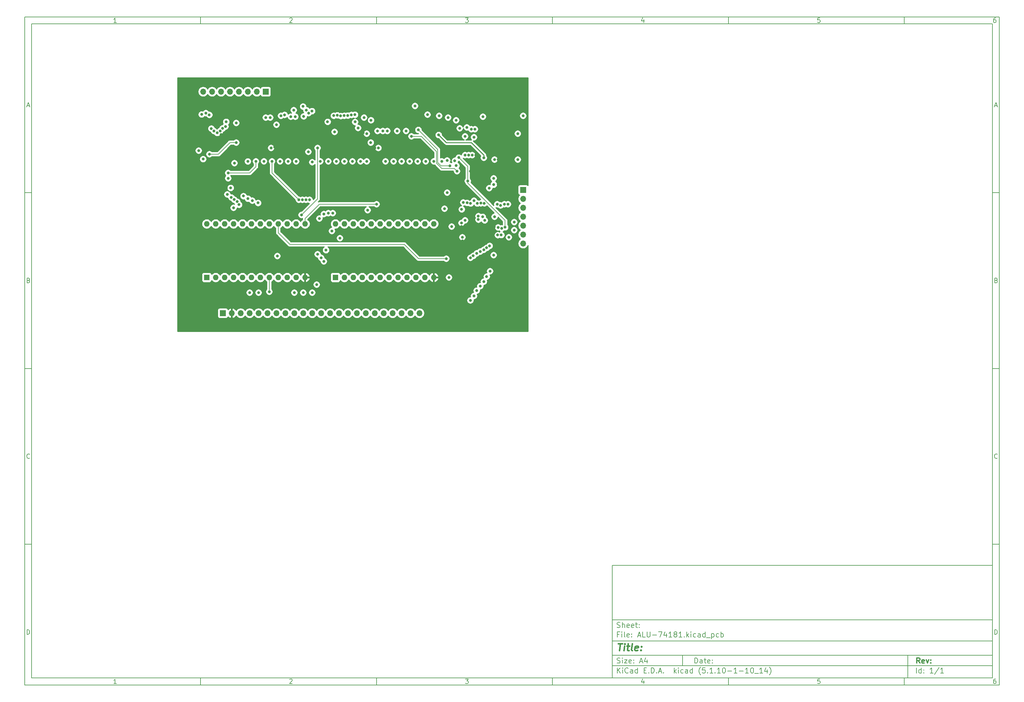
<source format=gbr>
%TF.GenerationSoftware,KiCad,Pcbnew,(5.1.10-1-10_14)*%
%TF.CreationDate,2021-11-14T11:47:48-05:00*%
%TF.ProjectId,ALU-74181,414c552d-3734-4313-9831-2e6b69636164,rev?*%
%TF.SameCoordinates,Original*%
%TF.FileFunction,Copper,L2,Inr*%
%TF.FilePolarity,Positive*%
%FSLAX46Y46*%
G04 Gerber Fmt 4.6, Leading zero omitted, Abs format (unit mm)*
G04 Created by KiCad (PCBNEW (5.1.10-1-10_14)) date 2021-11-14 11:47:48*
%MOMM*%
%LPD*%
G01*
G04 APERTURE LIST*
%ADD10C,0.100000*%
%ADD11C,0.150000*%
%ADD12C,0.300000*%
%ADD13C,0.400000*%
%TA.AperFunction,ComponentPad*%
%ADD14O,1.700000X1.700000*%
%TD*%
%TA.AperFunction,ComponentPad*%
%ADD15R,1.700000X1.700000*%
%TD*%
%TA.AperFunction,ComponentPad*%
%ADD16O,1.600000X1.600000*%
%TD*%
%TA.AperFunction,ComponentPad*%
%ADD17R,1.600000X1.600000*%
%TD*%
%TA.AperFunction,ViaPad*%
%ADD18C,0.800000*%
%TD*%
%TA.AperFunction,Conductor*%
%ADD19C,0.200000*%
%TD*%
%TA.AperFunction,Conductor*%
%ADD20C,0.250000*%
%TD*%
%TA.AperFunction,Conductor*%
%ADD21C,0.254000*%
%TD*%
%TA.AperFunction,Conductor*%
%ADD22C,0.100000*%
%TD*%
G04 APERTURE END LIST*
D10*
D11*
X177002200Y-166007200D02*
X177002200Y-198007200D01*
X285002200Y-198007200D01*
X285002200Y-166007200D01*
X177002200Y-166007200D01*
D10*
D11*
X10000000Y-10000000D02*
X10000000Y-200007200D01*
X287002200Y-200007200D01*
X287002200Y-10000000D01*
X10000000Y-10000000D01*
D10*
D11*
X12000000Y-12000000D02*
X12000000Y-198007200D01*
X285002200Y-198007200D01*
X285002200Y-12000000D01*
X12000000Y-12000000D01*
D10*
D11*
X60000000Y-12000000D02*
X60000000Y-10000000D01*
D10*
D11*
X110000000Y-12000000D02*
X110000000Y-10000000D01*
D10*
D11*
X160000000Y-12000000D02*
X160000000Y-10000000D01*
D10*
D11*
X210000000Y-12000000D02*
X210000000Y-10000000D01*
D10*
D11*
X260000000Y-12000000D02*
X260000000Y-10000000D01*
D10*
D11*
X36065476Y-11588095D02*
X35322619Y-11588095D01*
X35694047Y-11588095D02*
X35694047Y-10288095D01*
X35570238Y-10473809D01*
X35446428Y-10597619D01*
X35322619Y-10659523D01*
D10*
D11*
X85322619Y-10411904D02*
X85384523Y-10350000D01*
X85508333Y-10288095D01*
X85817857Y-10288095D01*
X85941666Y-10350000D01*
X86003571Y-10411904D01*
X86065476Y-10535714D01*
X86065476Y-10659523D01*
X86003571Y-10845238D01*
X85260714Y-11588095D01*
X86065476Y-11588095D01*
D10*
D11*
X135260714Y-10288095D02*
X136065476Y-10288095D01*
X135632142Y-10783333D01*
X135817857Y-10783333D01*
X135941666Y-10845238D01*
X136003571Y-10907142D01*
X136065476Y-11030952D01*
X136065476Y-11340476D01*
X136003571Y-11464285D01*
X135941666Y-11526190D01*
X135817857Y-11588095D01*
X135446428Y-11588095D01*
X135322619Y-11526190D01*
X135260714Y-11464285D01*
D10*
D11*
X185941666Y-10721428D02*
X185941666Y-11588095D01*
X185632142Y-10226190D02*
X185322619Y-11154761D01*
X186127380Y-11154761D01*
D10*
D11*
X236003571Y-10288095D02*
X235384523Y-10288095D01*
X235322619Y-10907142D01*
X235384523Y-10845238D01*
X235508333Y-10783333D01*
X235817857Y-10783333D01*
X235941666Y-10845238D01*
X236003571Y-10907142D01*
X236065476Y-11030952D01*
X236065476Y-11340476D01*
X236003571Y-11464285D01*
X235941666Y-11526190D01*
X235817857Y-11588095D01*
X235508333Y-11588095D01*
X235384523Y-11526190D01*
X235322619Y-11464285D01*
D10*
D11*
X285941666Y-10288095D02*
X285694047Y-10288095D01*
X285570238Y-10350000D01*
X285508333Y-10411904D01*
X285384523Y-10597619D01*
X285322619Y-10845238D01*
X285322619Y-11340476D01*
X285384523Y-11464285D01*
X285446428Y-11526190D01*
X285570238Y-11588095D01*
X285817857Y-11588095D01*
X285941666Y-11526190D01*
X286003571Y-11464285D01*
X286065476Y-11340476D01*
X286065476Y-11030952D01*
X286003571Y-10907142D01*
X285941666Y-10845238D01*
X285817857Y-10783333D01*
X285570238Y-10783333D01*
X285446428Y-10845238D01*
X285384523Y-10907142D01*
X285322619Y-11030952D01*
D10*
D11*
X60000000Y-198007200D02*
X60000000Y-200007200D01*
D10*
D11*
X110000000Y-198007200D02*
X110000000Y-200007200D01*
D10*
D11*
X160000000Y-198007200D02*
X160000000Y-200007200D01*
D10*
D11*
X210000000Y-198007200D02*
X210000000Y-200007200D01*
D10*
D11*
X260000000Y-198007200D02*
X260000000Y-200007200D01*
D10*
D11*
X36065476Y-199595295D02*
X35322619Y-199595295D01*
X35694047Y-199595295D02*
X35694047Y-198295295D01*
X35570238Y-198481009D01*
X35446428Y-198604819D01*
X35322619Y-198666723D01*
D10*
D11*
X85322619Y-198419104D02*
X85384523Y-198357200D01*
X85508333Y-198295295D01*
X85817857Y-198295295D01*
X85941666Y-198357200D01*
X86003571Y-198419104D01*
X86065476Y-198542914D01*
X86065476Y-198666723D01*
X86003571Y-198852438D01*
X85260714Y-199595295D01*
X86065476Y-199595295D01*
D10*
D11*
X135260714Y-198295295D02*
X136065476Y-198295295D01*
X135632142Y-198790533D01*
X135817857Y-198790533D01*
X135941666Y-198852438D01*
X136003571Y-198914342D01*
X136065476Y-199038152D01*
X136065476Y-199347676D01*
X136003571Y-199471485D01*
X135941666Y-199533390D01*
X135817857Y-199595295D01*
X135446428Y-199595295D01*
X135322619Y-199533390D01*
X135260714Y-199471485D01*
D10*
D11*
X185941666Y-198728628D02*
X185941666Y-199595295D01*
X185632142Y-198233390D02*
X185322619Y-199161961D01*
X186127380Y-199161961D01*
D10*
D11*
X236003571Y-198295295D02*
X235384523Y-198295295D01*
X235322619Y-198914342D01*
X235384523Y-198852438D01*
X235508333Y-198790533D01*
X235817857Y-198790533D01*
X235941666Y-198852438D01*
X236003571Y-198914342D01*
X236065476Y-199038152D01*
X236065476Y-199347676D01*
X236003571Y-199471485D01*
X235941666Y-199533390D01*
X235817857Y-199595295D01*
X235508333Y-199595295D01*
X235384523Y-199533390D01*
X235322619Y-199471485D01*
D10*
D11*
X285941666Y-198295295D02*
X285694047Y-198295295D01*
X285570238Y-198357200D01*
X285508333Y-198419104D01*
X285384523Y-198604819D01*
X285322619Y-198852438D01*
X285322619Y-199347676D01*
X285384523Y-199471485D01*
X285446428Y-199533390D01*
X285570238Y-199595295D01*
X285817857Y-199595295D01*
X285941666Y-199533390D01*
X286003571Y-199471485D01*
X286065476Y-199347676D01*
X286065476Y-199038152D01*
X286003571Y-198914342D01*
X285941666Y-198852438D01*
X285817857Y-198790533D01*
X285570238Y-198790533D01*
X285446428Y-198852438D01*
X285384523Y-198914342D01*
X285322619Y-199038152D01*
D10*
D11*
X10000000Y-60000000D02*
X12000000Y-60000000D01*
D10*
D11*
X10000000Y-110000000D02*
X12000000Y-110000000D01*
D10*
D11*
X10000000Y-160000000D02*
X12000000Y-160000000D01*
D10*
D11*
X10690476Y-35216666D02*
X11309523Y-35216666D01*
X10566666Y-35588095D02*
X11000000Y-34288095D01*
X11433333Y-35588095D01*
D10*
D11*
X11092857Y-84907142D02*
X11278571Y-84969047D01*
X11340476Y-85030952D01*
X11402380Y-85154761D01*
X11402380Y-85340476D01*
X11340476Y-85464285D01*
X11278571Y-85526190D01*
X11154761Y-85588095D01*
X10659523Y-85588095D01*
X10659523Y-84288095D01*
X11092857Y-84288095D01*
X11216666Y-84350000D01*
X11278571Y-84411904D01*
X11340476Y-84535714D01*
X11340476Y-84659523D01*
X11278571Y-84783333D01*
X11216666Y-84845238D01*
X11092857Y-84907142D01*
X10659523Y-84907142D01*
D10*
D11*
X11402380Y-135464285D02*
X11340476Y-135526190D01*
X11154761Y-135588095D01*
X11030952Y-135588095D01*
X10845238Y-135526190D01*
X10721428Y-135402380D01*
X10659523Y-135278571D01*
X10597619Y-135030952D01*
X10597619Y-134845238D01*
X10659523Y-134597619D01*
X10721428Y-134473809D01*
X10845238Y-134350000D01*
X11030952Y-134288095D01*
X11154761Y-134288095D01*
X11340476Y-134350000D01*
X11402380Y-134411904D01*
D10*
D11*
X10659523Y-185588095D02*
X10659523Y-184288095D01*
X10969047Y-184288095D01*
X11154761Y-184350000D01*
X11278571Y-184473809D01*
X11340476Y-184597619D01*
X11402380Y-184845238D01*
X11402380Y-185030952D01*
X11340476Y-185278571D01*
X11278571Y-185402380D01*
X11154761Y-185526190D01*
X10969047Y-185588095D01*
X10659523Y-185588095D01*
D10*
D11*
X287002200Y-60000000D02*
X285002200Y-60000000D01*
D10*
D11*
X287002200Y-110000000D02*
X285002200Y-110000000D01*
D10*
D11*
X287002200Y-160000000D02*
X285002200Y-160000000D01*
D10*
D11*
X285692676Y-35216666D02*
X286311723Y-35216666D01*
X285568866Y-35588095D02*
X286002200Y-34288095D01*
X286435533Y-35588095D01*
D10*
D11*
X286095057Y-84907142D02*
X286280771Y-84969047D01*
X286342676Y-85030952D01*
X286404580Y-85154761D01*
X286404580Y-85340476D01*
X286342676Y-85464285D01*
X286280771Y-85526190D01*
X286156961Y-85588095D01*
X285661723Y-85588095D01*
X285661723Y-84288095D01*
X286095057Y-84288095D01*
X286218866Y-84350000D01*
X286280771Y-84411904D01*
X286342676Y-84535714D01*
X286342676Y-84659523D01*
X286280771Y-84783333D01*
X286218866Y-84845238D01*
X286095057Y-84907142D01*
X285661723Y-84907142D01*
D10*
D11*
X286404580Y-135464285D02*
X286342676Y-135526190D01*
X286156961Y-135588095D01*
X286033152Y-135588095D01*
X285847438Y-135526190D01*
X285723628Y-135402380D01*
X285661723Y-135278571D01*
X285599819Y-135030952D01*
X285599819Y-134845238D01*
X285661723Y-134597619D01*
X285723628Y-134473809D01*
X285847438Y-134350000D01*
X286033152Y-134288095D01*
X286156961Y-134288095D01*
X286342676Y-134350000D01*
X286404580Y-134411904D01*
D10*
D11*
X285661723Y-185588095D02*
X285661723Y-184288095D01*
X285971247Y-184288095D01*
X286156961Y-184350000D01*
X286280771Y-184473809D01*
X286342676Y-184597619D01*
X286404580Y-184845238D01*
X286404580Y-185030952D01*
X286342676Y-185278571D01*
X286280771Y-185402380D01*
X286156961Y-185526190D01*
X285971247Y-185588095D01*
X285661723Y-185588095D01*
D10*
D11*
X200434342Y-193785771D02*
X200434342Y-192285771D01*
X200791485Y-192285771D01*
X201005771Y-192357200D01*
X201148628Y-192500057D01*
X201220057Y-192642914D01*
X201291485Y-192928628D01*
X201291485Y-193142914D01*
X201220057Y-193428628D01*
X201148628Y-193571485D01*
X201005771Y-193714342D01*
X200791485Y-193785771D01*
X200434342Y-193785771D01*
X202577200Y-193785771D02*
X202577200Y-193000057D01*
X202505771Y-192857200D01*
X202362914Y-192785771D01*
X202077200Y-192785771D01*
X201934342Y-192857200D01*
X202577200Y-193714342D02*
X202434342Y-193785771D01*
X202077200Y-193785771D01*
X201934342Y-193714342D01*
X201862914Y-193571485D01*
X201862914Y-193428628D01*
X201934342Y-193285771D01*
X202077200Y-193214342D01*
X202434342Y-193214342D01*
X202577200Y-193142914D01*
X203077200Y-192785771D02*
X203648628Y-192785771D01*
X203291485Y-192285771D02*
X203291485Y-193571485D01*
X203362914Y-193714342D01*
X203505771Y-193785771D01*
X203648628Y-193785771D01*
X204720057Y-193714342D02*
X204577200Y-193785771D01*
X204291485Y-193785771D01*
X204148628Y-193714342D01*
X204077200Y-193571485D01*
X204077200Y-193000057D01*
X204148628Y-192857200D01*
X204291485Y-192785771D01*
X204577200Y-192785771D01*
X204720057Y-192857200D01*
X204791485Y-193000057D01*
X204791485Y-193142914D01*
X204077200Y-193285771D01*
X205434342Y-193642914D02*
X205505771Y-193714342D01*
X205434342Y-193785771D01*
X205362914Y-193714342D01*
X205434342Y-193642914D01*
X205434342Y-193785771D01*
X205434342Y-192857200D02*
X205505771Y-192928628D01*
X205434342Y-193000057D01*
X205362914Y-192928628D01*
X205434342Y-192857200D01*
X205434342Y-193000057D01*
D10*
D11*
X177002200Y-194507200D02*
X285002200Y-194507200D01*
D10*
D11*
X178434342Y-196585771D02*
X178434342Y-195085771D01*
X179291485Y-196585771D02*
X178648628Y-195728628D01*
X179291485Y-195085771D02*
X178434342Y-195942914D01*
X179934342Y-196585771D02*
X179934342Y-195585771D01*
X179934342Y-195085771D02*
X179862914Y-195157200D01*
X179934342Y-195228628D01*
X180005771Y-195157200D01*
X179934342Y-195085771D01*
X179934342Y-195228628D01*
X181505771Y-196442914D02*
X181434342Y-196514342D01*
X181220057Y-196585771D01*
X181077200Y-196585771D01*
X180862914Y-196514342D01*
X180720057Y-196371485D01*
X180648628Y-196228628D01*
X180577200Y-195942914D01*
X180577200Y-195728628D01*
X180648628Y-195442914D01*
X180720057Y-195300057D01*
X180862914Y-195157200D01*
X181077200Y-195085771D01*
X181220057Y-195085771D01*
X181434342Y-195157200D01*
X181505771Y-195228628D01*
X182791485Y-196585771D02*
X182791485Y-195800057D01*
X182720057Y-195657200D01*
X182577200Y-195585771D01*
X182291485Y-195585771D01*
X182148628Y-195657200D01*
X182791485Y-196514342D02*
X182648628Y-196585771D01*
X182291485Y-196585771D01*
X182148628Y-196514342D01*
X182077200Y-196371485D01*
X182077200Y-196228628D01*
X182148628Y-196085771D01*
X182291485Y-196014342D01*
X182648628Y-196014342D01*
X182791485Y-195942914D01*
X184148628Y-196585771D02*
X184148628Y-195085771D01*
X184148628Y-196514342D02*
X184005771Y-196585771D01*
X183720057Y-196585771D01*
X183577200Y-196514342D01*
X183505771Y-196442914D01*
X183434342Y-196300057D01*
X183434342Y-195871485D01*
X183505771Y-195728628D01*
X183577200Y-195657200D01*
X183720057Y-195585771D01*
X184005771Y-195585771D01*
X184148628Y-195657200D01*
X186005771Y-195800057D02*
X186505771Y-195800057D01*
X186720057Y-196585771D02*
X186005771Y-196585771D01*
X186005771Y-195085771D01*
X186720057Y-195085771D01*
X187362914Y-196442914D02*
X187434342Y-196514342D01*
X187362914Y-196585771D01*
X187291485Y-196514342D01*
X187362914Y-196442914D01*
X187362914Y-196585771D01*
X188077200Y-196585771D02*
X188077200Y-195085771D01*
X188434342Y-195085771D01*
X188648628Y-195157200D01*
X188791485Y-195300057D01*
X188862914Y-195442914D01*
X188934342Y-195728628D01*
X188934342Y-195942914D01*
X188862914Y-196228628D01*
X188791485Y-196371485D01*
X188648628Y-196514342D01*
X188434342Y-196585771D01*
X188077200Y-196585771D01*
X189577200Y-196442914D02*
X189648628Y-196514342D01*
X189577200Y-196585771D01*
X189505771Y-196514342D01*
X189577200Y-196442914D01*
X189577200Y-196585771D01*
X190220057Y-196157200D02*
X190934342Y-196157200D01*
X190077200Y-196585771D02*
X190577200Y-195085771D01*
X191077200Y-196585771D01*
X191577200Y-196442914D02*
X191648628Y-196514342D01*
X191577200Y-196585771D01*
X191505771Y-196514342D01*
X191577200Y-196442914D01*
X191577200Y-196585771D01*
X194577200Y-196585771D02*
X194577200Y-195085771D01*
X194720057Y-196014342D02*
X195148628Y-196585771D01*
X195148628Y-195585771D02*
X194577200Y-196157200D01*
X195791485Y-196585771D02*
X195791485Y-195585771D01*
X195791485Y-195085771D02*
X195720057Y-195157200D01*
X195791485Y-195228628D01*
X195862914Y-195157200D01*
X195791485Y-195085771D01*
X195791485Y-195228628D01*
X197148628Y-196514342D02*
X197005771Y-196585771D01*
X196720057Y-196585771D01*
X196577200Y-196514342D01*
X196505771Y-196442914D01*
X196434342Y-196300057D01*
X196434342Y-195871485D01*
X196505771Y-195728628D01*
X196577200Y-195657200D01*
X196720057Y-195585771D01*
X197005771Y-195585771D01*
X197148628Y-195657200D01*
X198434342Y-196585771D02*
X198434342Y-195800057D01*
X198362914Y-195657200D01*
X198220057Y-195585771D01*
X197934342Y-195585771D01*
X197791485Y-195657200D01*
X198434342Y-196514342D02*
X198291485Y-196585771D01*
X197934342Y-196585771D01*
X197791485Y-196514342D01*
X197720057Y-196371485D01*
X197720057Y-196228628D01*
X197791485Y-196085771D01*
X197934342Y-196014342D01*
X198291485Y-196014342D01*
X198434342Y-195942914D01*
X199791485Y-196585771D02*
X199791485Y-195085771D01*
X199791485Y-196514342D02*
X199648628Y-196585771D01*
X199362914Y-196585771D01*
X199220057Y-196514342D01*
X199148628Y-196442914D01*
X199077200Y-196300057D01*
X199077200Y-195871485D01*
X199148628Y-195728628D01*
X199220057Y-195657200D01*
X199362914Y-195585771D01*
X199648628Y-195585771D01*
X199791485Y-195657200D01*
X202077200Y-197157200D02*
X202005771Y-197085771D01*
X201862914Y-196871485D01*
X201791485Y-196728628D01*
X201720057Y-196514342D01*
X201648628Y-196157200D01*
X201648628Y-195871485D01*
X201720057Y-195514342D01*
X201791485Y-195300057D01*
X201862914Y-195157200D01*
X202005771Y-194942914D01*
X202077200Y-194871485D01*
X203362914Y-195085771D02*
X202648628Y-195085771D01*
X202577200Y-195800057D01*
X202648628Y-195728628D01*
X202791485Y-195657200D01*
X203148628Y-195657200D01*
X203291485Y-195728628D01*
X203362914Y-195800057D01*
X203434342Y-195942914D01*
X203434342Y-196300057D01*
X203362914Y-196442914D01*
X203291485Y-196514342D01*
X203148628Y-196585771D01*
X202791485Y-196585771D01*
X202648628Y-196514342D01*
X202577200Y-196442914D01*
X204077200Y-196442914D02*
X204148628Y-196514342D01*
X204077200Y-196585771D01*
X204005771Y-196514342D01*
X204077200Y-196442914D01*
X204077200Y-196585771D01*
X205577200Y-196585771D02*
X204720057Y-196585771D01*
X205148628Y-196585771D02*
X205148628Y-195085771D01*
X205005771Y-195300057D01*
X204862914Y-195442914D01*
X204720057Y-195514342D01*
X206220057Y-196442914D02*
X206291485Y-196514342D01*
X206220057Y-196585771D01*
X206148628Y-196514342D01*
X206220057Y-196442914D01*
X206220057Y-196585771D01*
X207720057Y-196585771D02*
X206862914Y-196585771D01*
X207291485Y-196585771D02*
X207291485Y-195085771D01*
X207148628Y-195300057D01*
X207005771Y-195442914D01*
X206862914Y-195514342D01*
X208648628Y-195085771D02*
X208791485Y-195085771D01*
X208934342Y-195157200D01*
X209005771Y-195228628D01*
X209077200Y-195371485D01*
X209148628Y-195657200D01*
X209148628Y-196014342D01*
X209077200Y-196300057D01*
X209005771Y-196442914D01*
X208934342Y-196514342D01*
X208791485Y-196585771D01*
X208648628Y-196585771D01*
X208505771Y-196514342D01*
X208434342Y-196442914D01*
X208362914Y-196300057D01*
X208291485Y-196014342D01*
X208291485Y-195657200D01*
X208362914Y-195371485D01*
X208434342Y-195228628D01*
X208505771Y-195157200D01*
X208648628Y-195085771D01*
X209791485Y-196014342D02*
X210934342Y-196014342D01*
X212434342Y-196585771D02*
X211577200Y-196585771D01*
X212005771Y-196585771D02*
X212005771Y-195085771D01*
X211862914Y-195300057D01*
X211720057Y-195442914D01*
X211577200Y-195514342D01*
X213077200Y-196014342D02*
X214220057Y-196014342D01*
X215720057Y-196585771D02*
X214862914Y-196585771D01*
X215291485Y-196585771D02*
X215291485Y-195085771D01*
X215148628Y-195300057D01*
X215005771Y-195442914D01*
X214862914Y-195514342D01*
X216648628Y-195085771D02*
X216791485Y-195085771D01*
X216934342Y-195157200D01*
X217005771Y-195228628D01*
X217077200Y-195371485D01*
X217148628Y-195657200D01*
X217148628Y-196014342D01*
X217077200Y-196300057D01*
X217005771Y-196442914D01*
X216934342Y-196514342D01*
X216791485Y-196585771D01*
X216648628Y-196585771D01*
X216505771Y-196514342D01*
X216434342Y-196442914D01*
X216362914Y-196300057D01*
X216291485Y-196014342D01*
X216291485Y-195657200D01*
X216362914Y-195371485D01*
X216434342Y-195228628D01*
X216505771Y-195157200D01*
X216648628Y-195085771D01*
X217434342Y-196728628D02*
X218577200Y-196728628D01*
X219720057Y-196585771D02*
X218862914Y-196585771D01*
X219291485Y-196585771D02*
X219291485Y-195085771D01*
X219148628Y-195300057D01*
X219005771Y-195442914D01*
X218862914Y-195514342D01*
X221005771Y-195585771D02*
X221005771Y-196585771D01*
X220648628Y-195014342D02*
X220291485Y-196085771D01*
X221220057Y-196085771D01*
X221648628Y-197157200D02*
X221720057Y-197085771D01*
X221862914Y-196871485D01*
X221934342Y-196728628D01*
X222005771Y-196514342D01*
X222077200Y-196157200D01*
X222077200Y-195871485D01*
X222005771Y-195514342D01*
X221934342Y-195300057D01*
X221862914Y-195157200D01*
X221720057Y-194942914D01*
X221648628Y-194871485D01*
D10*
D11*
X177002200Y-191507200D02*
X285002200Y-191507200D01*
D10*
D12*
X264411485Y-193785771D02*
X263911485Y-193071485D01*
X263554342Y-193785771D02*
X263554342Y-192285771D01*
X264125771Y-192285771D01*
X264268628Y-192357200D01*
X264340057Y-192428628D01*
X264411485Y-192571485D01*
X264411485Y-192785771D01*
X264340057Y-192928628D01*
X264268628Y-193000057D01*
X264125771Y-193071485D01*
X263554342Y-193071485D01*
X265625771Y-193714342D02*
X265482914Y-193785771D01*
X265197200Y-193785771D01*
X265054342Y-193714342D01*
X264982914Y-193571485D01*
X264982914Y-193000057D01*
X265054342Y-192857200D01*
X265197200Y-192785771D01*
X265482914Y-192785771D01*
X265625771Y-192857200D01*
X265697200Y-193000057D01*
X265697200Y-193142914D01*
X264982914Y-193285771D01*
X266197200Y-192785771D02*
X266554342Y-193785771D01*
X266911485Y-192785771D01*
X267482914Y-193642914D02*
X267554342Y-193714342D01*
X267482914Y-193785771D01*
X267411485Y-193714342D01*
X267482914Y-193642914D01*
X267482914Y-193785771D01*
X267482914Y-192857200D02*
X267554342Y-192928628D01*
X267482914Y-193000057D01*
X267411485Y-192928628D01*
X267482914Y-192857200D01*
X267482914Y-193000057D01*
D10*
D11*
X178362914Y-193714342D02*
X178577200Y-193785771D01*
X178934342Y-193785771D01*
X179077200Y-193714342D01*
X179148628Y-193642914D01*
X179220057Y-193500057D01*
X179220057Y-193357200D01*
X179148628Y-193214342D01*
X179077200Y-193142914D01*
X178934342Y-193071485D01*
X178648628Y-193000057D01*
X178505771Y-192928628D01*
X178434342Y-192857200D01*
X178362914Y-192714342D01*
X178362914Y-192571485D01*
X178434342Y-192428628D01*
X178505771Y-192357200D01*
X178648628Y-192285771D01*
X179005771Y-192285771D01*
X179220057Y-192357200D01*
X179862914Y-193785771D02*
X179862914Y-192785771D01*
X179862914Y-192285771D02*
X179791485Y-192357200D01*
X179862914Y-192428628D01*
X179934342Y-192357200D01*
X179862914Y-192285771D01*
X179862914Y-192428628D01*
X180434342Y-192785771D02*
X181220057Y-192785771D01*
X180434342Y-193785771D01*
X181220057Y-193785771D01*
X182362914Y-193714342D02*
X182220057Y-193785771D01*
X181934342Y-193785771D01*
X181791485Y-193714342D01*
X181720057Y-193571485D01*
X181720057Y-193000057D01*
X181791485Y-192857200D01*
X181934342Y-192785771D01*
X182220057Y-192785771D01*
X182362914Y-192857200D01*
X182434342Y-193000057D01*
X182434342Y-193142914D01*
X181720057Y-193285771D01*
X183077200Y-193642914D02*
X183148628Y-193714342D01*
X183077200Y-193785771D01*
X183005771Y-193714342D01*
X183077200Y-193642914D01*
X183077200Y-193785771D01*
X183077200Y-192857200D02*
X183148628Y-192928628D01*
X183077200Y-193000057D01*
X183005771Y-192928628D01*
X183077200Y-192857200D01*
X183077200Y-193000057D01*
X184862914Y-193357200D02*
X185577200Y-193357200D01*
X184720057Y-193785771D02*
X185220057Y-192285771D01*
X185720057Y-193785771D01*
X186862914Y-192785771D02*
X186862914Y-193785771D01*
X186505771Y-192214342D02*
X186148628Y-193285771D01*
X187077200Y-193285771D01*
D10*
D11*
X263434342Y-196585771D02*
X263434342Y-195085771D01*
X264791485Y-196585771D02*
X264791485Y-195085771D01*
X264791485Y-196514342D02*
X264648628Y-196585771D01*
X264362914Y-196585771D01*
X264220057Y-196514342D01*
X264148628Y-196442914D01*
X264077200Y-196300057D01*
X264077200Y-195871485D01*
X264148628Y-195728628D01*
X264220057Y-195657200D01*
X264362914Y-195585771D01*
X264648628Y-195585771D01*
X264791485Y-195657200D01*
X265505771Y-196442914D02*
X265577200Y-196514342D01*
X265505771Y-196585771D01*
X265434342Y-196514342D01*
X265505771Y-196442914D01*
X265505771Y-196585771D01*
X265505771Y-195657200D02*
X265577200Y-195728628D01*
X265505771Y-195800057D01*
X265434342Y-195728628D01*
X265505771Y-195657200D01*
X265505771Y-195800057D01*
X268148628Y-196585771D02*
X267291485Y-196585771D01*
X267720057Y-196585771D02*
X267720057Y-195085771D01*
X267577200Y-195300057D01*
X267434342Y-195442914D01*
X267291485Y-195514342D01*
X269862914Y-195014342D02*
X268577200Y-196942914D01*
X271148628Y-196585771D02*
X270291485Y-196585771D01*
X270720057Y-196585771D02*
X270720057Y-195085771D01*
X270577200Y-195300057D01*
X270434342Y-195442914D01*
X270291485Y-195514342D01*
D10*
D11*
X177002200Y-187507200D02*
X285002200Y-187507200D01*
D10*
D13*
X178714580Y-188211961D02*
X179857438Y-188211961D01*
X179036009Y-190211961D02*
X179286009Y-188211961D01*
X180274104Y-190211961D02*
X180440771Y-188878628D01*
X180524104Y-188211961D02*
X180416961Y-188307200D01*
X180500295Y-188402438D01*
X180607438Y-188307200D01*
X180524104Y-188211961D01*
X180500295Y-188402438D01*
X181107438Y-188878628D02*
X181869342Y-188878628D01*
X181476485Y-188211961D02*
X181262200Y-189926247D01*
X181333628Y-190116723D01*
X181512200Y-190211961D01*
X181702676Y-190211961D01*
X182655057Y-190211961D02*
X182476485Y-190116723D01*
X182405057Y-189926247D01*
X182619342Y-188211961D01*
X184190771Y-190116723D02*
X183988390Y-190211961D01*
X183607438Y-190211961D01*
X183428866Y-190116723D01*
X183357438Y-189926247D01*
X183452676Y-189164342D01*
X183571723Y-188973866D01*
X183774104Y-188878628D01*
X184155057Y-188878628D01*
X184333628Y-188973866D01*
X184405057Y-189164342D01*
X184381247Y-189354819D01*
X183405057Y-189545295D01*
X185155057Y-190021485D02*
X185238390Y-190116723D01*
X185131247Y-190211961D01*
X185047914Y-190116723D01*
X185155057Y-190021485D01*
X185131247Y-190211961D01*
X185286009Y-188973866D02*
X185369342Y-189069104D01*
X185262200Y-189164342D01*
X185178866Y-189069104D01*
X185286009Y-188973866D01*
X185262200Y-189164342D01*
D10*
D11*
X178934342Y-185600057D02*
X178434342Y-185600057D01*
X178434342Y-186385771D02*
X178434342Y-184885771D01*
X179148628Y-184885771D01*
X179720057Y-186385771D02*
X179720057Y-185385771D01*
X179720057Y-184885771D02*
X179648628Y-184957200D01*
X179720057Y-185028628D01*
X179791485Y-184957200D01*
X179720057Y-184885771D01*
X179720057Y-185028628D01*
X180648628Y-186385771D02*
X180505771Y-186314342D01*
X180434342Y-186171485D01*
X180434342Y-184885771D01*
X181791485Y-186314342D02*
X181648628Y-186385771D01*
X181362914Y-186385771D01*
X181220057Y-186314342D01*
X181148628Y-186171485D01*
X181148628Y-185600057D01*
X181220057Y-185457200D01*
X181362914Y-185385771D01*
X181648628Y-185385771D01*
X181791485Y-185457200D01*
X181862914Y-185600057D01*
X181862914Y-185742914D01*
X181148628Y-185885771D01*
X182505771Y-186242914D02*
X182577200Y-186314342D01*
X182505771Y-186385771D01*
X182434342Y-186314342D01*
X182505771Y-186242914D01*
X182505771Y-186385771D01*
X182505771Y-185457200D02*
X182577200Y-185528628D01*
X182505771Y-185600057D01*
X182434342Y-185528628D01*
X182505771Y-185457200D01*
X182505771Y-185600057D01*
X184291485Y-185957200D02*
X185005771Y-185957200D01*
X184148628Y-186385771D02*
X184648628Y-184885771D01*
X185148628Y-186385771D01*
X186362914Y-186385771D02*
X185648628Y-186385771D01*
X185648628Y-184885771D01*
X186862914Y-184885771D02*
X186862914Y-186100057D01*
X186934342Y-186242914D01*
X187005771Y-186314342D01*
X187148628Y-186385771D01*
X187434342Y-186385771D01*
X187577200Y-186314342D01*
X187648628Y-186242914D01*
X187720057Y-186100057D01*
X187720057Y-184885771D01*
X188434342Y-185814342D02*
X189577200Y-185814342D01*
X190148628Y-184885771D02*
X191148628Y-184885771D01*
X190505771Y-186385771D01*
X192362914Y-185385771D02*
X192362914Y-186385771D01*
X192005771Y-184814342D02*
X191648628Y-185885771D01*
X192577200Y-185885771D01*
X193934342Y-186385771D02*
X193077200Y-186385771D01*
X193505771Y-186385771D02*
X193505771Y-184885771D01*
X193362914Y-185100057D01*
X193220057Y-185242914D01*
X193077200Y-185314342D01*
X194791485Y-185528628D02*
X194648628Y-185457200D01*
X194577200Y-185385771D01*
X194505771Y-185242914D01*
X194505771Y-185171485D01*
X194577200Y-185028628D01*
X194648628Y-184957200D01*
X194791485Y-184885771D01*
X195077200Y-184885771D01*
X195220057Y-184957200D01*
X195291485Y-185028628D01*
X195362914Y-185171485D01*
X195362914Y-185242914D01*
X195291485Y-185385771D01*
X195220057Y-185457200D01*
X195077200Y-185528628D01*
X194791485Y-185528628D01*
X194648628Y-185600057D01*
X194577200Y-185671485D01*
X194505771Y-185814342D01*
X194505771Y-186100057D01*
X194577200Y-186242914D01*
X194648628Y-186314342D01*
X194791485Y-186385771D01*
X195077200Y-186385771D01*
X195220057Y-186314342D01*
X195291485Y-186242914D01*
X195362914Y-186100057D01*
X195362914Y-185814342D01*
X195291485Y-185671485D01*
X195220057Y-185600057D01*
X195077200Y-185528628D01*
X196791485Y-186385771D02*
X195934342Y-186385771D01*
X196362914Y-186385771D02*
X196362914Y-184885771D01*
X196220057Y-185100057D01*
X196077200Y-185242914D01*
X195934342Y-185314342D01*
X197434342Y-186242914D02*
X197505771Y-186314342D01*
X197434342Y-186385771D01*
X197362914Y-186314342D01*
X197434342Y-186242914D01*
X197434342Y-186385771D01*
X198148628Y-186385771D02*
X198148628Y-184885771D01*
X198291485Y-185814342D02*
X198720057Y-186385771D01*
X198720057Y-185385771D02*
X198148628Y-185957200D01*
X199362914Y-186385771D02*
X199362914Y-185385771D01*
X199362914Y-184885771D02*
X199291485Y-184957200D01*
X199362914Y-185028628D01*
X199434342Y-184957200D01*
X199362914Y-184885771D01*
X199362914Y-185028628D01*
X200720057Y-186314342D02*
X200577200Y-186385771D01*
X200291485Y-186385771D01*
X200148628Y-186314342D01*
X200077200Y-186242914D01*
X200005771Y-186100057D01*
X200005771Y-185671485D01*
X200077200Y-185528628D01*
X200148628Y-185457200D01*
X200291485Y-185385771D01*
X200577200Y-185385771D01*
X200720057Y-185457200D01*
X202005771Y-186385771D02*
X202005771Y-185600057D01*
X201934342Y-185457200D01*
X201791485Y-185385771D01*
X201505771Y-185385771D01*
X201362914Y-185457200D01*
X202005771Y-186314342D02*
X201862914Y-186385771D01*
X201505771Y-186385771D01*
X201362914Y-186314342D01*
X201291485Y-186171485D01*
X201291485Y-186028628D01*
X201362914Y-185885771D01*
X201505771Y-185814342D01*
X201862914Y-185814342D01*
X202005771Y-185742914D01*
X203362914Y-186385771D02*
X203362914Y-184885771D01*
X203362914Y-186314342D02*
X203220057Y-186385771D01*
X202934342Y-186385771D01*
X202791485Y-186314342D01*
X202720057Y-186242914D01*
X202648628Y-186100057D01*
X202648628Y-185671485D01*
X202720057Y-185528628D01*
X202791485Y-185457200D01*
X202934342Y-185385771D01*
X203220057Y-185385771D01*
X203362914Y-185457200D01*
X203720057Y-186528628D02*
X204862914Y-186528628D01*
X205220057Y-185385771D02*
X205220057Y-186885771D01*
X205220057Y-185457200D02*
X205362914Y-185385771D01*
X205648628Y-185385771D01*
X205791485Y-185457200D01*
X205862914Y-185528628D01*
X205934342Y-185671485D01*
X205934342Y-186100057D01*
X205862914Y-186242914D01*
X205791485Y-186314342D01*
X205648628Y-186385771D01*
X205362914Y-186385771D01*
X205220057Y-186314342D01*
X207220057Y-186314342D02*
X207077200Y-186385771D01*
X206791485Y-186385771D01*
X206648628Y-186314342D01*
X206577200Y-186242914D01*
X206505771Y-186100057D01*
X206505771Y-185671485D01*
X206577200Y-185528628D01*
X206648628Y-185457200D01*
X206791485Y-185385771D01*
X207077200Y-185385771D01*
X207220057Y-185457200D01*
X207862914Y-186385771D02*
X207862914Y-184885771D01*
X207862914Y-185457200D02*
X208005771Y-185385771D01*
X208291485Y-185385771D01*
X208434342Y-185457200D01*
X208505771Y-185528628D01*
X208577200Y-185671485D01*
X208577200Y-186100057D01*
X208505771Y-186242914D01*
X208434342Y-186314342D01*
X208291485Y-186385771D01*
X208005771Y-186385771D01*
X207862914Y-186314342D01*
D10*
D11*
X177002200Y-181507200D02*
X285002200Y-181507200D01*
D10*
D11*
X178362914Y-183614342D02*
X178577200Y-183685771D01*
X178934342Y-183685771D01*
X179077200Y-183614342D01*
X179148628Y-183542914D01*
X179220057Y-183400057D01*
X179220057Y-183257200D01*
X179148628Y-183114342D01*
X179077200Y-183042914D01*
X178934342Y-182971485D01*
X178648628Y-182900057D01*
X178505771Y-182828628D01*
X178434342Y-182757200D01*
X178362914Y-182614342D01*
X178362914Y-182471485D01*
X178434342Y-182328628D01*
X178505771Y-182257200D01*
X178648628Y-182185771D01*
X179005771Y-182185771D01*
X179220057Y-182257200D01*
X179862914Y-183685771D02*
X179862914Y-182185771D01*
X180505771Y-183685771D02*
X180505771Y-182900057D01*
X180434342Y-182757200D01*
X180291485Y-182685771D01*
X180077200Y-182685771D01*
X179934342Y-182757200D01*
X179862914Y-182828628D01*
X181791485Y-183614342D02*
X181648628Y-183685771D01*
X181362914Y-183685771D01*
X181220057Y-183614342D01*
X181148628Y-183471485D01*
X181148628Y-182900057D01*
X181220057Y-182757200D01*
X181362914Y-182685771D01*
X181648628Y-182685771D01*
X181791485Y-182757200D01*
X181862914Y-182900057D01*
X181862914Y-183042914D01*
X181148628Y-183185771D01*
X183077200Y-183614342D02*
X182934342Y-183685771D01*
X182648628Y-183685771D01*
X182505771Y-183614342D01*
X182434342Y-183471485D01*
X182434342Y-182900057D01*
X182505771Y-182757200D01*
X182648628Y-182685771D01*
X182934342Y-182685771D01*
X183077200Y-182757200D01*
X183148628Y-182900057D01*
X183148628Y-183042914D01*
X182434342Y-183185771D01*
X183577200Y-182685771D02*
X184148628Y-182685771D01*
X183791485Y-182185771D02*
X183791485Y-183471485D01*
X183862914Y-183614342D01*
X184005771Y-183685771D01*
X184148628Y-183685771D01*
X184648628Y-183542914D02*
X184720057Y-183614342D01*
X184648628Y-183685771D01*
X184577200Y-183614342D01*
X184648628Y-183542914D01*
X184648628Y-183685771D01*
X184648628Y-182757200D02*
X184720057Y-182828628D01*
X184648628Y-182900057D01*
X184577200Y-182828628D01*
X184648628Y-182757200D01*
X184648628Y-182900057D01*
D10*
D11*
X197002200Y-191507200D02*
X197002200Y-194507200D01*
D10*
D11*
X261002200Y-191507200D02*
X261002200Y-198007200D01*
D14*
%TO.N,FLAG_IN_0*%
%TO.C,J3*%
X151638000Y-74422000D03*
%TO.N,FLAG_IN_1*%
X151638000Y-71882000D03*
%TO.N,FLAG_IN_2*%
X151638000Y-69342000D03*
%TO.N,FLAG_IN_3*%
X151638000Y-66802000D03*
%TO.N,FLAG_IN_4*%
X151638000Y-64262000D03*
%TO.N,FLAG_IN_5*%
X151638000Y-61722000D03*
D15*
%TO.N,FLAG_IN_6*%
X151638000Y-59182000D03*
%TD*%
D14*
%TO.N,FLAG_REG_IN*%
%TO.C,J2*%
X122174000Y-94234000D03*
%TO.N,CF*%
X119634000Y-94234000D03*
%TO.N,OF*%
X117094000Y-94234000D03*
%TO.N,SF*%
X114554000Y-94234000D03*
%TO.N,ZF*%
X112014000Y-94234000D03*
%TO.N,LTF*%
X109474000Y-94234000D03*
%TO.N,GTF*%
X106934000Y-94234000D03*
%TO.N,EQF*%
X104394000Y-94234000D03*
%TO.N,ALU_MODE*%
X101854000Y-94234000D03*
%TO.N,ALU_F0*%
X99314000Y-94234000D03*
%TO.N,ALU_F1*%
X96774000Y-94234000D03*
%TO.N,ALU_F2*%
X94234000Y-94234000D03*
%TO.N,ALU_F3*%
X91694000Y-94234000D03*
%TO.N,ALU_CARRY_IN*%
X89154000Y-94234000D03*
%TO.N,~ALU_OUT*%
X86614000Y-94234000D03*
%TO.N,LOAD_B*%
X84074000Y-94234000D03*
%TO.N,A_SHL*%
X81534000Y-94234000D03*
%TO.N,A_SHR*%
X78994000Y-94234000D03*
%TO.N,~A_OUT*%
X76454000Y-94234000D03*
%TO.N,~RESET*%
X73914000Y-94234000D03*
%TO.N,CLOCK*%
X71374000Y-94234000D03*
%TO.N,GND*%
X68834000Y-94234000D03*
D15*
%TO.N,VCC*%
X66294000Y-94234000D03*
%TD*%
D16*
%TO.N,VCC*%
%TO.C,U8*%
X98298000Y-68834000D03*
%TO.N,GND*%
X126238000Y-84074000D03*
%TO.N,/A1*%
X100838000Y-68834000D03*
%TO.N,/ALU2*%
X123698000Y-84074000D03*
%TO.N,/B1*%
X103378000Y-68834000D03*
%TO.N,/ALU1*%
X121158000Y-84074000D03*
%TO.N,/A2*%
X105918000Y-68834000D03*
%TO.N,/ALU0*%
X118618000Y-84074000D03*
%TO.N,/B2*%
X108458000Y-68834000D03*
%TO.N,ALU_MODE*%
X116078000Y-84074000D03*
%TO.N,/A3*%
X110998000Y-68834000D03*
%TO.N,ALU_CARRY_IN*%
X113538000Y-84074000D03*
%TO.N,/B3*%
X113538000Y-68834000D03*
%TO.N,ALU_F0*%
X110998000Y-84074000D03*
%TO.N,Net-(U8-Pad17)*%
X116078000Y-68834000D03*
%TO.N,ALU_F1*%
X108458000Y-84074000D03*
%TO.N,Net-(U6-Pad7)*%
X118618000Y-68834000D03*
%TO.N,ALU_F2*%
X105918000Y-84074000D03*
%TO.N,Net-(U8-Pad15)*%
X121158000Y-68834000D03*
%TO.N,ALU_F3*%
X103378000Y-84074000D03*
%TO.N,Net-(U8-Pad14)*%
X123698000Y-68834000D03*
%TO.N,/A0*%
X100838000Y-84074000D03*
%TO.N,/ALU3*%
X126238000Y-68834000D03*
D17*
%TO.N,/B0*%
X98298000Y-84074000D03*
%TD*%
D16*
%TO.N,VCC*%
%TO.C,U6*%
X61722000Y-68834000D03*
%TO.N,GND*%
X89662000Y-84074000D03*
%TO.N,/A5*%
X64262000Y-68834000D03*
%TO.N,/ALU6*%
X87122000Y-84074000D03*
%TO.N,/B5*%
X66802000Y-68834000D03*
%TO.N,/ALU5*%
X84582000Y-84074000D03*
%TO.N,/A6*%
X69342000Y-68834000D03*
%TO.N,/ALU4*%
X82042000Y-84074000D03*
%TO.N,/B6*%
X71882000Y-68834000D03*
%TO.N,ALU_MODE*%
X79502000Y-84074000D03*
%TO.N,/A7*%
X74422000Y-68834000D03*
%TO.N,Net-(U6-Pad7)*%
X76962000Y-84074000D03*
%TO.N,/B7*%
X76962000Y-68834000D03*
%TO.N,ALU_F0*%
X74422000Y-84074000D03*
%TO.N,Net-(U6-Pad17)*%
X79502000Y-68834000D03*
%TO.N,ALU_F1*%
X71882000Y-84074000D03*
%TO.N,ALU_CARRY_OUT*%
X82042000Y-68834000D03*
%TO.N,ALU_F2*%
X69342000Y-84074000D03*
%TO.N,Net-(U6-Pad15)*%
X84582000Y-68834000D03*
%TO.N,ALU_F3*%
X66802000Y-84074000D03*
%TO.N,Net-(U6-Pad14)*%
X87122000Y-68834000D03*
%TO.N,/A4*%
X64262000Y-84074000D03*
%TO.N,/ALU7*%
X89662000Y-68834000D03*
D17*
%TO.N,/B4*%
X61722000Y-84074000D03*
%TD*%
D14*
%TO.N,BUS7*%
%TO.C,J1*%
X60706000Y-31242000D03*
%TO.N,BUS6*%
X63246000Y-31242000D03*
%TO.N,BUS5*%
X65786000Y-31242000D03*
%TO.N,BUS4*%
X68326000Y-31242000D03*
%TO.N,BUS3*%
X70866000Y-31242000D03*
%TO.N,BUS2*%
X73406000Y-31242000D03*
%TO.N,BUS1*%
X75946000Y-31242000D03*
D15*
%TO.N,BUS0*%
X78486000Y-31242000D03*
%TD*%
D18*
%TO.N,GND*%
X65786000Y-43434000D03*
X81026000Y-46990000D03*
X92964000Y-42926000D03*
X142240000Y-41656000D03*
X151384000Y-43180000D03*
X119380000Y-45720000D03*
X106172000Y-42926000D03*
X122870000Y-35372000D03*
X130302000Y-43434000D03*
X63500000Y-51308000D03*
X111101500Y-58062500D03*
X137922000Y-56388000D03*
X96774000Y-88392000D03*
X99314000Y-88392000D03*
X101854000Y-88392000D03*
X104394000Y-88392000D03*
X84074000Y-88392000D03*
X81534000Y-88392000D03*
X94234000Y-71882000D03*
X57658000Y-72136000D03*
X90170000Y-58358010D03*
X69731861Y-57796901D03*
X94322649Y-88470419D03*
X136652000Y-53848000D03*
X103886000Y-46990000D03*
X109489987Y-47244000D03*
X138222706Y-49276000D03*
X60452008Y-49022000D03*
X144526000Y-50546010D03*
X150876000Y-82042000D03*
X144567000Y-57699000D03*
X148782010Y-63948946D03*
X134112000Y-69596000D03*
X134366000Y-73660000D03*
X149017020Y-73455920D03*
X141696951Y-68961326D03*
X143457913Y-69693582D03*
X124140268Y-90362010D03*
%TO.N,VCC*%
X70104000Y-40132000D03*
X82804000Y-38100000D03*
X132588000Y-39370000D03*
X140208000Y-38354000D03*
X108396010Y-39363484D03*
X106426000Y-38608000D03*
X120904000Y-35306000D03*
X93726000Y-67310000D03*
X143510000Y-50546000D03*
X91694000Y-88392000D03*
X89154000Y-88392000D03*
X86614000Y-88392000D03*
X76454000Y-88392000D03*
X73914000Y-88392000D03*
X98044000Y-42672000D03*
X96080500Y-39809500D03*
X60279872Y-37723837D03*
X110494660Y-47248660D03*
X67564000Y-60452000D03*
X143267000Y-57669000D03*
X132659364Y-52287781D03*
X143510000Y-66802000D03*
X134366000Y-72644000D03*
X134180500Y-64701500D03*
%TO.N,CLOCK*%
X150114000Y-50546000D03*
X89277988Y-38260172D03*
X78486000Y-38608000D03*
%TO.N,~ALU_OUT*%
X93218000Y-47244000D03*
X88646000Y-66294000D03*
X92964000Y-86106000D03*
%TO.N,/ALU0*%
X128524000Y-51054000D03*
%TO.N,/ALU1*%
X126238000Y-51054000D03*
X135128000Y-49276000D03*
%TO.N,/ALU2*%
X123952000Y-51054000D03*
X130048000Y-59944000D03*
X136144000Y-49276000D03*
%TO.N,/ALU3*%
X121666000Y-51054000D03*
X129286000Y-64516000D03*
X137160000Y-49276000D03*
%TO.N,/ALU4*%
X119380000Y-51054000D03*
X137922000Y-41910000D03*
X94996000Y-79502000D03*
%TO.N,/ALU5*%
X117094000Y-51054000D03*
X136906000Y-41910000D03*
X94234000Y-78486000D03*
%TO.N,/ALU6*%
X114808000Y-51054000D03*
X135636000Y-41402000D03*
X93218000Y-77470000D03*
%TO.N,SF*%
X136709078Y-63041667D03*
X138430000Y-77216000D03*
X138430000Y-87805500D03*
%TO.N,BUS7*%
X103841318Y-37801318D03*
%TO.N,BUS6*%
X102842363Y-37847271D03*
%TO.N,BUS5*%
X101802698Y-38027933D03*
%TO.N,BUS4*%
X100803942Y-38078036D03*
%TO.N,BUS3*%
X99807463Y-38161990D03*
%TO.N,BUS2*%
X98827767Y-37961468D03*
%TO.N,BUS1*%
X97833880Y-38071980D03*
%TO.N,~A_OUT*%
X61468000Y-37338000D03*
X59436000Y-48006000D03*
X60706000Y-50422011D03*
%TO.N,/A0*%
X87122000Y-51054000D03*
X67241500Y-39809500D03*
X104722709Y-41570920D03*
X94996000Y-66040000D03*
X88900000Y-61976000D03*
%TO.N,/A1*%
X67056000Y-41148000D03*
X84836000Y-51054000D03*
X103876648Y-39861463D03*
X96266000Y-65786000D03*
X89916000Y-61976000D03*
%TO.N,/A2*%
X82550000Y-51054000D03*
X66223940Y-41702706D03*
X110236000Y-42418000D03*
X113030000Y-42418000D03*
X97536000Y-65786000D03*
X90932000Y-61976000D03*
X90593987Y-48344013D03*
%TO.N,/A3*%
X80264000Y-51054000D03*
X65528656Y-42421457D03*
X97282000Y-70866000D03*
X87884000Y-61976000D03*
%TO.N,/A4*%
X83830500Y-37835500D03*
X77978000Y-51054000D03*
X64696026Y-42975309D03*
X89084112Y-35458760D03*
X80010000Y-47244000D03*
%TO.N,/A5*%
X63754000Y-42418000D03*
X75692000Y-51054000D03*
X67818000Y-54356000D03*
X85608500Y-38343500D03*
X90051892Y-36516946D03*
%TO.N,/A6*%
X63031163Y-41726828D03*
X73406000Y-51068054D03*
X69342000Y-64262000D03*
X67818000Y-55880000D03*
X90678000Y-37338000D03*
X86878500Y-38343500D03*
%TO.N,/A7*%
X69596000Y-51562000D03*
X86442429Y-36493571D03*
X68518010Y-58608268D03*
X130810000Y-52324000D03*
X121854979Y-42126021D03*
X91632010Y-36768010D03*
X62468013Y-37846000D03*
%TO.N,/B0*%
X118364000Y-42418000D03*
X72152240Y-60944576D03*
X68733074Y-61344012D03*
X95611989Y-76307989D03*
X107188000Y-51054000D03*
%TO.N,/B1*%
X105410000Y-51054000D03*
X115824000Y-42418000D03*
X107442000Y-64939979D03*
X73448750Y-61675386D03*
X69540965Y-61952630D03*
%TO.N,/B2*%
X103124000Y-51054000D03*
X111760000Y-42418000D03*
X74676000Y-62230000D03*
X70385729Y-62543394D03*
%TO.N,/B3*%
X100838000Y-51054000D03*
X108326043Y-45720000D03*
X76313982Y-62878018D03*
X70915567Y-63391506D03*
%TO.N,/B4*%
X98552000Y-51054000D03*
X130302000Y-38608000D03*
%TO.N,/B5*%
X96266000Y-51054000D03*
X127762000Y-38100000D03*
%TO.N,/B6*%
X93980000Y-51054000D03*
X124460000Y-37761979D03*
%TO.N,/B7*%
X107188000Y-43180000D03*
X91694000Y-51292013D03*
X119888000Y-43942000D03*
X132842000Y-53848000D03*
%TO.N,A_SHR*%
X79756000Y-38608000D03*
%TO.N,A_SHL*%
X81534000Y-40640000D03*
%TO.N,Net-(U6-Pad7)*%
X81788000Y-77978000D03*
X99568000Y-72898000D03*
%TO.N,ALU_CARRY_OUT*%
X129794000Y-78740000D03*
%TO.N,Net-(U11-Pad1)*%
X137668000Y-44196000D03*
X135128000Y-43942000D03*
%TO.N,OVERFLOW*%
X149098000Y-70612000D03*
X151638000Y-38100000D03*
%TO.N,ZF*%
X139446000Y-76708000D03*
X137668006Y-62230000D03*
X139446000Y-86535500D03*
%TO.N,LTF*%
X140462000Y-76200000D03*
X138622010Y-63020849D03*
X140462000Y-85265500D03*
%TO.N,EQF*%
X142126120Y-75090588D03*
X140620424Y-62996084D03*
X142240000Y-82296000D03*
%TO.N,GTF*%
X141294060Y-75645294D03*
X139620744Y-62970312D03*
X141294060Y-83811560D03*
%TO.N,ALU_MODE*%
X79502000Y-88138000D03*
%TO.N,CF*%
X134620000Y-62738000D03*
X136652000Y-78486000D03*
X136652000Y-90599500D03*
%TO.N,OF*%
X135726694Y-62854730D03*
X137484060Y-77931293D03*
X137668000Y-89329500D03*
%TO.N,/ALU7*%
X112522000Y-51054000D03*
X133604000Y-41656000D03*
X109982000Y-63246000D03*
X135890000Y-56642000D03*
X133350000Y-49976010D03*
X146517000Y-69809000D03*
%TO.N,ZERO*%
X144526000Y-69850000D03*
X150114000Y-43180000D03*
%TO.N,EQ*%
X127635000Y-43561000D03*
X140462000Y-50038000D03*
%TO.N,GT*%
X132235794Y-50887770D03*
X146304000Y-63246000D03*
%TO.N,LT*%
X130048000Y-50800000D03*
X144271350Y-63245777D03*
%TO.N,~RESET*%
X70104000Y-45720000D03*
X62484000Y-49022000D03*
%TO.N,Net-(Q1-Pad3)*%
X143256000Y-55880000D03*
X141986000Y-58674000D03*
%TO.N,Net-(Q2-Pad3)*%
X131318000Y-69596000D03*
X144425036Y-72035036D03*
%TO.N,FLAG_REG_IN*%
X130556000Y-84074000D03*
X143256000Y-77724000D03*
%TO.N,FLAG5*%
X147320000Y-63246000D03*
X140714055Y-67845901D03*
%TO.N,FLAG4*%
X145217000Y-63571000D03*
X140150931Y-66846563D03*
%TO.N,FLAG3*%
X145542000Y-70104000D03*
X138914033Y-66631724D03*
%TO.N,FLAG2*%
X149098000Y-68326000D03*
X138914033Y-67631737D03*
%TO.N,FLAG1*%
X147574000Y-72644000D03*
X135128000Y-67818000D03*
%TO.N,FLAG0*%
X134112000Y-68580000D03*
X145443998Y-72006038D03*
%TD*%
D19*
%TO.N,~ALU_OUT*%
X93218000Y-47244000D02*
X93218000Y-61722000D01*
X93218000Y-61722000D02*
X88646000Y-66294000D01*
%TO.N,/A3*%
X87884000Y-61976000D02*
X80264000Y-54356000D01*
X80264000Y-54356000D02*
X80264000Y-51054000D01*
%TO.N,/A5*%
X67818000Y-54356000D02*
X73914000Y-54356000D01*
X75692000Y-52578000D02*
X75692000Y-51054000D01*
X73914000Y-54356000D02*
X75692000Y-52578000D01*
%TO.N,/A7*%
X128327700Y-52324000D02*
X127400011Y-51396311D01*
X130810000Y-52324000D02*
X128327700Y-52324000D01*
X127400011Y-51396311D02*
X127400011Y-47671053D01*
X127400011Y-47671053D02*
X121854979Y-42126021D01*
%TO.N,/B7*%
X119888000Y-43942000D02*
X122682000Y-43942000D01*
X122682000Y-43942000D02*
X127000000Y-48260000D01*
X127000000Y-48260000D02*
X127000000Y-51562000D01*
X127000000Y-51562000D02*
X128524000Y-53086000D01*
X128524000Y-53086000D02*
X132080000Y-53086000D01*
X132080000Y-53086000D02*
X132842000Y-53848000D01*
%TO.N,ALU_CARRY_OUT*%
X129794000Y-78740000D02*
X121920000Y-78740000D01*
X121920000Y-78740000D02*
X117856000Y-74676000D01*
X117856000Y-74676000D02*
X85344000Y-74676000D01*
X82042000Y-71374000D02*
X82042000Y-68834000D01*
X85344000Y-74676000D02*
X82042000Y-71374000D01*
%TO.N,ALU_MODE*%
X79502000Y-84074000D02*
X79502000Y-88138000D01*
%TO.N,/ALU7*%
X109982000Y-63246000D02*
X93726000Y-63246000D01*
X89662000Y-67310000D02*
X89662000Y-68834000D01*
X93726000Y-63246000D02*
X89662000Y-67310000D01*
X135890000Y-52516010D02*
X133350000Y-49976010D01*
X135890000Y-56642000D02*
X135890000Y-52516010D01*
X135890000Y-57229658D02*
X135890000Y-57207685D01*
X146517000Y-69809000D02*
X146517000Y-67856658D01*
X135890000Y-57207685D02*
X135890000Y-56642000D01*
X146517000Y-67856658D02*
X135890000Y-57229658D01*
D20*
%TO.N,EQ*%
X140462000Y-50038000D02*
X140462000Y-49276000D01*
X140462000Y-49276000D02*
X136906000Y-45720000D01*
X129794000Y-45720000D02*
X127635000Y-43561000D01*
X136906000Y-45720000D02*
X129794000Y-45720000D01*
D19*
%TO.N,~RESET*%
X70104000Y-45720000D02*
X68326000Y-45720000D01*
X68326000Y-45720000D02*
X65024000Y-49022000D01*
X65024000Y-49022000D02*
X62484000Y-49022000D01*
%TD*%
D21*
%TO.N,GND*%
X153010000Y-57967104D02*
X152939185Y-57880815D01*
X152842494Y-57801463D01*
X152732180Y-57742498D01*
X152612482Y-57706188D01*
X152488000Y-57693928D01*
X150788000Y-57693928D01*
X150663518Y-57706188D01*
X150543820Y-57742498D01*
X150433506Y-57801463D01*
X150336815Y-57880815D01*
X150257463Y-57977506D01*
X150198498Y-58087820D01*
X150162188Y-58207518D01*
X150149928Y-58332000D01*
X150149928Y-60032000D01*
X150162188Y-60156482D01*
X150198498Y-60276180D01*
X150257463Y-60386494D01*
X150336815Y-60483185D01*
X150433506Y-60562537D01*
X150543820Y-60621502D01*
X150616380Y-60643513D01*
X150484525Y-60775368D01*
X150322010Y-61018589D01*
X150210068Y-61288842D01*
X150153000Y-61575740D01*
X150153000Y-61868260D01*
X150210068Y-62155158D01*
X150322010Y-62425411D01*
X150484525Y-62668632D01*
X150691368Y-62875475D01*
X150865760Y-62992000D01*
X150691368Y-63108525D01*
X150484525Y-63315368D01*
X150322010Y-63558589D01*
X150210068Y-63828842D01*
X150153000Y-64115740D01*
X150153000Y-64408260D01*
X150210068Y-64695158D01*
X150322010Y-64965411D01*
X150484525Y-65208632D01*
X150691368Y-65415475D01*
X150865760Y-65532000D01*
X150691368Y-65648525D01*
X150484525Y-65855368D01*
X150322010Y-66098589D01*
X150210068Y-66368842D01*
X150153000Y-66655740D01*
X150153000Y-66948260D01*
X150210068Y-67235158D01*
X150322010Y-67505411D01*
X150484525Y-67748632D01*
X150691368Y-67955475D01*
X150865760Y-68072000D01*
X150691368Y-68188525D01*
X150484525Y-68395368D01*
X150322010Y-68638589D01*
X150210068Y-68908842D01*
X150153000Y-69195740D01*
X150153000Y-69488260D01*
X150210068Y-69775158D01*
X150322010Y-70045411D01*
X150484525Y-70288632D01*
X150691368Y-70495475D01*
X150865760Y-70612000D01*
X150691368Y-70728525D01*
X150484525Y-70935368D01*
X150322010Y-71178589D01*
X150210068Y-71448842D01*
X150153000Y-71735740D01*
X150153000Y-72028260D01*
X150210068Y-72315158D01*
X150322010Y-72585411D01*
X150484525Y-72828632D01*
X150691368Y-73035475D01*
X150865760Y-73152000D01*
X150691368Y-73268525D01*
X150484525Y-73475368D01*
X150322010Y-73718589D01*
X150210068Y-73988842D01*
X150153000Y-74275740D01*
X150153000Y-74568260D01*
X150210068Y-74855158D01*
X150322010Y-75125411D01*
X150484525Y-75368632D01*
X150691368Y-75575475D01*
X150934589Y-75737990D01*
X151204842Y-75849932D01*
X151491740Y-75907000D01*
X151784260Y-75907000D01*
X152071158Y-75849932D01*
X152341411Y-75737990D01*
X152584632Y-75575475D01*
X152791475Y-75368632D01*
X152953990Y-75125411D01*
X153010001Y-74990189D01*
X153010001Y-99416000D01*
X53492000Y-99416000D01*
X53492000Y-93384000D01*
X64805928Y-93384000D01*
X64805928Y-95084000D01*
X64818188Y-95208482D01*
X64854498Y-95328180D01*
X64913463Y-95438494D01*
X64992815Y-95535185D01*
X65089506Y-95614537D01*
X65199820Y-95673502D01*
X65319518Y-95709812D01*
X65444000Y-95722072D01*
X67144000Y-95722072D01*
X67268482Y-95709812D01*
X67388180Y-95673502D01*
X67498494Y-95614537D01*
X67595185Y-95535185D01*
X67674537Y-95438494D01*
X67733502Y-95328180D01*
X67757966Y-95247534D01*
X67833731Y-95331588D01*
X68067080Y-95505641D01*
X68329901Y-95630825D01*
X68477110Y-95675476D01*
X68707000Y-95554155D01*
X68707000Y-94361000D01*
X68687000Y-94361000D01*
X68687000Y-94107000D01*
X68707000Y-94107000D01*
X68707000Y-92913845D01*
X68961000Y-92913845D01*
X68961000Y-94107000D01*
X68981000Y-94107000D01*
X68981000Y-94361000D01*
X68961000Y-94361000D01*
X68961000Y-95554155D01*
X69190890Y-95675476D01*
X69338099Y-95630825D01*
X69600920Y-95505641D01*
X69834269Y-95331588D01*
X70029178Y-95115355D01*
X70098805Y-94998466D01*
X70220525Y-95180632D01*
X70427368Y-95387475D01*
X70670589Y-95549990D01*
X70940842Y-95661932D01*
X71227740Y-95719000D01*
X71520260Y-95719000D01*
X71807158Y-95661932D01*
X72077411Y-95549990D01*
X72320632Y-95387475D01*
X72527475Y-95180632D01*
X72644000Y-95006240D01*
X72760525Y-95180632D01*
X72967368Y-95387475D01*
X73210589Y-95549990D01*
X73480842Y-95661932D01*
X73767740Y-95719000D01*
X74060260Y-95719000D01*
X74347158Y-95661932D01*
X74617411Y-95549990D01*
X74860632Y-95387475D01*
X75067475Y-95180632D01*
X75184000Y-95006240D01*
X75300525Y-95180632D01*
X75507368Y-95387475D01*
X75750589Y-95549990D01*
X76020842Y-95661932D01*
X76307740Y-95719000D01*
X76600260Y-95719000D01*
X76887158Y-95661932D01*
X77157411Y-95549990D01*
X77400632Y-95387475D01*
X77607475Y-95180632D01*
X77724000Y-95006240D01*
X77840525Y-95180632D01*
X78047368Y-95387475D01*
X78290589Y-95549990D01*
X78560842Y-95661932D01*
X78847740Y-95719000D01*
X79140260Y-95719000D01*
X79427158Y-95661932D01*
X79697411Y-95549990D01*
X79940632Y-95387475D01*
X80147475Y-95180632D01*
X80264000Y-95006240D01*
X80380525Y-95180632D01*
X80587368Y-95387475D01*
X80830589Y-95549990D01*
X81100842Y-95661932D01*
X81387740Y-95719000D01*
X81680260Y-95719000D01*
X81967158Y-95661932D01*
X82237411Y-95549990D01*
X82480632Y-95387475D01*
X82687475Y-95180632D01*
X82804000Y-95006240D01*
X82920525Y-95180632D01*
X83127368Y-95387475D01*
X83370589Y-95549990D01*
X83640842Y-95661932D01*
X83927740Y-95719000D01*
X84220260Y-95719000D01*
X84507158Y-95661932D01*
X84777411Y-95549990D01*
X85020632Y-95387475D01*
X85227475Y-95180632D01*
X85344000Y-95006240D01*
X85460525Y-95180632D01*
X85667368Y-95387475D01*
X85910589Y-95549990D01*
X86180842Y-95661932D01*
X86467740Y-95719000D01*
X86760260Y-95719000D01*
X87047158Y-95661932D01*
X87317411Y-95549990D01*
X87560632Y-95387475D01*
X87767475Y-95180632D01*
X87884000Y-95006240D01*
X88000525Y-95180632D01*
X88207368Y-95387475D01*
X88450589Y-95549990D01*
X88720842Y-95661932D01*
X89007740Y-95719000D01*
X89300260Y-95719000D01*
X89587158Y-95661932D01*
X89857411Y-95549990D01*
X90100632Y-95387475D01*
X90307475Y-95180632D01*
X90424000Y-95006240D01*
X90540525Y-95180632D01*
X90747368Y-95387475D01*
X90990589Y-95549990D01*
X91260842Y-95661932D01*
X91547740Y-95719000D01*
X91840260Y-95719000D01*
X92127158Y-95661932D01*
X92397411Y-95549990D01*
X92640632Y-95387475D01*
X92847475Y-95180632D01*
X92964000Y-95006240D01*
X93080525Y-95180632D01*
X93287368Y-95387475D01*
X93530589Y-95549990D01*
X93800842Y-95661932D01*
X94087740Y-95719000D01*
X94380260Y-95719000D01*
X94667158Y-95661932D01*
X94937411Y-95549990D01*
X95180632Y-95387475D01*
X95387475Y-95180632D01*
X95504000Y-95006240D01*
X95620525Y-95180632D01*
X95827368Y-95387475D01*
X96070589Y-95549990D01*
X96340842Y-95661932D01*
X96627740Y-95719000D01*
X96920260Y-95719000D01*
X97207158Y-95661932D01*
X97477411Y-95549990D01*
X97720632Y-95387475D01*
X97927475Y-95180632D01*
X98044000Y-95006240D01*
X98160525Y-95180632D01*
X98367368Y-95387475D01*
X98610589Y-95549990D01*
X98880842Y-95661932D01*
X99167740Y-95719000D01*
X99460260Y-95719000D01*
X99747158Y-95661932D01*
X100017411Y-95549990D01*
X100260632Y-95387475D01*
X100467475Y-95180632D01*
X100584000Y-95006240D01*
X100700525Y-95180632D01*
X100907368Y-95387475D01*
X101150589Y-95549990D01*
X101420842Y-95661932D01*
X101707740Y-95719000D01*
X102000260Y-95719000D01*
X102287158Y-95661932D01*
X102557411Y-95549990D01*
X102800632Y-95387475D01*
X103007475Y-95180632D01*
X103124000Y-95006240D01*
X103240525Y-95180632D01*
X103447368Y-95387475D01*
X103690589Y-95549990D01*
X103960842Y-95661932D01*
X104247740Y-95719000D01*
X104540260Y-95719000D01*
X104827158Y-95661932D01*
X105097411Y-95549990D01*
X105340632Y-95387475D01*
X105547475Y-95180632D01*
X105664000Y-95006240D01*
X105780525Y-95180632D01*
X105987368Y-95387475D01*
X106230589Y-95549990D01*
X106500842Y-95661932D01*
X106787740Y-95719000D01*
X107080260Y-95719000D01*
X107367158Y-95661932D01*
X107637411Y-95549990D01*
X107880632Y-95387475D01*
X108087475Y-95180632D01*
X108204000Y-95006240D01*
X108320525Y-95180632D01*
X108527368Y-95387475D01*
X108770589Y-95549990D01*
X109040842Y-95661932D01*
X109327740Y-95719000D01*
X109620260Y-95719000D01*
X109907158Y-95661932D01*
X110177411Y-95549990D01*
X110420632Y-95387475D01*
X110627475Y-95180632D01*
X110744000Y-95006240D01*
X110860525Y-95180632D01*
X111067368Y-95387475D01*
X111310589Y-95549990D01*
X111580842Y-95661932D01*
X111867740Y-95719000D01*
X112160260Y-95719000D01*
X112447158Y-95661932D01*
X112717411Y-95549990D01*
X112960632Y-95387475D01*
X113167475Y-95180632D01*
X113284000Y-95006240D01*
X113400525Y-95180632D01*
X113607368Y-95387475D01*
X113850589Y-95549990D01*
X114120842Y-95661932D01*
X114407740Y-95719000D01*
X114700260Y-95719000D01*
X114987158Y-95661932D01*
X115257411Y-95549990D01*
X115500632Y-95387475D01*
X115707475Y-95180632D01*
X115824000Y-95006240D01*
X115940525Y-95180632D01*
X116147368Y-95387475D01*
X116390589Y-95549990D01*
X116660842Y-95661932D01*
X116947740Y-95719000D01*
X117240260Y-95719000D01*
X117527158Y-95661932D01*
X117797411Y-95549990D01*
X118040632Y-95387475D01*
X118247475Y-95180632D01*
X118364000Y-95006240D01*
X118480525Y-95180632D01*
X118687368Y-95387475D01*
X118930589Y-95549990D01*
X119200842Y-95661932D01*
X119487740Y-95719000D01*
X119780260Y-95719000D01*
X120067158Y-95661932D01*
X120337411Y-95549990D01*
X120580632Y-95387475D01*
X120787475Y-95180632D01*
X120904000Y-95006240D01*
X121020525Y-95180632D01*
X121227368Y-95387475D01*
X121470589Y-95549990D01*
X121740842Y-95661932D01*
X122027740Y-95719000D01*
X122320260Y-95719000D01*
X122607158Y-95661932D01*
X122877411Y-95549990D01*
X123120632Y-95387475D01*
X123327475Y-95180632D01*
X123489990Y-94937411D01*
X123601932Y-94667158D01*
X123659000Y-94380260D01*
X123659000Y-94087740D01*
X123601932Y-93800842D01*
X123489990Y-93530589D01*
X123327475Y-93287368D01*
X123120632Y-93080525D01*
X122877411Y-92918010D01*
X122607158Y-92806068D01*
X122320260Y-92749000D01*
X122027740Y-92749000D01*
X121740842Y-92806068D01*
X121470589Y-92918010D01*
X121227368Y-93080525D01*
X121020525Y-93287368D01*
X120904000Y-93461760D01*
X120787475Y-93287368D01*
X120580632Y-93080525D01*
X120337411Y-92918010D01*
X120067158Y-92806068D01*
X119780260Y-92749000D01*
X119487740Y-92749000D01*
X119200842Y-92806068D01*
X118930589Y-92918010D01*
X118687368Y-93080525D01*
X118480525Y-93287368D01*
X118364000Y-93461760D01*
X118247475Y-93287368D01*
X118040632Y-93080525D01*
X117797411Y-92918010D01*
X117527158Y-92806068D01*
X117240260Y-92749000D01*
X116947740Y-92749000D01*
X116660842Y-92806068D01*
X116390589Y-92918010D01*
X116147368Y-93080525D01*
X115940525Y-93287368D01*
X115824000Y-93461760D01*
X115707475Y-93287368D01*
X115500632Y-93080525D01*
X115257411Y-92918010D01*
X114987158Y-92806068D01*
X114700260Y-92749000D01*
X114407740Y-92749000D01*
X114120842Y-92806068D01*
X113850589Y-92918010D01*
X113607368Y-93080525D01*
X113400525Y-93287368D01*
X113284000Y-93461760D01*
X113167475Y-93287368D01*
X112960632Y-93080525D01*
X112717411Y-92918010D01*
X112447158Y-92806068D01*
X112160260Y-92749000D01*
X111867740Y-92749000D01*
X111580842Y-92806068D01*
X111310589Y-92918010D01*
X111067368Y-93080525D01*
X110860525Y-93287368D01*
X110744000Y-93461760D01*
X110627475Y-93287368D01*
X110420632Y-93080525D01*
X110177411Y-92918010D01*
X109907158Y-92806068D01*
X109620260Y-92749000D01*
X109327740Y-92749000D01*
X109040842Y-92806068D01*
X108770589Y-92918010D01*
X108527368Y-93080525D01*
X108320525Y-93287368D01*
X108204000Y-93461760D01*
X108087475Y-93287368D01*
X107880632Y-93080525D01*
X107637411Y-92918010D01*
X107367158Y-92806068D01*
X107080260Y-92749000D01*
X106787740Y-92749000D01*
X106500842Y-92806068D01*
X106230589Y-92918010D01*
X105987368Y-93080525D01*
X105780525Y-93287368D01*
X105664000Y-93461760D01*
X105547475Y-93287368D01*
X105340632Y-93080525D01*
X105097411Y-92918010D01*
X104827158Y-92806068D01*
X104540260Y-92749000D01*
X104247740Y-92749000D01*
X103960842Y-92806068D01*
X103690589Y-92918010D01*
X103447368Y-93080525D01*
X103240525Y-93287368D01*
X103124000Y-93461760D01*
X103007475Y-93287368D01*
X102800632Y-93080525D01*
X102557411Y-92918010D01*
X102287158Y-92806068D01*
X102000260Y-92749000D01*
X101707740Y-92749000D01*
X101420842Y-92806068D01*
X101150589Y-92918010D01*
X100907368Y-93080525D01*
X100700525Y-93287368D01*
X100584000Y-93461760D01*
X100467475Y-93287368D01*
X100260632Y-93080525D01*
X100017411Y-92918010D01*
X99747158Y-92806068D01*
X99460260Y-92749000D01*
X99167740Y-92749000D01*
X98880842Y-92806068D01*
X98610589Y-92918010D01*
X98367368Y-93080525D01*
X98160525Y-93287368D01*
X98044000Y-93461760D01*
X97927475Y-93287368D01*
X97720632Y-93080525D01*
X97477411Y-92918010D01*
X97207158Y-92806068D01*
X96920260Y-92749000D01*
X96627740Y-92749000D01*
X96340842Y-92806068D01*
X96070589Y-92918010D01*
X95827368Y-93080525D01*
X95620525Y-93287368D01*
X95504000Y-93461760D01*
X95387475Y-93287368D01*
X95180632Y-93080525D01*
X94937411Y-92918010D01*
X94667158Y-92806068D01*
X94380260Y-92749000D01*
X94087740Y-92749000D01*
X93800842Y-92806068D01*
X93530589Y-92918010D01*
X93287368Y-93080525D01*
X93080525Y-93287368D01*
X92964000Y-93461760D01*
X92847475Y-93287368D01*
X92640632Y-93080525D01*
X92397411Y-92918010D01*
X92127158Y-92806068D01*
X91840260Y-92749000D01*
X91547740Y-92749000D01*
X91260842Y-92806068D01*
X90990589Y-92918010D01*
X90747368Y-93080525D01*
X90540525Y-93287368D01*
X90424000Y-93461760D01*
X90307475Y-93287368D01*
X90100632Y-93080525D01*
X89857411Y-92918010D01*
X89587158Y-92806068D01*
X89300260Y-92749000D01*
X89007740Y-92749000D01*
X88720842Y-92806068D01*
X88450589Y-92918010D01*
X88207368Y-93080525D01*
X88000525Y-93287368D01*
X87884000Y-93461760D01*
X87767475Y-93287368D01*
X87560632Y-93080525D01*
X87317411Y-92918010D01*
X87047158Y-92806068D01*
X86760260Y-92749000D01*
X86467740Y-92749000D01*
X86180842Y-92806068D01*
X85910589Y-92918010D01*
X85667368Y-93080525D01*
X85460525Y-93287368D01*
X85344000Y-93461760D01*
X85227475Y-93287368D01*
X85020632Y-93080525D01*
X84777411Y-92918010D01*
X84507158Y-92806068D01*
X84220260Y-92749000D01*
X83927740Y-92749000D01*
X83640842Y-92806068D01*
X83370589Y-92918010D01*
X83127368Y-93080525D01*
X82920525Y-93287368D01*
X82804000Y-93461760D01*
X82687475Y-93287368D01*
X82480632Y-93080525D01*
X82237411Y-92918010D01*
X81967158Y-92806068D01*
X81680260Y-92749000D01*
X81387740Y-92749000D01*
X81100842Y-92806068D01*
X80830589Y-92918010D01*
X80587368Y-93080525D01*
X80380525Y-93287368D01*
X80264000Y-93461760D01*
X80147475Y-93287368D01*
X79940632Y-93080525D01*
X79697411Y-92918010D01*
X79427158Y-92806068D01*
X79140260Y-92749000D01*
X78847740Y-92749000D01*
X78560842Y-92806068D01*
X78290589Y-92918010D01*
X78047368Y-93080525D01*
X77840525Y-93287368D01*
X77724000Y-93461760D01*
X77607475Y-93287368D01*
X77400632Y-93080525D01*
X77157411Y-92918010D01*
X76887158Y-92806068D01*
X76600260Y-92749000D01*
X76307740Y-92749000D01*
X76020842Y-92806068D01*
X75750589Y-92918010D01*
X75507368Y-93080525D01*
X75300525Y-93287368D01*
X75184000Y-93461760D01*
X75067475Y-93287368D01*
X74860632Y-93080525D01*
X74617411Y-92918010D01*
X74347158Y-92806068D01*
X74060260Y-92749000D01*
X73767740Y-92749000D01*
X73480842Y-92806068D01*
X73210589Y-92918010D01*
X72967368Y-93080525D01*
X72760525Y-93287368D01*
X72644000Y-93461760D01*
X72527475Y-93287368D01*
X72320632Y-93080525D01*
X72077411Y-92918010D01*
X71807158Y-92806068D01*
X71520260Y-92749000D01*
X71227740Y-92749000D01*
X70940842Y-92806068D01*
X70670589Y-92918010D01*
X70427368Y-93080525D01*
X70220525Y-93287368D01*
X70098805Y-93469534D01*
X70029178Y-93352645D01*
X69834269Y-93136412D01*
X69600920Y-92962359D01*
X69338099Y-92837175D01*
X69190890Y-92792524D01*
X68961000Y-92913845D01*
X68707000Y-92913845D01*
X68477110Y-92792524D01*
X68329901Y-92837175D01*
X68067080Y-92962359D01*
X67833731Y-93136412D01*
X67757966Y-93220466D01*
X67733502Y-93139820D01*
X67674537Y-93029506D01*
X67595185Y-92932815D01*
X67498494Y-92853463D01*
X67388180Y-92794498D01*
X67268482Y-92758188D01*
X67144000Y-92745928D01*
X65444000Y-92745928D01*
X65319518Y-92758188D01*
X65199820Y-92794498D01*
X65089506Y-92853463D01*
X64992815Y-92932815D01*
X64913463Y-93029506D01*
X64854498Y-93139820D01*
X64818188Y-93259518D01*
X64805928Y-93384000D01*
X53492000Y-93384000D01*
X53492000Y-90497561D01*
X135617000Y-90497561D01*
X135617000Y-90701439D01*
X135656774Y-90901398D01*
X135734795Y-91089756D01*
X135848063Y-91259274D01*
X135992226Y-91403437D01*
X136161744Y-91516705D01*
X136350102Y-91594726D01*
X136550061Y-91634500D01*
X136753939Y-91634500D01*
X136953898Y-91594726D01*
X137142256Y-91516705D01*
X137311774Y-91403437D01*
X137455937Y-91259274D01*
X137569205Y-91089756D01*
X137647226Y-90901398D01*
X137687000Y-90701439D01*
X137687000Y-90497561D01*
X137660533Y-90364500D01*
X137769939Y-90364500D01*
X137969898Y-90324726D01*
X138158256Y-90246705D01*
X138327774Y-90133437D01*
X138471937Y-89989274D01*
X138585205Y-89819756D01*
X138663226Y-89631398D01*
X138703000Y-89431439D01*
X138703000Y-89227561D01*
X138663226Y-89027602D01*
X138585205Y-88839244D01*
X138579697Y-88831000D01*
X138731898Y-88800726D01*
X138920256Y-88722705D01*
X139089774Y-88609437D01*
X139233937Y-88465274D01*
X139347205Y-88295756D01*
X139425226Y-88107398D01*
X139465000Y-87907439D01*
X139465000Y-87703561D01*
X139438533Y-87570500D01*
X139547939Y-87570500D01*
X139747898Y-87530726D01*
X139936256Y-87452705D01*
X140105774Y-87339437D01*
X140249937Y-87195274D01*
X140363205Y-87025756D01*
X140441226Y-86837398D01*
X140481000Y-86637439D01*
X140481000Y-86433561D01*
X140454533Y-86300500D01*
X140563939Y-86300500D01*
X140763898Y-86260726D01*
X140952256Y-86182705D01*
X141121774Y-86069437D01*
X141265937Y-85925274D01*
X141379205Y-85755756D01*
X141457226Y-85567398D01*
X141497000Y-85367439D01*
X141497000Y-85163561D01*
X141457226Y-84963602D01*
X141407775Y-84844218D01*
X141595958Y-84806786D01*
X141784316Y-84728765D01*
X141953834Y-84615497D01*
X142097997Y-84471334D01*
X142211265Y-84301816D01*
X142289286Y-84113458D01*
X142329060Y-83913499D01*
X142329060Y-83709621D01*
X142289286Y-83509662D01*
X142215281Y-83331000D01*
X142341939Y-83331000D01*
X142541898Y-83291226D01*
X142730256Y-83213205D01*
X142899774Y-83099937D01*
X143043937Y-82955774D01*
X143157205Y-82786256D01*
X143235226Y-82597898D01*
X143275000Y-82397939D01*
X143275000Y-82194061D01*
X143235226Y-81994102D01*
X143157205Y-81805744D01*
X143043937Y-81636226D01*
X142899774Y-81492063D01*
X142730256Y-81378795D01*
X142541898Y-81300774D01*
X142341939Y-81261000D01*
X142138061Y-81261000D01*
X141938102Y-81300774D01*
X141749744Y-81378795D01*
X141580226Y-81492063D01*
X141436063Y-81636226D01*
X141322795Y-81805744D01*
X141244774Y-81994102D01*
X141205000Y-82194061D01*
X141205000Y-82397939D01*
X141244774Y-82597898D01*
X141318779Y-82776560D01*
X141192121Y-82776560D01*
X140992162Y-82816334D01*
X140803804Y-82894355D01*
X140634286Y-83007623D01*
X140490123Y-83151786D01*
X140376855Y-83321304D01*
X140298834Y-83509662D01*
X140259060Y-83709621D01*
X140259060Y-83913499D01*
X140298834Y-84113458D01*
X140348285Y-84232842D01*
X140160102Y-84270274D01*
X139971744Y-84348295D01*
X139802226Y-84461563D01*
X139658063Y-84605726D01*
X139544795Y-84775244D01*
X139466774Y-84963602D01*
X139427000Y-85163561D01*
X139427000Y-85367439D01*
X139453467Y-85500500D01*
X139344061Y-85500500D01*
X139144102Y-85540274D01*
X138955744Y-85618295D01*
X138786226Y-85731563D01*
X138642063Y-85875726D01*
X138528795Y-86045244D01*
X138450774Y-86233602D01*
X138411000Y-86433561D01*
X138411000Y-86637439D01*
X138437467Y-86770500D01*
X138328061Y-86770500D01*
X138128102Y-86810274D01*
X137939744Y-86888295D01*
X137770226Y-87001563D01*
X137626063Y-87145726D01*
X137512795Y-87315244D01*
X137434774Y-87503602D01*
X137395000Y-87703561D01*
X137395000Y-87907439D01*
X137434774Y-88107398D01*
X137512795Y-88295756D01*
X137518303Y-88304000D01*
X137366102Y-88334274D01*
X137177744Y-88412295D01*
X137008226Y-88525563D01*
X136864063Y-88669726D01*
X136750795Y-88839244D01*
X136672774Y-89027602D01*
X136633000Y-89227561D01*
X136633000Y-89431439D01*
X136659467Y-89564500D01*
X136550061Y-89564500D01*
X136350102Y-89604274D01*
X136161744Y-89682295D01*
X135992226Y-89795563D01*
X135848063Y-89939726D01*
X135734795Y-90109244D01*
X135656774Y-90297602D01*
X135617000Y-90497561D01*
X53492000Y-90497561D01*
X53492000Y-88290061D01*
X72879000Y-88290061D01*
X72879000Y-88493939D01*
X72918774Y-88693898D01*
X72996795Y-88882256D01*
X73110063Y-89051774D01*
X73254226Y-89195937D01*
X73423744Y-89309205D01*
X73612102Y-89387226D01*
X73812061Y-89427000D01*
X74015939Y-89427000D01*
X74215898Y-89387226D01*
X74404256Y-89309205D01*
X74573774Y-89195937D01*
X74717937Y-89051774D01*
X74831205Y-88882256D01*
X74909226Y-88693898D01*
X74949000Y-88493939D01*
X74949000Y-88290061D01*
X75419000Y-88290061D01*
X75419000Y-88493939D01*
X75458774Y-88693898D01*
X75536795Y-88882256D01*
X75650063Y-89051774D01*
X75794226Y-89195937D01*
X75963744Y-89309205D01*
X76152102Y-89387226D01*
X76352061Y-89427000D01*
X76555939Y-89427000D01*
X76755898Y-89387226D01*
X76944256Y-89309205D01*
X77113774Y-89195937D01*
X77257937Y-89051774D01*
X77371205Y-88882256D01*
X77449226Y-88693898D01*
X77489000Y-88493939D01*
X77489000Y-88290061D01*
X77449226Y-88090102D01*
X77371205Y-87901744D01*
X77257937Y-87732226D01*
X77113774Y-87588063D01*
X76944256Y-87474795D01*
X76755898Y-87396774D01*
X76555939Y-87357000D01*
X76352061Y-87357000D01*
X76152102Y-87396774D01*
X75963744Y-87474795D01*
X75794226Y-87588063D01*
X75650063Y-87732226D01*
X75536795Y-87901744D01*
X75458774Y-88090102D01*
X75419000Y-88290061D01*
X74949000Y-88290061D01*
X74909226Y-88090102D01*
X74831205Y-87901744D01*
X74717937Y-87732226D01*
X74573774Y-87588063D01*
X74404256Y-87474795D01*
X74215898Y-87396774D01*
X74015939Y-87357000D01*
X73812061Y-87357000D01*
X73612102Y-87396774D01*
X73423744Y-87474795D01*
X73254226Y-87588063D01*
X73110063Y-87732226D01*
X72996795Y-87901744D01*
X72918774Y-88090102D01*
X72879000Y-88290061D01*
X53492000Y-88290061D01*
X53492000Y-83274000D01*
X60283928Y-83274000D01*
X60283928Y-84874000D01*
X60296188Y-84998482D01*
X60332498Y-85118180D01*
X60391463Y-85228494D01*
X60470815Y-85325185D01*
X60567506Y-85404537D01*
X60677820Y-85463502D01*
X60797518Y-85499812D01*
X60922000Y-85512072D01*
X62522000Y-85512072D01*
X62646482Y-85499812D01*
X62766180Y-85463502D01*
X62876494Y-85404537D01*
X62973185Y-85325185D01*
X63052537Y-85228494D01*
X63111502Y-85118180D01*
X63147812Y-84998482D01*
X63148643Y-84990039D01*
X63347241Y-85188637D01*
X63582273Y-85345680D01*
X63843426Y-85453853D01*
X64120665Y-85509000D01*
X64403335Y-85509000D01*
X64680574Y-85453853D01*
X64941727Y-85345680D01*
X65176759Y-85188637D01*
X65376637Y-84988759D01*
X65532000Y-84756241D01*
X65687363Y-84988759D01*
X65887241Y-85188637D01*
X66122273Y-85345680D01*
X66383426Y-85453853D01*
X66660665Y-85509000D01*
X66943335Y-85509000D01*
X67220574Y-85453853D01*
X67481727Y-85345680D01*
X67716759Y-85188637D01*
X67916637Y-84988759D01*
X68072000Y-84756241D01*
X68227363Y-84988759D01*
X68427241Y-85188637D01*
X68662273Y-85345680D01*
X68923426Y-85453853D01*
X69200665Y-85509000D01*
X69483335Y-85509000D01*
X69760574Y-85453853D01*
X70021727Y-85345680D01*
X70256759Y-85188637D01*
X70456637Y-84988759D01*
X70612000Y-84756241D01*
X70767363Y-84988759D01*
X70967241Y-85188637D01*
X71202273Y-85345680D01*
X71463426Y-85453853D01*
X71740665Y-85509000D01*
X72023335Y-85509000D01*
X72300574Y-85453853D01*
X72561727Y-85345680D01*
X72796759Y-85188637D01*
X72996637Y-84988759D01*
X73152000Y-84756241D01*
X73307363Y-84988759D01*
X73507241Y-85188637D01*
X73742273Y-85345680D01*
X74003426Y-85453853D01*
X74280665Y-85509000D01*
X74563335Y-85509000D01*
X74840574Y-85453853D01*
X75101727Y-85345680D01*
X75336759Y-85188637D01*
X75536637Y-84988759D01*
X75692000Y-84756241D01*
X75847363Y-84988759D01*
X76047241Y-85188637D01*
X76282273Y-85345680D01*
X76543426Y-85453853D01*
X76820665Y-85509000D01*
X77103335Y-85509000D01*
X77380574Y-85453853D01*
X77641727Y-85345680D01*
X77876759Y-85188637D01*
X78076637Y-84988759D01*
X78232000Y-84756241D01*
X78387363Y-84988759D01*
X78587241Y-85188637D01*
X78767000Y-85308748D01*
X78767001Y-87409288D01*
X78698063Y-87478226D01*
X78584795Y-87647744D01*
X78506774Y-87836102D01*
X78467000Y-88036061D01*
X78467000Y-88239939D01*
X78506774Y-88439898D01*
X78584795Y-88628256D01*
X78698063Y-88797774D01*
X78842226Y-88941937D01*
X79011744Y-89055205D01*
X79200102Y-89133226D01*
X79400061Y-89173000D01*
X79603939Y-89173000D01*
X79803898Y-89133226D01*
X79992256Y-89055205D01*
X80161774Y-88941937D01*
X80305937Y-88797774D01*
X80419205Y-88628256D01*
X80497226Y-88439898D01*
X80527030Y-88290061D01*
X85579000Y-88290061D01*
X85579000Y-88493939D01*
X85618774Y-88693898D01*
X85696795Y-88882256D01*
X85810063Y-89051774D01*
X85954226Y-89195937D01*
X86123744Y-89309205D01*
X86312102Y-89387226D01*
X86512061Y-89427000D01*
X86715939Y-89427000D01*
X86915898Y-89387226D01*
X87104256Y-89309205D01*
X87273774Y-89195937D01*
X87417937Y-89051774D01*
X87531205Y-88882256D01*
X87609226Y-88693898D01*
X87649000Y-88493939D01*
X87649000Y-88290061D01*
X88119000Y-88290061D01*
X88119000Y-88493939D01*
X88158774Y-88693898D01*
X88236795Y-88882256D01*
X88350063Y-89051774D01*
X88494226Y-89195937D01*
X88663744Y-89309205D01*
X88852102Y-89387226D01*
X89052061Y-89427000D01*
X89255939Y-89427000D01*
X89455898Y-89387226D01*
X89644256Y-89309205D01*
X89813774Y-89195937D01*
X89957937Y-89051774D01*
X90071205Y-88882256D01*
X90149226Y-88693898D01*
X90189000Y-88493939D01*
X90189000Y-88290061D01*
X90659000Y-88290061D01*
X90659000Y-88493939D01*
X90698774Y-88693898D01*
X90776795Y-88882256D01*
X90890063Y-89051774D01*
X91034226Y-89195937D01*
X91203744Y-89309205D01*
X91392102Y-89387226D01*
X91592061Y-89427000D01*
X91795939Y-89427000D01*
X91995898Y-89387226D01*
X92184256Y-89309205D01*
X92353774Y-89195937D01*
X92497937Y-89051774D01*
X92611205Y-88882256D01*
X92689226Y-88693898D01*
X92729000Y-88493939D01*
X92729000Y-88290061D01*
X92689226Y-88090102D01*
X92611205Y-87901744D01*
X92497937Y-87732226D01*
X92353774Y-87588063D01*
X92184256Y-87474795D01*
X91995898Y-87396774D01*
X91795939Y-87357000D01*
X91592061Y-87357000D01*
X91392102Y-87396774D01*
X91203744Y-87474795D01*
X91034226Y-87588063D01*
X90890063Y-87732226D01*
X90776795Y-87901744D01*
X90698774Y-88090102D01*
X90659000Y-88290061D01*
X90189000Y-88290061D01*
X90149226Y-88090102D01*
X90071205Y-87901744D01*
X89957937Y-87732226D01*
X89813774Y-87588063D01*
X89644256Y-87474795D01*
X89455898Y-87396774D01*
X89255939Y-87357000D01*
X89052061Y-87357000D01*
X88852102Y-87396774D01*
X88663744Y-87474795D01*
X88494226Y-87588063D01*
X88350063Y-87732226D01*
X88236795Y-87901744D01*
X88158774Y-88090102D01*
X88119000Y-88290061D01*
X87649000Y-88290061D01*
X87609226Y-88090102D01*
X87531205Y-87901744D01*
X87417937Y-87732226D01*
X87273774Y-87588063D01*
X87104256Y-87474795D01*
X86915898Y-87396774D01*
X86715939Y-87357000D01*
X86512061Y-87357000D01*
X86312102Y-87396774D01*
X86123744Y-87474795D01*
X85954226Y-87588063D01*
X85810063Y-87732226D01*
X85696795Y-87901744D01*
X85618774Y-88090102D01*
X85579000Y-88290061D01*
X80527030Y-88290061D01*
X80537000Y-88239939D01*
X80537000Y-88036061D01*
X80497226Y-87836102D01*
X80419205Y-87647744D01*
X80305937Y-87478226D01*
X80237000Y-87409289D01*
X80237000Y-86004061D01*
X91929000Y-86004061D01*
X91929000Y-86207939D01*
X91968774Y-86407898D01*
X92046795Y-86596256D01*
X92160063Y-86765774D01*
X92304226Y-86909937D01*
X92473744Y-87023205D01*
X92662102Y-87101226D01*
X92862061Y-87141000D01*
X93065939Y-87141000D01*
X93265898Y-87101226D01*
X93454256Y-87023205D01*
X93623774Y-86909937D01*
X93767937Y-86765774D01*
X93881205Y-86596256D01*
X93959226Y-86407898D01*
X93999000Y-86207939D01*
X93999000Y-86004061D01*
X93959226Y-85804102D01*
X93881205Y-85615744D01*
X93767937Y-85446226D01*
X93623774Y-85302063D01*
X93454256Y-85188795D01*
X93265898Y-85110774D01*
X93065939Y-85071000D01*
X92862061Y-85071000D01*
X92662102Y-85110774D01*
X92473744Y-85188795D01*
X92304226Y-85302063D01*
X92160063Y-85446226D01*
X92046795Y-85615744D01*
X91968774Y-85804102D01*
X91929000Y-86004061D01*
X80237000Y-86004061D01*
X80237000Y-85308748D01*
X80416759Y-85188637D01*
X80616637Y-84988759D01*
X80772000Y-84756241D01*
X80927363Y-84988759D01*
X81127241Y-85188637D01*
X81362273Y-85345680D01*
X81623426Y-85453853D01*
X81900665Y-85509000D01*
X82183335Y-85509000D01*
X82460574Y-85453853D01*
X82721727Y-85345680D01*
X82956759Y-85188637D01*
X83156637Y-84988759D01*
X83312000Y-84756241D01*
X83467363Y-84988759D01*
X83667241Y-85188637D01*
X83902273Y-85345680D01*
X84163426Y-85453853D01*
X84440665Y-85509000D01*
X84723335Y-85509000D01*
X85000574Y-85453853D01*
X85261727Y-85345680D01*
X85496759Y-85188637D01*
X85696637Y-84988759D01*
X85852000Y-84756241D01*
X86007363Y-84988759D01*
X86207241Y-85188637D01*
X86442273Y-85345680D01*
X86703426Y-85453853D01*
X86980665Y-85509000D01*
X87263335Y-85509000D01*
X87540574Y-85453853D01*
X87801727Y-85345680D01*
X88036759Y-85188637D01*
X88236637Y-84988759D01*
X88393680Y-84753727D01*
X88398067Y-84743135D01*
X88509615Y-84929131D01*
X88698586Y-85137519D01*
X88924580Y-85305037D01*
X89178913Y-85425246D01*
X89312961Y-85465904D01*
X89535000Y-85343915D01*
X89535000Y-84201000D01*
X89789000Y-84201000D01*
X89789000Y-85343915D01*
X90011039Y-85465904D01*
X90145087Y-85425246D01*
X90399420Y-85305037D01*
X90625414Y-85137519D01*
X90814385Y-84929131D01*
X90959070Y-84687881D01*
X91053909Y-84423040D01*
X90932624Y-84201000D01*
X89789000Y-84201000D01*
X89535000Y-84201000D01*
X89515000Y-84201000D01*
X89515000Y-83947000D01*
X89535000Y-83947000D01*
X89535000Y-82804085D01*
X89789000Y-82804085D01*
X89789000Y-83947000D01*
X90932624Y-83947000D01*
X91053909Y-83724960D01*
X90959070Y-83460119D01*
X90847449Y-83274000D01*
X96859928Y-83274000D01*
X96859928Y-84874000D01*
X96872188Y-84998482D01*
X96908498Y-85118180D01*
X96967463Y-85228494D01*
X97046815Y-85325185D01*
X97143506Y-85404537D01*
X97253820Y-85463502D01*
X97373518Y-85499812D01*
X97498000Y-85512072D01*
X99098000Y-85512072D01*
X99222482Y-85499812D01*
X99342180Y-85463502D01*
X99452494Y-85404537D01*
X99549185Y-85325185D01*
X99628537Y-85228494D01*
X99687502Y-85118180D01*
X99723812Y-84998482D01*
X99724643Y-84990039D01*
X99923241Y-85188637D01*
X100158273Y-85345680D01*
X100419426Y-85453853D01*
X100696665Y-85509000D01*
X100979335Y-85509000D01*
X101256574Y-85453853D01*
X101517727Y-85345680D01*
X101752759Y-85188637D01*
X101952637Y-84988759D01*
X102108000Y-84756241D01*
X102263363Y-84988759D01*
X102463241Y-85188637D01*
X102698273Y-85345680D01*
X102959426Y-85453853D01*
X103236665Y-85509000D01*
X103519335Y-85509000D01*
X103796574Y-85453853D01*
X104057727Y-85345680D01*
X104292759Y-85188637D01*
X104492637Y-84988759D01*
X104648000Y-84756241D01*
X104803363Y-84988759D01*
X105003241Y-85188637D01*
X105238273Y-85345680D01*
X105499426Y-85453853D01*
X105776665Y-85509000D01*
X106059335Y-85509000D01*
X106336574Y-85453853D01*
X106597727Y-85345680D01*
X106832759Y-85188637D01*
X107032637Y-84988759D01*
X107188000Y-84756241D01*
X107343363Y-84988759D01*
X107543241Y-85188637D01*
X107778273Y-85345680D01*
X108039426Y-85453853D01*
X108316665Y-85509000D01*
X108599335Y-85509000D01*
X108876574Y-85453853D01*
X109137727Y-85345680D01*
X109372759Y-85188637D01*
X109572637Y-84988759D01*
X109728000Y-84756241D01*
X109883363Y-84988759D01*
X110083241Y-85188637D01*
X110318273Y-85345680D01*
X110579426Y-85453853D01*
X110856665Y-85509000D01*
X111139335Y-85509000D01*
X111416574Y-85453853D01*
X111677727Y-85345680D01*
X111912759Y-85188637D01*
X112112637Y-84988759D01*
X112268000Y-84756241D01*
X112423363Y-84988759D01*
X112623241Y-85188637D01*
X112858273Y-85345680D01*
X113119426Y-85453853D01*
X113396665Y-85509000D01*
X113679335Y-85509000D01*
X113956574Y-85453853D01*
X114217727Y-85345680D01*
X114452759Y-85188637D01*
X114652637Y-84988759D01*
X114808000Y-84756241D01*
X114963363Y-84988759D01*
X115163241Y-85188637D01*
X115398273Y-85345680D01*
X115659426Y-85453853D01*
X115936665Y-85509000D01*
X116219335Y-85509000D01*
X116496574Y-85453853D01*
X116757727Y-85345680D01*
X116992759Y-85188637D01*
X117192637Y-84988759D01*
X117348000Y-84756241D01*
X117503363Y-84988759D01*
X117703241Y-85188637D01*
X117938273Y-85345680D01*
X118199426Y-85453853D01*
X118476665Y-85509000D01*
X118759335Y-85509000D01*
X119036574Y-85453853D01*
X119297727Y-85345680D01*
X119532759Y-85188637D01*
X119732637Y-84988759D01*
X119888000Y-84756241D01*
X120043363Y-84988759D01*
X120243241Y-85188637D01*
X120478273Y-85345680D01*
X120739426Y-85453853D01*
X121016665Y-85509000D01*
X121299335Y-85509000D01*
X121576574Y-85453853D01*
X121837727Y-85345680D01*
X122072759Y-85188637D01*
X122272637Y-84988759D01*
X122428000Y-84756241D01*
X122583363Y-84988759D01*
X122783241Y-85188637D01*
X123018273Y-85345680D01*
X123279426Y-85453853D01*
X123556665Y-85509000D01*
X123839335Y-85509000D01*
X124116574Y-85453853D01*
X124377727Y-85345680D01*
X124612759Y-85188637D01*
X124812637Y-84988759D01*
X124969680Y-84753727D01*
X124974067Y-84743135D01*
X125085615Y-84929131D01*
X125274586Y-85137519D01*
X125500580Y-85305037D01*
X125754913Y-85425246D01*
X125888961Y-85465904D01*
X126111000Y-85343915D01*
X126111000Y-84201000D01*
X126365000Y-84201000D01*
X126365000Y-85343915D01*
X126587039Y-85465904D01*
X126721087Y-85425246D01*
X126975420Y-85305037D01*
X127201414Y-85137519D01*
X127390385Y-84929131D01*
X127535070Y-84687881D01*
X127629909Y-84423040D01*
X127508624Y-84201000D01*
X126365000Y-84201000D01*
X126111000Y-84201000D01*
X126091000Y-84201000D01*
X126091000Y-83972061D01*
X129521000Y-83972061D01*
X129521000Y-84175939D01*
X129560774Y-84375898D01*
X129638795Y-84564256D01*
X129752063Y-84733774D01*
X129896226Y-84877937D01*
X130065744Y-84991205D01*
X130254102Y-85069226D01*
X130454061Y-85109000D01*
X130657939Y-85109000D01*
X130857898Y-85069226D01*
X131046256Y-84991205D01*
X131215774Y-84877937D01*
X131359937Y-84733774D01*
X131473205Y-84564256D01*
X131551226Y-84375898D01*
X131591000Y-84175939D01*
X131591000Y-83972061D01*
X131551226Y-83772102D01*
X131473205Y-83583744D01*
X131359937Y-83414226D01*
X131215774Y-83270063D01*
X131046256Y-83156795D01*
X130857898Y-83078774D01*
X130657939Y-83039000D01*
X130454061Y-83039000D01*
X130254102Y-83078774D01*
X130065744Y-83156795D01*
X129896226Y-83270063D01*
X129752063Y-83414226D01*
X129638795Y-83583744D01*
X129560774Y-83772102D01*
X129521000Y-83972061D01*
X126091000Y-83972061D01*
X126091000Y-83947000D01*
X126111000Y-83947000D01*
X126111000Y-82804085D01*
X126365000Y-82804085D01*
X126365000Y-83947000D01*
X127508624Y-83947000D01*
X127629909Y-83724960D01*
X127535070Y-83460119D01*
X127390385Y-83218869D01*
X127201414Y-83010481D01*
X126975420Y-82842963D01*
X126721087Y-82722754D01*
X126587039Y-82682096D01*
X126365000Y-82804085D01*
X126111000Y-82804085D01*
X125888961Y-82682096D01*
X125754913Y-82722754D01*
X125500580Y-82842963D01*
X125274586Y-83010481D01*
X125085615Y-83218869D01*
X124974067Y-83404865D01*
X124969680Y-83394273D01*
X124812637Y-83159241D01*
X124612759Y-82959363D01*
X124377727Y-82802320D01*
X124116574Y-82694147D01*
X123839335Y-82639000D01*
X123556665Y-82639000D01*
X123279426Y-82694147D01*
X123018273Y-82802320D01*
X122783241Y-82959363D01*
X122583363Y-83159241D01*
X122428000Y-83391759D01*
X122272637Y-83159241D01*
X122072759Y-82959363D01*
X121837727Y-82802320D01*
X121576574Y-82694147D01*
X121299335Y-82639000D01*
X121016665Y-82639000D01*
X120739426Y-82694147D01*
X120478273Y-82802320D01*
X120243241Y-82959363D01*
X120043363Y-83159241D01*
X119888000Y-83391759D01*
X119732637Y-83159241D01*
X119532759Y-82959363D01*
X119297727Y-82802320D01*
X119036574Y-82694147D01*
X118759335Y-82639000D01*
X118476665Y-82639000D01*
X118199426Y-82694147D01*
X117938273Y-82802320D01*
X117703241Y-82959363D01*
X117503363Y-83159241D01*
X117348000Y-83391759D01*
X117192637Y-83159241D01*
X116992759Y-82959363D01*
X116757727Y-82802320D01*
X116496574Y-82694147D01*
X116219335Y-82639000D01*
X115936665Y-82639000D01*
X115659426Y-82694147D01*
X115398273Y-82802320D01*
X115163241Y-82959363D01*
X114963363Y-83159241D01*
X114808000Y-83391759D01*
X114652637Y-83159241D01*
X114452759Y-82959363D01*
X114217727Y-82802320D01*
X113956574Y-82694147D01*
X113679335Y-82639000D01*
X113396665Y-82639000D01*
X113119426Y-82694147D01*
X112858273Y-82802320D01*
X112623241Y-82959363D01*
X112423363Y-83159241D01*
X112268000Y-83391759D01*
X112112637Y-83159241D01*
X111912759Y-82959363D01*
X111677727Y-82802320D01*
X111416574Y-82694147D01*
X111139335Y-82639000D01*
X110856665Y-82639000D01*
X110579426Y-82694147D01*
X110318273Y-82802320D01*
X110083241Y-82959363D01*
X109883363Y-83159241D01*
X109728000Y-83391759D01*
X109572637Y-83159241D01*
X109372759Y-82959363D01*
X109137727Y-82802320D01*
X108876574Y-82694147D01*
X108599335Y-82639000D01*
X108316665Y-82639000D01*
X108039426Y-82694147D01*
X107778273Y-82802320D01*
X107543241Y-82959363D01*
X107343363Y-83159241D01*
X107188000Y-83391759D01*
X107032637Y-83159241D01*
X106832759Y-82959363D01*
X106597727Y-82802320D01*
X106336574Y-82694147D01*
X106059335Y-82639000D01*
X105776665Y-82639000D01*
X105499426Y-82694147D01*
X105238273Y-82802320D01*
X105003241Y-82959363D01*
X104803363Y-83159241D01*
X104648000Y-83391759D01*
X104492637Y-83159241D01*
X104292759Y-82959363D01*
X104057727Y-82802320D01*
X103796574Y-82694147D01*
X103519335Y-82639000D01*
X103236665Y-82639000D01*
X102959426Y-82694147D01*
X102698273Y-82802320D01*
X102463241Y-82959363D01*
X102263363Y-83159241D01*
X102108000Y-83391759D01*
X101952637Y-83159241D01*
X101752759Y-82959363D01*
X101517727Y-82802320D01*
X101256574Y-82694147D01*
X100979335Y-82639000D01*
X100696665Y-82639000D01*
X100419426Y-82694147D01*
X100158273Y-82802320D01*
X99923241Y-82959363D01*
X99724643Y-83157961D01*
X99723812Y-83149518D01*
X99687502Y-83029820D01*
X99628537Y-82919506D01*
X99549185Y-82822815D01*
X99452494Y-82743463D01*
X99342180Y-82684498D01*
X99222482Y-82648188D01*
X99098000Y-82635928D01*
X97498000Y-82635928D01*
X97373518Y-82648188D01*
X97253820Y-82684498D01*
X97143506Y-82743463D01*
X97046815Y-82822815D01*
X96967463Y-82919506D01*
X96908498Y-83029820D01*
X96872188Y-83149518D01*
X96859928Y-83274000D01*
X90847449Y-83274000D01*
X90814385Y-83218869D01*
X90625414Y-83010481D01*
X90399420Y-82842963D01*
X90145087Y-82722754D01*
X90011039Y-82682096D01*
X89789000Y-82804085D01*
X89535000Y-82804085D01*
X89312961Y-82682096D01*
X89178913Y-82722754D01*
X88924580Y-82842963D01*
X88698586Y-83010481D01*
X88509615Y-83218869D01*
X88398067Y-83404865D01*
X88393680Y-83394273D01*
X88236637Y-83159241D01*
X88036759Y-82959363D01*
X87801727Y-82802320D01*
X87540574Y-82694147D01*
X87263335Y-82639000D01*
X86980665Y-82639000D01*
X86703426Y-82694147D01*
X86442273Y-82802320D01*
X86207241Y-82959363D01*
X86007363Y-83159241D01*
X85852000Y-83391759D01*
X85696637Y-83159241D01*
X85496759Y-82959363D01*
X85261727Y-82802320D01*
X85000574Y-82694147D01*
X84723335Y-82639000D01*
X84440665Y-82639000D01*
X84163426Y-82694147D01*
X83902273Y-82802320D01*
X83667241Y-82959363D01*
X83467363Y-83159241D01*
X83312000Y-83391759D01*
X83156637Y-83159241D01*
X82956759Y-82959363D01*
X82721727Y-82802320D01*
X82460574Y-82694147D01*
X82183335Y-82639000D01*
X81900665Y-82639000D01*
X81623426Y-82694147D01*
X81362273Y-82802320D01*
X81127241Y-82959363D01*
X80927363Y-83159241D01*
X80772000Y-83391759D01*
X80616637Y-83159241D01*
X80416759Y-82959363D01*
X80181727Y-82802320D01*
X79920574Y-82694147D01*
X79643335Y-82639000D01*
X79360665Y-82639000D01*
X79083426Y-82694147D01*
X78822273Y-82802320D01*
X78587241Y-82959363D01*
X78387363Y-83159241D01*
X78232000Y-83391759D01*
X78076637Y-83159241D01*
X77876759Y-82959363D01*
X77641727Y-82802320D01*
X77380574Y-82694147D01*
X77103335Y-82639000D01*
X76820665Y-82639000D01*
X76543426Y-82694147D01*
X76282273Y-82802320D01*
X76047241Y-82959363D01*
X75847363Y-83159241D01*
X75692000Y-83391759D01*
X75536637Y-83159241D01*
X75336759Y-82959363D01*
X75101727Y-82802320D01*
X74840574Y-82694147D01*
X74563335Y-82639000D01*
X74280665Y-82639000D01*
X74003426Y-82694147D01*
X73742273Y-82802320D01*
X73507241Y-82959363D01*
X73307363Y-83159241D01*
X73152000Y-83391759D01*
X72996637Y-83159241D01*
X72796759Y-82959363D01*
X72561727Y-82802320D01*
X72300574Y-82694147D01*
X72023335Y-82639000D01*
X71740665Y-82639000D01*
X71463426Y-82694147D01*
X71202273Y-82802320D01*
X70967241Y-82959363D01*
X70767363Y-83159241D01*
X70612000Y-83391759D01*
X70456637Y-83159241D01*
X70256759Y-82959363D01*
X70021727Y-82802320D01*
X69760574Y-82694147D01*
X69483335Y-82639000D01*
X69200665Y-82639000D01*
X68923426Y-82694147D01*
X68662273Y-82802320D01*
X68427241Y-82959363D01*
X68227363Y-83159241D01*
X68072000Y-83391759D01*
X67916637Y-83159241D01*
X67716759Y-82959363D01*
X67481727Y-82802320D01*
X67220574Y-82694147D01*
X66943335Y-82639000D01*
X66660665Y-82639000D01*
X66383426Y-82694147D01*
X66122273Y-82802320D01*
X65887241Y-82959363D01*
X65687363Y-83159241D01*
X65532000Y-83391759D01*
X65376637Y-83159241D01*
X65176759Y-82959363D01*
X64941727Y-82802320D01*
X64680574Y-82694147D01*
X64403335Y-82639000D01*
X64120665Y-82639000D01*
X63843426Y-82694147D01*
X63582273Y-82802320D01*
X63347241Y-82959363D01*
X63148643Y-83157961D01*
X63147812Y-83149518D01*
X63111502Y-83029820D01*
X63052537Y-82919506D01*
X62973185Y-82822815D01*
X62876494Y-82743463D01*
X62766180Y-82684498D01*
X62646482Y-82648188D01*
X62522000Y-82635928D01*
X60922000Y-82635928D01*
X60797518Y-82648188D01*
X60677820Y-82684498D01*
X60567506Y-82743463D01*
X60470815Y-82822815D01*
X60391463Y-82919506D01*
X60332498Y-83029820D01*
X60296188Y-83149518D01*
X60283928Y-83274000D01*
X53492000Y-83274000D01*
X53492000Y-77876061D01*
X80753000Y-77876061D01*
X80753000Y-78079939D01*
X80792774Y-78279898D01*
X80870795Y-78468256D01*
X80984063Y-78637774D01*
X81128226Y-78781937D01*
X81297744Y-78895205D01*
X81486102Y-78973226D01*
X81686061Y-79013000D01*
X81889939Y-79013000D01*
X82089898Y-78973226D01*
X82278256Y-78895205D01*
X82447774Y-78781937D01*
X82591937Y-78637774D01*
X82705205Y-78468256D01*
X82783226Y-78279898D01*
X82823000Y-78079939D01*
X82823000Y-77876061D01*
X82783226Y-77676102D01*
X82705205Y-77487744D01*
X82625236Y-77368061D01*
X92183000Y-77368061D01*
X92183000Y-77571939D01*
X92222774Y-77771898D01*
X92300795Y-77960256D01*
X92414063Y-78129774D01*
X92558226Y-78273937D01*
X92727744Y-78387205D01*
X92916102Y-78465226D01*
X93116061Y-78505000D01*
X93199000Y-78505000D01*
X93199000Y-78587939D01*
X93238774Y-78787898D01*
X93316795Y-78976256D01*
X93430063Y-79145774D01*
X93574226Y-79289937D01*
X93743744Y-79403205D01*
X93932102Y-79481226D01*
X93961000Y-79486974D01*
X93961000Y-79603939D01*
X94000774Y-79803898D01*
X94078795Y-79992256D01*
X94192063Y-80161774D01*
X94336226Y-80305937D01*
X94505744Y-80419205D01*
X94694102Y-80497226D01*
X94894061Y-80537000D01*
X95097939Y-80537000D01*
X95297898Y-80497226D01*
X95486256Y-80419205D01*
X95655774Y-80305937D01*
X95799937Y-80161774D01*
X95913205Y-79992256D01*
X95991226Y-79803898D01*
X96031000Y-79603939D01*
X96031000Y-79400061D01*
X95991226Y-79200102D01*
X95913205Y-79011744D01*
X95799937Y-78842226D01*
X95655774Y-78698063D01*
X95486256Y-78584795D01*
X95297898Y-78506774D01*
X95269000Y-78501026D01*
X95269000Y-78384061D01*
X95229226Y-78184102D01*
X95151205Y-77995744D01*
X95037937Y-77826226D01*
X94893774Y-77682063D01*
X94724256Y-77568795D01*
X94535898Y-77490774D01*
X94335939Y-77451000D01*
X94253000Y-77451000D01*
X94253000Y-77368061D01*
X94213226Y-77168102D01*
X94135205Y-76979744D01*
X94021937Y-76810226D01*
X93877774Y-76666063D01*
X93708256Y-76552795D01*
X93519898Y-76474774D01*
X93319939Y-76435000D01*
X93116061Y-76435000D01*
X92916102Y-76474774D01*
X92727744Y-76552795D01*
X92558226Y-76666063D01*
X92414063Y-76810226D01*
X92300795Y-76979744D01*
X92222774Y-77168102D01*
X92183000Y-77368061D01*
X82625236Y-77368061D01*
X82591937Y-77318226D01*
X82447774Y-77174063D01*
X82278256Y-77060795D01*
X82089898Y-76982774D01*
X81889939Y-76943000D01*
X81686061Y-76943000D01*
X81486102Y-76982774D01*
X81297744Y-77060795D01*
X81128226Y-77174063D01*
X80984063Y-77318226D01*
X80870795Y-77487744D01*
X80792774Y-77676102D01*
X80753000Y-77876061D01*
X53492000Y-77876061D01*
X53492000Y-68692665D01*
X60287000Y-68692665D01*
X60287000Y-68975335D01*
X60342147Y-69252574D01*
X60450320Y-69513727D01*
X60607363Y-69748759D01*
X60807241Y-69948637D01*
X61042273Y-70105680D01*
X61303426Y-70213853D01*
X61580665Y-70269000D01*
X61863335Y-70269000D01*
X62140574Y-70213853D01*
X62401727Y-70105680D01*
X62636759Y-69948637D01*
X62836637Y-69748759D01*
X62992000Y-69516241D01*
X63147363Y-69748759D01*
X63347241Y-69948637D01*
X63582273Y-70105680D01*
X63843426Y-70213853D01*
X64120665Y-70269000D01*
X64403335Y-70269000D01*
X64680574Y-70213853D01*
X64941727Y-70105680D01*
X65176759Y-69948637D01*
X65376637Y-69748759D01*
X65532000Y-69516241D01*
X65687363Y-69748759D01*
X65887241Y-69948637D01*
X66122273Y-70105680D01*
X66383426Y-70213853D01*
X66660665Y-70269000D01*
X66943335Y-70269000D01*
X67220574Y-70213853D01*
X67481727Y-70105680D01*
X67716759Y-69948637D01*
X67916637Y-69748759D01*
X68072000Y-69516241D01*
X68227363Y-69748759D01*
X68427241Y-69948637D01*
X68662273Y-70105680D01*
X68923426Y-70213853D01*
X69200665Y-70269000D01*
X69483335Y-70269000D01*
X69760574Y-70213853D01*
X70021727Y-70105680D01*
X70256759Y-69948637D01*
X70456637Y-69748759D01*
X70612000Y-69516241D01*
X70767363Y-69748759D01*
X70967241Y-69948637D01*
X71202273Y-70105680D01*
X71463426Y-70213853D01*
X71740665Y-70269000D01*
X72023335Y-70269000D01*
X72300574Y-70213853D01*
X72561727Y-70105680D01*
X72796759Y-69948637D01*
X72996637Y-69748759D01*
X73152000Y-69516241D01*
X73307363Y-69748759D01*
X73507241Y-69948637D01*
X73742273Y-70105680D01*
X74003426Y-70213853D01*
X74280665Y-70269000D01*
X74563335Y-70269000D01*
X74840574Y-70213853D01*
X75101727Y-70105680D01*
X75336759Y-69948637D01*
X75536637Y-69748759D01*
X75692000Y-69516241D01*
X75847363Y-69748759D01*
X76047241Y-69948637D01*
X76282273Y-70105680D01*
X76543426Y-70213853D01*
X76820665Y-70269000D01*
X77103335Y-70269000D01*
X77380574Y-70213853D01*
X77641727Y-70105680D01*
X77876759Y-69948637D01*
X78076637Y-69748759D01*
X78232000Y-69516241D01*
X78387363Y-69748759D01*
X78587241Y-69948637D01*
X78822273Y-70105680D01*
X79083426Y-70213853D01*
X79360665Y-70269000D01*
X79643335Y-70269000D01*
X79920574Y-70213853D01*
X80181727Y-70105680D01*
X80416759Y-69948637D01*
X80616637Y-69748759D01*
X80772000Y-69516241D01*
X80927363Y-69748759D01*
X81127241Y-69948637D01*
X81307001Y-70068748D01*
X81307000Y-71337895D01*
X81303444Y-71374000D01*
X81317635Y-71518085D01*
X81325733Y-71544780D01*
X81359663Y-71656632D01*
X81427913Y-71784319D01*
X81519762Y-71896237D01*
X81547808Y-71919254D01*
X84798746Y-75170193D01*
X84821762Y-75198238D01*
X84933680Y-75290087D01*
X85061367Y-75358337D01*
X85157886Y-75387616D01*
X85199914Y-75400365D01*
X85214132Y-75401765D01*
X85307895Y-75411000D01*
X85307902Y-75411000D01*
X85343999Y-75414555D01*
X85380096Y-75411000D01*
X95091478Y-75411000D01*
X94952215Y-75504052D01*
X94808052Y-75648215D01*
X94694784Y-75817733D01*
X94616763Y-76006091D01*
X94576989Y-76206050D01*
X94576989Y-76409928D01*
X94616763Y-76609887D01*
X94694784Y-76798245D01*
X94808052Y-76967763D01*
X94952215Y-77111926D01*
X95121733Y-77225194D01*
X95310091Y-77303215D01*
X95510050Y-77342989D01*
X95713928Y-77342989D01*
X95913887Y-77303215D01*
X96102245Y-77225194D01*
X96271763Y-77111926D01*
X96415926Y-76967763D01*
X96529194Y-76798245D01*
X96607215Y-76609887D01*
X96646989Y-76409928D01*
X96646989Y-76206050D01*
X96607215Y-76006091D01*
X96529194Y-75817733D01*
X96415926Y-75648215D01*
X96271763Y-75504052D01*
X96132500Y-75411000D01*
X117551554Y-75411000D01*
X121374746Y-79234193D01*
X121397762Y-79262238D01*
X121509680Y-79354087D01*
X121637367Y-79422337D01*
X121775915Y-79464365D01*
X121920000Y-79478556D01*
X121956105Y-79475000D01*
X129065289Y-79475000D01*
X129134226Y-79543937D01*
X129303744Y-79657205D01*
X129492102Y-79735226D01*
X129692061Y-79775000D01*
X129895939Y-79775000D01*
X130095898Y-79735226D01*
X130284256Y-79657205D01*
X130453774Y-79543937D01*
X130597937Y-79399774D01*
X130711205Y-79230256D01*
X130789226Y-79041898D01*
X130829000Y-78841939D01*
X130829000Y-78638061D01*
X130789226Y-78438102D01*
X130766842Y-78384061D01*
X135617000Y-78384061D01*
X135617000Y-78587939D01*
X135656774Y-78787898D01*
X135734795Y-78976256D01*
X135848063Y-79145774D01*
X135992226Y-79289937D01*
X136161744Y-79403205D01*
X136350102Y-79481226D01*
X136550061Y-79521000D01*
X136753939Y-79521000D01*
X136953898Y-79481226D01*
X137142256Y-79403205D01*
X137311774Y-79289937D01*
X137455937Y-79145774D01*
X137569205Y-78976256D01*
X137573332Y-78966293D01*
X137585999Y-78966293D01*
X137785958Y-78926519D01*
X137974316Y-78848498D01*
X138143834Y-78735230D01*
X138287997Y-78591067D01*
X138401265Y-78421549D01*
X138471909Y-78251000D01*
X138531939Y-78251000D01*
X138731898Y-78211226D01*
X138920256Y-78133205D01*
X139089774Y-78019937D01*
X139233937Y-77875774D01*
X139325165Y-77739241D01*
X139344061Y-77743000D01*
X139547939Y-77743000D01*
X139747898Y-77703226D01*
X139936256Y-77625205D01*
X139940961Y-77622061D01*
X142221000Y-77622061D01*
X142221000Y-77825939D01*
X142260774Y-78025898D01*
X142338795Y-78214256D01*
X142452063Y-78383774D01*
X142596226Y-78527937D01*
X142765744Y-78641205D01*
X142954102Y-78719226D01*
X143154061Y-78759000D01*
X143357939Y-78759000D01*
X143557898Y-78719226D01*
X143746256Y-78641205D01*
X143915774Y-78527937D01*
X144059937Y-78383774D01*
X144173205Y-78214256D01*
X144251226Y-78025898D01*
X144291000Y-77825939D01*
X144291000Y-77622061D01*
X144251226Y-77422102D01*
X144173205Y-77233744D01*
X144059937Y-77064226D01*
X143915774Y-76920063D01*
X143746256Y-76806795D01*
X143557898Y-76728774D01*
X143357939Y-76689000D01*
X143154061Y-76689000D01*
X142954102Y-76728774D01*
X142765744Y-76806795D01*
X142596226Y-76920063D01*
X142452063Y-77064226D01*
X142338795Y-77233744D01*
X142260774Y-77422102D01*
X142221000Y-77622061D01*
X139940961Y-77622061D01*
X140105774Y-77511937D01*
X140249937Y-77367774D01*
X140341165Y-77231241D01*
X140360061Y-77235000D01*
X140563939Y-77235000D01*
X140763898Y-77195226D01*
X140952256Y-77117205D01*
X141121774Y-77003937D01*
X141265937Y-76859774D01*
X141379205Y-76690256D01*
X141383331Y-76680294D01*
X141395999Y-76680294D01*
X141595958Y-76640520D01*
X141784316Y-76562499D01*
X141953834Y-76449231D01*
X142097997Y-76305068D01*
X142211265Y-76135550D01*
X142215391Y-76125588D01*
X142228059Y-76125588D01*
X142428018Y-76085814D01*
X142616376Y-76007793D01*
X142785894Y-75894525D01*
X142930057Y-75750362D01*
X143043325Y-75580844D01*
X143121346Y-75392486D01*
X143161120Y-75192527D01*
X143161120Y-74988649D01*
X143121346Y-74788690D01*
X143043325Y-74600332D01*
X142930057Y-74430814D01*
X142785894Y-74286651D01*
X142616376Y-74173383D01*
X142428018Y-74095362D01*
X142228059Y-74055588D01*
X142024181Y-74055588D01*
X141824222Y-74095362D01*
X141635864Y-74173383D01*
X141466346Y-74286651D01*
X141322183Y-74430814D01*
X141208915Y-74600332D01*
X141204789Y-74610294D01*
X141192121Y-74610294D01*
X140992162Y-74650068D01*
X140803804Y-74728089D01*
X140634286Y-74841357D01*
X140490123Y-74985520D01*
X140376855Y-75155038D01*
X140372729Y-75165000D01*
X140360061Y-75165000D01*
X140160102Y-75204774D01*
X139971744Y-75282795D01*
X139802226Y-75396063D01*
X139658063Y-75540226D01*
X139566835Y-75676759D01*
X139547939Y-75673000D01*
X139344061Y-75673000D01*
X139144102Y-75712774D01*
X138955744Y-75790795D01*
X138786226Y-75904063D01*
X138642063Y-76048226D01*
X138550835Y-76184759D01*
X138531939Y-76181000D01*
X138328061Y-76181000D01*
X138128102Y-76220774D01*
X137939744Y-76298795D01*
X137770226Y-76412063D01*
X137626063Y-76556226D01*
X137512795Y-76725744D01*
X137442151Y-76896293D01*
X137382121Y-76896293D01*
X137182162Y-76936067D01*
X136993804Y-77014088D01*
X136824286Y-77127356D01*
X136680123Y-77271519D01*
X136566855Y-77441037D01*
X136562728Y-77451000D01*
X136550061Y-77451000D01*
X136350102Y-77490774D01*
X136161744Y-77568795D01*
X135992226Y-77682063D01*
X135848063Y-77826226D01*
X135734795Y-77995744D01*
X135656774Y-78184102D01*
X135617000Y-78384061D01*
X130766842Y-78384061D01*
X130711205Y-78249744D01*
X130597937Y-78080226D01*
X130453774Y-77936063D01*
X130284256Y-77822795D01*
X130095898Y-77744774D01*
X129895939Y-77705000D01*
X129692061Y-77705000D01*
X129492102Y-77744774D01*
X129303744Y-77822795D01*
X129134226Y-77936063D01*
X129065289Y-78005000D01*
X122224447Y-78005000D01*
X118401259Y-74181813D01*
X118378238Y-74153762D01*
X118266320Y-74061913D01*
X118138633Y-73993663D01*
X118000085Y-73951635D01*
X117892105Y-73941000D01*
X117856000Y-73937444D01*
X117819895Y-73941000D01*
X85648447Y-73941000D01*
X84503508Y-72796061D01*
X98533000Y-72796061D01*
X98533000Y-72999939D01*
X98572774Y-73199898D01*
X98650795Y-73388256D01*
X98764063Y-73557774D01*
X98908226Y-73701937D01*
X99077744Y-73815205D01*
X99266102Y-73893226D01*
X99466061Y-73933000D01*
X99669939Y-73933000D01*
X99869898Y-73893226D01*
X100058256Y-73815205D01*
X100227774Y-73701937D01*
X100371937Y-73557774D01*
X100485205Y-73388256D01*
X100563226Y-73199898D01*
X100603000Y-72999939D01*
X100603000Y-72796061D01*
X100563226Y-72596102D01*
X100540842Y-72542061D01*
X133331000Y-72542061D01*
X133331000Y-72745939D01*
X133370774Y-72945898D01*
X133448795Y-73134256D01*
X133562063Y-73303774D01*
X133706226Y-73447937D01*
X133875744Y-73561205D01*
X134064102Y-73639226D01*
X134264061Y-73679000D01*
X134467939Y-73679000D01*
X134667898Y-73639226D01*
X134856256Y-73561205D01*
X135025774Y-73447937D01*
X135169937Y-73303774D01*
X135283205Y-73134256D01*
X135361226Y-72945898D01*
X135401000Y-72745939D01*
X135401000Y-72542061D01*
X135361226Y-72342102D01*
X135283205Y-72153744D01*
X135169937Y-71984226D01*
X135025774Y-71840063D01*
X134856256Y-71726795D01*
X134667898Y-71648774D01*
X134467939Y-71609000D01*
X134264061Y-71609000D01*
X134064102Y-71648774D01*
X133875744Y-71726795D01*
X133706226Y-71840063D01*
X133562063Y-71984226D01*
X133448795Y-72153744D01*
X133370774Y-72342102D01*
X133331000Y-72542061D01*
X100540842Y-72542061D01*
X100485205Y-72407744D01*
X100371937Y-72238226D01*
X100227774Y-72094063D01*
X100058256Y-71980795D01*
X99869898Y-71902774D01*
X99669939Y-71863000D01*
X99466061Y-71863000D01*
X99266102Y-71902774D01*
X99077744Y-71980795D01*
X98908226Y-72094063D01*
X98764063Y-72238226D01*
X98650795Y-72407744D01*
X98572774Y-72596102D01*
X98533000Y-72796061D01*
X84503508Y-72796061D01*
X82777000Y-71069554D01*
X82777000Y-70764061D01*
X96247000Y-70764061D01*
X96247000Y-70967939D01*
X96286774Y-71167898D01*
X96364795Y-71356256D01*
X96478063Y-71525774D01*
X96622226Y-71669937D01*
X96791744Y-71783205D01*
X96980102Y-71861226D01*
X97180061Y-71901000D01*
X97383939Y-71901000D01*
X97583898Y-71861226D01*
X97772256Y-71783205D01*
X97941774Y-71669937D01*
X98085937Y-71525774D01*
X98199205Y-71356256D01*
X98277226Y-71167898D01*
X98317000Y-70967939D01*
X98317000Y-70764061D01*
X98277226Y-70564102D01*
X98199205Y-70375744D01*
X98123469Y-70262397D01*
X98156665Y-70269000D01*
X98439335Y-70269000D01*
X98716574Y-70213853D01*
X98977727Y-70105680D01*
X99212759Y-69948637D01*
X99412637Y-69748759D01*
X99568000Y-69516241D01*
X99723363Y-69748759D01*
X99923241Y-69948637D01*
X100158273Y-70105680D01*
X100419426Y-70213853D01*
X100696665Y-70269000D01*
X100979335Y-70269000D01*
X101256574Y-70213853D01*
X101517727Y-70105680D01*
X101752759Y-69948637D01*
X101952637Y-69748759D01*
X102108000Y-69516241D01*
X102263363Y-69748759D01*
X102463241Y-69948637D01*
X102698273Y-70105680D01*
X102959426Y-70213853D01*
X103236665Y-70269000D01*
X103519335Y-70269000D01*
X103796574Y-70213853D01*
X104057727Y-70105680D01*
X104292759Y-69948637D01*
X104492637Y-69748759D01*
X104648000Y-69516241D01*
X104803363Y-69748759D01*
X105003241Y-69948637D01*
X105238273Y-70105680D01*
X105499426Y-70213853D01*
X105776665Y-70269000D01*
X106059335Y-70269000D01*
X106336574Y-70213853D01*
X106597727Y-70105680D01*
X106832759Y-69948637D01*
X107032637Y-69748759D01*
X107188000Y-69516241D01*
X107343363Y-69748759D01*
X107543241Y-69948637D01*
X107778273Y-70105680D01*
X108039426Y-70213853D01*
X108316665Y-70269000D01*
X108599335Y-70269000D01*
X108876574Y-70213853D01*
X109137727Y-70105680D01*
X109372759Y-69948637D01*
X109572637Y-69748759D01*
X109728000Y-69516241D01*
X109883363Y-69748759D01*
X110083241Y-69948637D01*
X110318273Y-70105680D01*
X110579426Y-70213853D01*
X110856665Y-70269000D01*
X111139335Y-70269000D01*
X111416574Y-70213853D01*
X111677727Y-70105680D01*
X111912759Y-69948637D01*
X112112637Y-69748759D01*
X112268000Y-69516241D01*
X112423363Y-69748759D01*
X112623241Y-69948637D01*
X112858273Y-70105680D01*
X113119426Y-70213853D01*
X113396665Y-70269000D01*
X113679335Y-70269000D01*
X113956574Y-70213853D01*
X114217727Y-70105680D01*
X114452759Y-69948637D01*
X114652637Y-69748759D01*
X114808000Y-69516241D01*
X114963363Y-69748759D01*
X115163241Y-69948637D01*
X115398273Y-70105680D01*
X115659426Y-70213853D01*
X115936665Y-70269000D01*
X116219335Y-70269000D01*
X116496574Y-70213853D01*
X116757727Y-70105680D01*
X116992759Y-69948637D01*
X117192637Y-69748759D01*
X117348000Y-69516241D01*
X117503363Y-69748759D01*
X117703241Y-69948637D01*
X117938273Y-70105680D01*
X118199426Y-70213853D01*
X118476665Y-70269000D01*
X118759335Y-70269000D01*
X119036574Y-70213853D01*
X119297727Y-70105680D01*
X119532759Y-69948637D01*
X119732637Y-69748759D01*
X119888000Y-69516241D01*
X120043363Y-69748759D01*
X120243241Y-69948637D01*
X120478273Y-70105680D01*
X120739426Y-70213853D01*
X121016665Y-70269000D01*
X121299335Y-70269000D01*
X121576574Y-70213853D01*
X121837727Y-70105680D01*
X122072759Y-69948637D01*
X122272637Y-69748759D01*
X122428000Y-69516241D01*
X122583363Y-69748759D01*
X122783241Y-69948637D01*
X123018273Y-70105680D01*
X123279426Y-70213853D01*
X123556665Y-70269000D01*
X123839335Y-70269000D01*
X124116574Y-70213853D01*
X124377727Y-70105680D01*
X124612759Y-69948637D01*
X124812637Y-69748759D01*
X124968000Y-69516241D01*
X125123363Y-69748759D01*
X125323241Y-69948637D01*
X125558273Y-70105680D01*
X125819426Y-70213853D01*
X126096665Y-70269000D01*
X126379335Y-70269000D01*
X126656574Y-70213853D01*
X126917727Y-70105680D01*
X127152759Y-69948637D01*
X127352637Y-69748759D01*
X127509680Y-69513727D01*
X127517825Y-69494061D01*
X130283000Y-69494061D01*
X130283000Y-69697939D01*
X130322774Y-69897898D01*
X130400795Y-70086256D01*
X130514063Y-70255774D01*
X130658226Y-70399937D01*
X130827744Y-70513205D01*
X131016102Y-70591226D01*
X131216061Y-70631000D01*
X131419939Y-70631000D01*
X131619898Y-70591226D01*
X131808256Y-70513205D01*
X131977774Y-70399937D01*
X132121937Y-70255774D01*
X132235205Y-70086256D01*
X132313226Y-69897898D01*
X132353000Y-69697939D01*
X132353000Y-69494061D01*
X132313226Y-69294102D01*
X132235205Y-69105744D01*
X132121937Y-68936226D01*
X131977774Y-68792063D01*
X131808256Y-68678795D01*
X131619898Y-68600774D01*
X131419939Y-68561000D01*
X131216061Y-68561000D01*
X131016102Y-68600774D01*
X130827744Y-68678795D01*
X130658226Y-68792063D01*
X130514063Y-68936226D01*
X130400795Y-69105744D01*
X130322774Y-69294102D01*
X130283000Y-69494061D01*
X127517825Y-69494061D01*
X127617853Y-69252574D01*
X127673000Y-68975335D01*
X127673000Y-68692665D01*
X127630313Y-68478061D01*
X133077000Y-68478061D01*
X133077000Y-68681939D01*
X133116774Y-68881898D01*
X133194795Y-69070256D01*
X133308063Y-69239774D01*
X133452226Y-69383937D01*
X133621744Y-69497205D01*
X133810102Y-69575226D01*
X134010061Y-69615000D01*
X134213939Y-69615000D01*
X134413898Y-69575226D01*
X134602256Y-69497205D01*
X134771774Y-69383937D01*
X134915937Y-69239774D01*
X135029205Y-69070256D01*
X135107226Y-68881898D01*
X135112974Y-68853000D01*
X135229939Y-68853000D01*
X135429898Y-68813226D01*
X135618256Y-68735205D01*
X135787774Y-68621937D01*
X135931937Y-68477774D01*
X136045205Y-68308256D01*
X136123226Y-68119898D01*
X136163000Y-67919939D01*
X136163000Y-67716061D01*
X136123226Y-67516102D01*
X136045205Y-67327744D01*
X135931937Y-67158226D01*
X135787774Y-67014063D01*
X135618256Y-66900795D01*
X135429898Y-66822774D01*
X135229939Y-66783000D01*
X135026061Y-66783000D01*
X134826102Y-66822774D01*
X134637744Y-66900795D01*
X134468226Y-67014063D01*
X134324063Y-67158226D01*
X134210795Y-67327744D01*
X134132774Y-67516102D01*
X134127026Y-67545000D01*
X134010061Y-67545000D01*
X133810102Y-67584774D01*
X133621744Y-67662795D01*
X133452226Y-67776063D01*
X133308063Y-67920226D01*
X133194795Y-68089744D01*
X133116774Y-68278102D01*
X133077000Y-68478061D01*
X127630313Y-68478061D01*
X127617853Y-68415426D01*
X127509680Y-68154273D01*
X127352637Y-67919241D01*
X127152759Y-67719363D01*
X126917727Y-67562320D01*
X126656574Y-67454147D01*
X126379335Y-67399000D01*
X126096665Y-67399000D01*
X125819426Y-67454147D01*
X125558273Y-67562320D01*
X125323241Y-67719363D01*
X125123363Y-67919241D01*
X124968000Y-68151759D01*
X124812637Y-67919241D01*
X124612759Y-67719363D01*
X124377727Y-67562320D01*
X124116574Y-67454147D01*
X123839335Y-67399000D01*
X123556665Y-67399000D01*
X123279426Y-67454147D01*
X123018273Y-67562320D01*
X122783241Y-67719363D01*
X122583363Y-67919241D01*
X122428000Y-68151759D01*
X122272637Y-67919241D01*
X122072759Y-67719363D01*
X121837727Y-67562320D01*
X121576574Y-67454147D01*
X121299335Y-67399000D01*
X121016665Y-67399000D01*
X120739426Y-67454147D01*
X120478273Y-67562320D01*
X120243241Y-67719363D01*
X120043363Y-67919241D01*
X119888000Y-68151759D01*
X119732637Y-67919241D01*
X119532759Y-67719363D01*
X119297727Y-67562320D01*
X119036574Y-67454147D01*
X118759335Y-67399000D01*
X118476665Y-67399000D01*
X118199426Y-67454147D01*
X117938273Y-67562320D01*
X117703241Y-67719363D01*
X117503363Y-67919241D01*
X117348000Y-68151759D01*
X117192637Y-67919241D01*
X116992759Y-67719363D01*
X116757727Y-67562320D01*
X116496574Y-67454147D01*
X116219335Y-67399000D01*
X115936665Y-67399000D01*
X115659426Y-67454147D01*
X115398273Y-67562320D01*
X115163241Y-67719363D01*
X114963363Y-67919241D01*
X114808000Y-68151759D01*
X114652637Y-67919241D01*
X114452759Y-67719363D01*
X114217727Y-67562320D01*
X113956574Y-67454147D01*
X113679335Y-67399000D01*
X113396665Y-67399000D01*
X113119426Y-67454147D01*
X112858273Y-67562320D01*
X112623241Y-67719363D01*
X112423363Y-67919241D01*
X112268000Y-68151759D01*
X112112637Y-67919241D01*
X111912759Y-67719363D01*
X111677727Y-67562320D01*
X111416574Y-67454147D01*
X111139335Y-67399000D01*
X110856665Y-67399000D01*
X110579426Y-67454147D01*
X110318273Y-67562320D01*
X110083241Y-67719363D01*
X109883363Y-67919241D01*
X109728000Y-68151759D01*
X109572637Y-67919241D01*
X109372759Y-67719363D01*
X109137727Y-67562320D01*
X108876574Y-67454147D01*
X108599335Y-67399000D01*
X108316665Y-67399000D01*
X108039426Y-67454147D01*
X107778273Y-67562320D01*
X107543241Y-67719363D01*
X107343363Y-67919241D01*
X107188000Y-68151759D01*
X107032637Y-67919241D01*
X106832759Y-67719363D01*
X106597727Y-67562320D01*
X106336574Y-67454147D01*
X106059335Y-67399000D01*
X105776665Y-67399000D01*
X105499426Y-67454147D01*
X105238273Y-67562320D01*
X105003241Y-67719363D01*
X104803363Y-67919241D01*
X104648000Y-68151759D01*
X104492637Y-67919241D01*
X104292759Y-67719363D01*
X104057727Y-67562320D01*
X103796574Y-67454147D01*
X103519335Y-67399000D01*
X103236665Y-67399000D01*
X102959426Y-67454147D01*
X102698273Y-67562320D01*
X102463241Y-67719363D01*
X102263363Y-67919241D01*
X102108000Y-68151759D01*
X101952637Y-67919241D01*
X101752759Y-67719363D01*
X101517727Y-67562320D01*
X101256574Y-67454147D01*
X100979335Y-67399000D01*
X100696665Y-67399000D01*
X100419426Y-67454147D01*
X100158273Y-67562320D01*
X99923241Y-67719363D01*
X99723363Y-67919241D01*
X99568000Y-68151759D01*
X99412637Y-67919241D01*
X99212759Y-67719363D01*
X98977727Y-67562320D01*
X98716574Y-67454147D01*
X98439335Y-67399000D01*
X98156665Y-67399000D01*
X97879426Y-67454147D01*
X97618273Y-67562320D01*
X97383241Y-67719363D01*
X97183363Y-67919241D01*
X97026320Y-68154273D01*
X96918147Y-68415426D01*
X96863000Y-68692665D01*
X96863000Y-68975335D01*
X96918147Y-69252574D01*
X97026320Y-69513727D01*
X97183363Y-69748759D01*
X97265604Y-69831000D01*
X97180061Y-69831000D01*
X96980102Y-69870774D01*
X96791744Y-69948795D01*
X96622226Y-70062063D01*
X96478063Y-70206226D01*
X96364795Y-70375744D01*
X96286774Y-70564102D01*
X96247000Y-70764061D01*
X82777000Y-70764061D01*
X82777000Y-70068748D01*
X82956759Y-69948637D01*
X83156637Y-69748759D01*
X83312000Y-69516241D01*
X83467363Y-69748759D01*
X83667241Y-69948637D01*
X83902273Y-70105680D01*
X84163426Y-70213853D01*
X84440665Y-70269000D01*
X84723335Y-70269000D01*
X85000574Y-70213853D01*
X85261727Y-70105680D01*
X85496759Y-69948637D01*
X85696637Y-69748759D01*
X85852000Y-69516241D01*
X86007363Y-69748759D01*
X86207241Y-69948637D01*
X86442273Y-70105680D01*
X86703426Y-70213853D01*
X86980665Y-70269000D01*
X87263335Y-70269000D01*
X87540574Y-70213853D01*
X87801727Y-70105680D01*
X88036759Y-69948637D01*
X88236637Y-69748759D01*
X88392000Y-69516241D01*
X88547363Y-69748759D01*
X88747241Y-69948637D01*
X88982273Y-70105680D01*
X89243426Y-70213853D01*
X89520665Y-70269000D01*
X89803335Y-70269000D01*
X90080574Y-70213853D01*
X90341727Y-70105680D01*
X90576759Y-69948637D01*
X90776637Y-69748759D01*
X90933680Y-69513727D01*
X91041853Y-69252574D01*
X91097000Y-68975335D01*
X91097000Y-68692665D01*
X91041853Y-68415426D01*
X90933680Y-68154273D01*
X90776637Y-67919241D01*
X90576759Y-67719363D01*
X90406108Y-67605338D01*
X90803385Y-67208061D01*
X92691000Y-67208061D01*
X92691000Y-67411939D01*
X92730774Y-67611898D01*
X92808795Y-67800256D01*
X92922063Y-67969774D01*
X93066226Y-68113937D01*
X93235744Y-68227205D01*
X93424102Y-68305226D01*
X93624061Y-68345000D01*
X93827939Y-68345000D01*
X94027898Y-68305226D01*
X94216256Y-68227205D01*
X94385774Y-68113937D01*
X94529937Y-67969774D01*
X94643205Y-67800256D01*
X94721226Y-67611898D01*
X94761000Y-67411939D01*
X94761000Y-67208061D01*
X94727961Y-67041961D01*
X94894061Y-67075000D01*
X95097939Y-67075000D01*
X95297898Y-67035226D01*
X95486256Y-66957205D01*
X95655774Y-66843937D01*
X95790425Y-66709286D01*
X95964102Y-66781226D01*
X96164061Y-66821000D01*
X96367939Y-66821000D01*
X96567898Y-66781226D01*
X96756256Y-66703205D01*
X96901000Y-66606490D01*
X97045744Y-66703205D01*
X97234102Y-66781226D01*
X97434061Y-66821000D01*
X97637939Y-66821000D01*
X97837898Y-66781226D01*
X98026256Y-66703205D01*
X98195774Y-66589937D01*
X98255926Y-66529785D01*
X137879033Y-66529785D01*
X137879033Y-66733663D01*
X137918807Y-66933622D01*
X137996828Y-67121980D01*
X138003343Y-67131731D01*
X137996828Y-67141481D01*
X137918807Y-67329839D01*
X137879033Y-67529798D01*
X137879033Y-67733676D01*
X137918807Y-67933635D01*
X137996828Y-68121993D01*
X138110096Y-68291511D01*
X138254259Y-68435674D01*
X138423777Y-68548942D01*
X138612135Y-68626963D01*
X138812094Y-68666737D01*
X139015972Y-68666737D01*
X139215931Y-68626963D01*
X139404289Y-68548942D01*
X139573807Y-68435674D01*
X139717970Y-68291511D01*
X139755248Y-68235721D01*
X139796850Y-68336157D01*
X139910118Y-68505675D01*
X140054281Y-68649838D01*
X140223799Y-68763106D01*
X140412157Y-68841127D01*
X140612116Y-68880901D01*
X140815994Y-68880901D01*
X141015953Y-68841127D01*
X141204311Y-68763106D01*
X141373829Y-68649838D01*
X141517992Y-68505675D01*
X141631260Y-68336157D01*
X141709281Y-68147799D01*
X141749055Y-67947840D01*
X141749055Y-67743962D01*
X141709281Y-67544003D01*
X141631260Y-67355645D01*
X141517992Y-67186127D01*
X141373829Y-67041964D01*
X141204311Y-66928696D01*
X141185931Y-66921083D01*
X141185931Y-66744624D01*
X141146157Y-66544665D01*
X141068136Y-66356307D01*
X140954868Y-66186789D01*
X140810705Y-66042626D01*
X140641187Y-65929358D01*
X140452829Y-65851337D01*
X140252870Y-65811563D01*
X140048992Y-65811563D01*
X139849033Y-65851337D01*
X139671072Y-65925052D01*
X139573807Y-65827787D01*
X139404289Y-65714519D01*
X139215931Y-65636498D01*
X139015972Y-65596724D01*
X138812094Y-65596724D01*
X138612135Y-65636498D01*
X138423777Y-65714519D01*
X138254259Y-65827787D01*
X138110096Y-65971950D01*
X137996828Y-66141468D01*
X137918807Y-66329826D01*
X137879033Y-66529785D01*
X98255926Y-66529785D01*
X98339937Y-66445774D01*
X98453205Y-66276256D01*
X98531226Y-66087898D01*
X98571000Y-65887939D01*
X98571000Y-65684061D01*
X98531226Y-65484102D01*
X98453205Y-65295744D01*
X98339937Y-65126226D01*
X98195774Y-64982063D01*
X98026256Y-64868795D01*
X97837898Y-64790774D01*
X97637939Y-64751000D01*
X97434061Y-64751000D01*
X97234102Y-64790774D01*
X97045744Y-64868795D01*
X96901000Y-64965510D01*
X96756256Y-64868795D01*
X96567898Y-64790774D01*
X96367939Y-64751000D01*
X96164061Y-64751000D01*
X95964102Y-64790774D01*
X95775744Y-64868795D01*
X95606226Y-64982063D01*
X95471575Y-65116714D01*
X95297898Y-65044774D01*
X95097939Y-65005000D01*
X94894061Y-65005000D01*
X94694102Y-65044774D01*
X94505744Y-65122795D01*
X94336226Y-65236063D01*
X94192063Y-65380226D01*
X94078795Y-65549744D01*
X94000774Y-65738102D01*
X93961000Y-65938061D01*
X93961000Y-66141939D01*
X93994039Y-66308039D01*
X93827939Y-66275000D01*
X93624061Y-66275000D01*
X93424102Y-66314774D01*
X93235744Y-66392795D01*
X93066226Y-66506063D01*
X92922063Y-66650226D01*
X92808795Y-66819744D01*
X92730774Y-67008102D01*
X92691000Y-67208061D01*
X90803385Y-67208061D01*
X94030447Y-63981000D01*
X107052595Y-63981000D01*
X106951744Y-64022774D01*
X106782226Y-64136042D01*
X106638063Y-64280205D01*
X106524795Y-64449723D01*
X106446774Y-64638081D01*
X106407000Y-64838040D01*
X106407000Y-65041918D01*
X106446774Y-65241877D01*
X106524795Y-65430235D01*
X106638063Y-65599753D01*
X106782226Y-65743916D01*
X106951744Y-65857184D01*
X107140102Y-65935205D01*
X107340061Y-65974979D01*
X107543939Y-65974979D01*
X107743898Y-65935205D01*
X107932256Y-65857184D01*
X108101774Y-65743916D01*
X108245937Y-65599753D01*
X108359205Y-65430235D01*
X108437226Y-65241877D01*
X108477000Y-65041918D01*
X108477000Y-64838040D01*
X108437226Y-64638081D01*
X108359205Y-64449723D01*
X108335377Y-64414061D01*
X128251000Y-64414061D01*
X128251000Y-64617939D01*
X128290774Y-64817898D01*
X128368795Y-65006256D01*
X128482063Y-65175774D01*
X128626226Y-65319937D01*
X128795744Y-65433205D01*
X128984102Y-65511226D01*
X129184061Y-65551000D01*
X129387939Y-65551000D01*
X129587898Y-65511226D01*
X129776256Y-65433205D01*
X129945774Y-65319937D01*
X130089937Y-65175774D01*
X130203205Y-65006256D01*
X130281226Y-64817898D01*
X130321000Y-64617939D01*
X130321000Y-64414061D01*
X130281226Y-64214102D01*
X130203205Y-64025744D01*
X130089937Y-63856226D01*
X129945774Y-63712063D01*
X129776256Y-63598795D01*
X129587898Y-63520774D01*
X129387939Y-63481000D01*
X129184061Y-63481000D01*
X128984102Y-63520774D01*
X128795744Y-63598795D01*
X128626226Y-63712063D01*
X128482063Y-63856226D01*
X128368795Y-64025744D01*
X128290774Y-64214102D01*
X128251000Y-64414061D01*
X108335377Y-64414061D01*
X108245937Y-64280205D01*
X108101774Y-64136042D01*
X107932256Y-64022774D01*
X107831405Y-63981000D01*
X109253289Y-63981000D01*
X109322226Y-64049937D01*
X109491744Y-64163205D01*
X109680102Y-64241226D01*
X109880061Y-64281000D01*
X110083939Y-64281000D01*
X110283898Y-64241226D01*
X110472256Y-64163205D01*
X110641774Y-64049937D01*
X110785937Y-63905774D01*
X110899205Y-63736256D01*
X110977226Y-63547898D01*
X111017000Y-63347939D01*
X111017000Y-63144061D01*
X110977226Y-62944102D01*
X110899205Y-62755744D01*
X110785937Y-62586226D01*
X110641774Y-62442063D01*
X110472256Y-62328795D01*
X110283898Y-62250774D01*
X110083939Y-62211000D01*
X109880061Y-62211000D01*
X109680102Y-62250774D01*
X109491744Y-62328795D01*
X109322226Y-62442063D01*
X109253289Y-62511000D01*
X93762105Y-62511000D01*
X93726000Y-62507444D01*
X93689895Y-62511000D01*
X93581915Y-62521635D01*
X93443367Y-62563663D01*
X93384111Y-62595336D01*
X93712193Y-62267254D01*
X93740238Y-62244238D01*
X93832087Y-62132320D01*
X93900337Y-62004633D01*
X93942365Y-61866085D01*
X93953000Y-61758105D01*
X93953000Y-61758096D01*
X93956555Y-61722001D01*
X93953000Y-61685906D01*
X93953000Y-59842061D01*
X129013000Y-59842061D01*
X129013000Y-60045939D01*
X129052774Y-60245898D01*
X129130795Y-60434256D01*
X129244063Y-60603774D01*
X129388226Y-60747937D01*
X129557744Y-60861205D01*
X129746102Y-60939226D01*
X129946061Y-60979000D01*
X130149939Y-60979000D01*
X130349898Y-60939226D01*
X130538256Y-60861205D01*
X130707774Y-60747937D01*
X130851937Y-60603774D01*
X130965205Y-60434256D01*
X131043226Y-60245898D01*
X131083000Y-60045939D01*
X131083000Y-59842061D01*
X131043226Y-59642102D01*
X130965205Y-59453744D01*
X130851937Y-59284226D01*
X130707774Y-59140063D01*
X130538256Y-59026795D01*
X130349898Y-58948774D01*
X130149939Y-58909000D01*
X129946061Y-58909000D01*
X129746102Y-58948774D01*
X129557744Y-59026795D01*
X129388226Y-59140063D01*
X129244063Y-59284226D01*
X129130795Y-59453744D01*
X129052774Y-59642102D01*
X129013000Y-59842061D01*
X93953000Y-59842061D01*
X93953000Y-52089000D01*
X94081939Y-52089000D01*
X94281898Y-52049226D01*
X94470256Y-51971205D01*
X94639774Y-51857937D01*
X94783937Y-51713774D01*
X94897205Y-51544256D01*
X94975226Y-51355898D01*
X95015000Y-51155939D01*
X95015000Y-50952061D01*
X95231000Y-50952061D01*
X95231000Y-51155939D01*
X95270774Y-51355898D01*
X95348795Y-51544256D01*
X95462063Y-51713774D01*
X95606226Y-51857937D01*
X95775744Y-51971205D01*
X95964102Y-52049226D01*
X96164061Y-52089000D01*
X96367939Y-52089000D01*
X96567898Y-52049226D01*
X96756256Y-51971205D01*
X96925774Y-51857937D01*
X97069937Y-51713774D01*
X97183205Y-51544256D01*
X97261226Y-51355898D01*
X97301000Y-51155939D01*
X97301000Y-50952061D01*
X97517000Y-50952061D01*
X97517000Y-51155939D01*
X97556774Y-51355898D01*
X97634795Y-51544256D01*
X97748063Y-51713774D01*
X97892226Y-51857937D01*
X98061744Y-51971205D01*
X98250102Y-52049226D01*
X98450061Y-52089000D01*
X98653939Y-52089000D01*
X98853898Y-52049226D01*
X99042256Y-51971205D01*
X99211774Y-51857937D01*
X99355937Y-51713774D01*
X99469205Y-51544256D01*
X99547226Y-51355898D01*
X99587000Y-51155939D01*
X99587000Y-50952061D01*
X99803000Y-50952061D01*
X99803000Y-51155939D01*
X99842774Y-51355898D01*
X99920795Y-51544256D01*
X100034063Y-51713774D01*
X100178226Y-51857937D01*
X100347744Y-51971205D01*
X100536102Y-52049226D01*
X100736061Y-52089000D01*
X100939939Y-52089000D01*
X101139898Y-52049226D01*
X101328256Y-51971205D01*
X101497774Y-51857937D01*
X101641937Y-51713774D01*
X101755205Y-51544256D01*
X101833226Y-51355898D01*
X101873000Y-51155939D01*
X101873000Y-50952061D01*
X102089000Y-50952061D01*
X102089000Y-51155939D01*
X102128774Y-51355898D01*
X102206795Y-51544256D01*
X102320063Y-51713774D01*
X102464226Y-51857937D01*
X102633744Y-51971205D01*
X102822102Y-52049226D01*
X103022061Y-52089000D01*
X103225939Y-52089000D01*
X103425898Y-52049226D01*
X103614256Y-51971205D01*
X103783774Y-51857937D01*
X103927937Y-51713774D01*
X104041205Y-51544256D01*
X104119226Y-51355898D01*
X104159000Y-51155939D01*
X104159000Y-50952061D01*
X104375000Y-50952061D01*
X104375000Y-51155939D01*
X104414774Y-51355898D01*
X104492795Y-51544256D01*
X104606063Y-51713774D01*
X104750226Y-51857937D01*
X104919744Y-51971205D01*
X105108102Y-52049226D01*
X105308061Y-52089000D01*
X105511939Y-52089000D01*
X105711898Y-52049226D01*
X105900256Y-51971205D01*
X106069774Y-51857937D01*
X106213937Y-51713774D01*
X106299000Y-51586468D01*
X106384063Y-51713774D01*
X106528226Y-51857937D01*
X106697744Y-51971205D01*
X106886102Y-52049226D01*
X107086061Y-52089000D01*
X107289939Y-52089000D01*
X107489898Y-52049226D01*
X107678256Y-51971205D01*
X107847774Y-51857937D01*
X107991937Y-51713774D01*
X108105205Y-51544256D01*
X108183226Y-51355898D01*
X108223000Y-51155939D01*
X108223000Y-50952061D01*
X111487000Y-50952061D01*
X111487000Y-51155939D01*
X111526774Y-51355898D01*
X111604795Y-51544256D01*
X111718063Y-51713774D01*
X111862226Y-51857937D01*
X112031744Y-51971205D01*
X112220102Y-52049226D01*
X112420061Y-52089000D01*
X112623939Y-52089000D01*
X112823898Y-52049226D01*
X113012256Y-51971205D01*
X113181774Y-51857937D01*
X113325937Y-51713774D01*
X113439205Y-51544256D01*
X113517226Y-51355898D01*
X113557000Y-51155939D01*
X113557000Y-50952061D01*
X113773000Y-50952061D01*
X113773000Y-51155939D01*
X113812774Y-51355898D01*
X113890795Y-51544256D01*
X114004063Y-51713774D01*
X114148226Y-51857937D01*
X114317744Y-51971205D01*
X114506102Y-52049226D01*
X114706061Y-52089000D01*
X114909939Y-52089000D01*
X115109898Y-52049226D01*
X115298256Y-51971205D01*
X115467774Y-51857937D01*
X115611937Y-51713774D01*
X115725205Y-51544256D01*
X115803226Y-51355898D01*
X115843000Y-51155939D01*
X115843000Y-50952061D01*
X116059000Y-50952061D01*
X116059000Y-51155939D01*
X116098774Y-51355898D01*
X116176795Y-51544256D01*
X116290063Y-51713774D01*
X116434226Y-51857937D01*
X116603744Y-51971205D01*
X116792102Y-52049226D01*
X116992061Y-52089000D01*
X117195939Y-52089000D01*
X117395898Y-52049226D01*
X117584256Y-51971205D01*
X117753774Y-51857937D01*
X117897937Y-51713774D01*
X118011205Y-51544256D01*
X118089226Y-51355898D01*
X118129000Y-51155939D01*
X118129000Y-50952061D01*
X118345000Y-50952061D01*
X118345000Y-51155939D01*
X118384774Y-51355898D01*
X118462795Y-51544256D01*
X118576063Y-51713774D01*
X118720226Y-51857937D01*
X118889744Y-51971205D01*
X119078102Y-52049226D01*
X119278061Y-52089000D01*
X119481939Y-52089000D01*
X119681898Y-52049226D01*
X119870256Y-51971205D01*
X120039774Y-51857937D01*
X120183937Y-51713774D01*
X120297205Y-51544256D01*
X120375226Y-51355898D01*
X120415000Y-51155939D01*
X120415000Y-50952061D01*
X120631000Y-50952061D01*
X120631000Y-51155939D01*
X120670774Y-51355898D01*
X120748795Y-51544256D01*
X120862063Y-51713774D01*
X121006226Y-51857937D01*
X121175744Y-51971205D01*
X121364102Y-52049226D01*
X121564061Y-52089000D01*
X121767939Y-52089000D01*
X121967898Y-52049226D01*
X122156256Y-51971205D01*
X122325774Y-51857937D01*
X122469937Y-51713774D01*
X122583205Y-51544256D01*
X122661226Y-51355898D01*
X122701000Y-51155939D01*
X122701000Y-50952061D01*
X122917000Y-50952061D01*
X122917000Y-51155939D01*
X122956774Y-51355898D01*
X123034795Y-51544256D01*
X123148063Y-51713774D01*
X123292226Y-51857937D01*
X123461744Y-51971205D01*
X123650102Y-52049226D01*
X123850061Y-52089000D01*
X124053939Y-52089000D01*
X124253898Y-52049226D01*
X124442256Y-51971205D01*
X124611774Y-51857937D01*
X124755937Y-51713774D01*
X124869205Y-51544256D01*
X124947226Y-51355898D01*
X124987000Y-51155939D01*
X124987000Y-50952061D01*
X124947226Y-50752102D01*
X124869205Y-50563744D01*
X124755937Y-50394226D01*
X124611774Y-50250063D01*
X124442256Y-50136795D01*
X124253898Y-50058774D01*
X124053939Y-50019000D01*
X123850061Y-50019000D01*
X123650102Y-50058774D01*
X123461744Y-50136795D01*
X123292226Y-50250063D01*
X123148063Y-50394226D01*
X123034795Y-50563744D01*
X122956774Y-50752102D01*
X122917000Y-50952061D01*
X122701000Y-50952061D01*
X122661226Y-50752102D01*
X122583205Y-50563744D01*
X122469937Y-50394226D01*
X122325774Y-50250063D01*
X122156256Y-50136795D01*
X121967898Y-50058774D01*
X121767939Y-50019000D01*
X121564061Y-50019000D01*
X121364102Y-50058774D01*
X121175744Y-50136795D01*
X121006226Y-50250063D01*
X120862063Y-50394226D01*
X120748795Y-50563744D01*
X120670774Y-50752102D01*
X120631000Y-50952061D01*
X120415000Y-50952061D01*
X120375226Y-50752102D01*
X120297205Y-50563744D01*
X120183937Y-50394226D01*
X120039774Y-50250063D01*
X119870256Y-50136795D01*
X119681898Y-50058774D01*
X119481939Y-50019000D01*
X119278061Y-50019000D01*
X119078102Y-50058774D01*
X118889744Y-50136795D01*
X118720226Y-50250063D01*
X118576063Y-50394226D01*
X118462795Y-50563744D01*
X118384774Y-50752102D01*
X118345000Y-50952061D01*
X118129000Y-50952061D01*
X118089226Y-50752102D01*
X118011205Y-50563744D01*
X117897937Y-50394226D01*
X117753774Y-50250063D01*
X117584256Y-50136795D01*
X117395898Y-50058774D01*
X117195939Y-50019000D01*
X116992061Y-50019000D01*
X116792102Y-50058774D01*
X116603744Y-50136795D01*
X116434226Y-50250063D01*
X116290063Y-50394226D01*
X116176795Y-50563744D01*
X116098774Y-50752102D01*
X116059000Y-50952061D01*
X115843000Y-50952061D01*
X115803226Y-50752102D01*
X115725205Y-50563744D01*
X115611937Y-50394226D01*
X115467774Y-50250063D01*
X115298256Y-50136795D01*
X115109898Y-50058774D01*
X114909939Y-50019000D01*
X114706061Y-50019000D01*
X114506102Y-50058774D01*
X114317744Y-50136795D01*
X114148226Y-50250063D01*
X114004063Y-50394226D01*
X113890795Y-50563744D01*
X113812774Y-50752102D01*
X113773000Y-50952061D01*
X113557000Y-50952061D01*
X113517226Y-50752102D01*
X113439205Y-50563744D01*
X113325937Y-50394226D01*
X113181774Y-50250063D01*
X113012256Y-50136795D01*
X112823898Y-50058774D01*
X112623939Y-50019000D01*
X112420061Y-50019000D01*
X112220102Y-50058774D01*
X112031744Y-50136795D01*
X111862226Y-50250063D01*
X111718063Y-50394226D01*
X111604795Y-50563744D01*
X111526774Y-50752102D01*
X111487000Y-50952061D01*
X108223000Y-50952061D01*
X108183226Y-50752102D01*
X108105205Y-50563744D01*
X107991937Y-50394226D01*
X107847774Y-50250063D01*
X107678256Y-50136795D01*
X107489898Y-50058774D01*
X107289939Y-50019000D01*
X107086061Y-50019000D01*
X106886102Y-50058774D01*
X106697744Y-50136795D01*
X106528226Y-50250063D01*
X106384063Y-50394226D01*
X106299000Y-50521532D01*
X106213937Y-50394226D01*
X106069774Y-50250063D01*
X105900256Y-50136795D01*
X105711898Y-50058774D01*
X105511939Y-50019000D01*
X105308061Y-50019000D01*
X105108102Y-50058774D01*
X104919744Y-50136795D01*
X104750226Y-50250063D01*
X104606063Y-50394226D01*
X104492795Y-50563744D01*
X104414774Y-50752102D01*
X104375000Y-50952061D01*
X104159000Y-50952061D01*
X104119226Y-50752102D01*
X104041205Y-50563744D01*
X103927937Y-50394226D01*
X103783774Y-50250063D01*
X103614256Y-50136795D01*
X103425898Y-50058774D01*
X103225939Y-50019000D01*
X103022061Y-50019000D01*
X102822102Y-50058774D01*
X102633744Y-50136795D01*
X102464226Y-50250063D01*
X102320063Y-50394226D01*
X102206795Y-50563744D01*
X102128774Y-50752102D01*
X102089000Y-50952061D01*
X101873000Y-50952061D01*
X101833226Y-50752102D01*
X101755205Y-50563744D01*
X101641937Y-50394226D01*
X101497774Y-50250063D01*
X101328256Y-50136795D01*
X101139898Y-50058774D01*
X100939939Y-50019000D01*
X100736061Y-50019000D01*
X100536102Y-50058774D01*
X100347744Y-50136795D01*
X100178226Y-50250063D01*
X100034063Y-50394226D01*
X99920795Y-50563744D01*
X99842774Y-50752102D01*
X99803000Y-50952061D01*
X99587000Y-50952061D01*
X99547226Y-50752102D01*
X99469205Y-50563744D01*
X99355937Y-50394226D01*
X99211774Y-50250063D01*
X99042256Y-50136795D01*
X98853898Y-50058774D01*
X98653939Y-50019000D01*
X98450061Y-50019000D01*
X98250102Y-50058774D01*
X98061744Y-50136795D01*
X97892226Y-50250063D01*
X97748063Y-50394226D01*
X97634795Y-50563744D01*
X97556774Y-50752102D01*
X97517000Y-50952061D01*
X97301000Y-50952061D01*
X97261226Y-50752102D01*
X97183205Y-50563744D01*
X97069937Y-50394226D01*
X96925774Y-50250063D01*
X96756256Y-50136795D01*
X96567898Y-50058774D01*
X96367939Y-50019000D01*
X96164061Y-50019000D01*
X95964102Y-50058774D01*
X95775744Y-50136795D01*
X95606226Y-50250063D01*
X95462063Y-50394226D01*
X95348795Y-50563744D01*
X95270774Y-50752102D01*
X95231000Y-50952061D01*
X95015000Y-50952061D01*
X94975226Y-50752102D01*
X94897205Y-50563744D01*
X94783937Y-50394226D01*
X94639774Y-50250063D01*
X94470256Y-50136795D01*
X94281898Y-50058774D01*
X94081939Y-50019000D01*
X93953000Y-50019000D01*
X93953000Y-47972711D01*
X94021937Y-47903774D01*
X94135205Y-47734256D01*
X94213226Y-47545898D01*
X94253000Y-47345939D01*
X94253000Y-47146721D01*
X109459660Y-47146721D01*
X109459660Y-47350599D01*
X109499434Y-47550558D01*
X109577455Y-47738916D01*
X109690723Y-47908434D01*
X109834886Y-48052597D01*
X110004404Y-48165865D01*
X110192762Y-48243886D01*
X110392721Y-48283660D01*
X110596599Y-48283660D01*
X110796558Y-48243886D01*
X110984916Y-48165865D01*
X111154434Y-48052597D01*
X111298597Y-47908434D01*
X111411865Y-47738916D01*
X111489886Y-47550558D01*
X111529660Y-47350599D01*
X111529660Y-47146721D01*
X111489886Y-46946762D01*
X111411865Y-46758404D01*
X111298597Y-46588886D01*
X111154434Y-46444723D01*
X110984916Y-46331455D01*
X110796558Y-46253434D01*
X110596599Y-46213660D01*
X110392721Y-46213660D01*
X110192762Y-46253434D01*
X110004404Y-46331455D01*
X109834886Y-46444723D01*
X109690723Y-46588886D01*
X109577455Y-46758404D01*
X109499434Y-46946762D01*
X109459660Y-47146721D01*
X94253000Y-47146721D01*
X94253000Y-47142061D01*
X94213226Y-46942102D01*
X94135205Y-46753744D01*
X94021937Y-46584226D01*
X93877774Y-46440063D01*
X93708256Y-46326795D01*
X93519898Y-46248774D01*
X93319939Y-46209000D01*
X93116061Y-46209000D01*
X92916102Y-46248774D01*
X92727744Y-46326795D01*
X92558226Y-46440063D01*
X92414063Y-46584226D01*
X92300795Y-46753744D01*
X92222774Y-46942102D01*
X92183000Y-47142061D01*
X92183000Y-47345939D01*
X92222774Y-47545898D01*
X92300795Y-47734256D01*
X92414063Y-47903774D01*
X92483000Y-47972711D01*
X92483000Y-50617302D01*
X92353774Y-50488076D01*
X92184256Y-50374808D01*
X91995898Y-50296787D01*
X91795939Y-50257013D01*
X91592061Y-50257013D01*
X91392102Y-50296787D01*
X91203744Y-50374808D01*
X91034226Y-50488076D01*
X90890063Y-50632239D01*
X90776795Y-50801757D01*
X90698774Y-50990115D01*
X90659000Y-51190074D01*
X90659000Y-51393952D01*
X90698774Y-51593911D01*
X90776795Y-51782269D01*
X90890063Y-51951787D01*
X91034226Y-52095950D01*
X91203744Y-52209218D01*
X91392102Y-52287239D01*
X91592061Y-52327013D01*
X91795939Y-52327013D01*
X91995898Y-52287239D01*
X92184256Y-52209218D01*
X92353774Y-52095950D01*
X92483000Y-51966724D01*
X92483001Y-61417552D01*
X91967000Y-61933553D01*
X91967000Y-61874061D01*
X91927226Y-61674102D01*
X91849205Y-61485744D01*
X91735937Y-61316226D01*
X91591774Y-61172063D01*
X91422256Y-61058795D01*
X91233898Y-60980774D01*
X91033939Y-60941000D01*
X90830061Y-60941000D01*
X90630102Y-60980774D01*
X90441744Y-61058795D01*
X90424000Y-61070651D01*
X90406256Y-61058795D01*
X90217898Y-60980774D01*
X90017939Y-60941000D01*
X89814061Y-60941000D01*
X89614102Y-60980774D01*
X89425744Y-61058795D01*
X89408000Y-61070651D01*
X89390256Y-61058795D01*
X89201898Y-60980774D01*
X89001939Y-60941000D01*
X88798061Y-60941000D01*
X88598102Y-60980774D01*
X88409744Y-61058795D01*
X88392000Y-61070651D01*
X88374256Y-61058795D01*
X88185898Y-60980774D01*
X87985939Y-60941000D01*
X87888447Y-60941000D01*
X80999000Y-54051554D01*
X80999000Y-51782711D01*
X81067937Y-51713774D01*
X81181205Y-51544256D01*
X81259226Y-51355898D01*
X81299000Y-51155939D01*
X81299000Y-50952061D01*
X81515000Y-50952061D01*
X81515000Y-51155939D01*
X81554774Y-51355898D01*
X81632795Y-51544256D01*
X81746063Y-51713774D01*
X81890226Y-51857937D01*
X82059744Y-51971205D01*
X82248102Y-52049226D01*
X82448061Y-52089000D01*
X82651939Y-52089000D01*
X82851898Y-52049226D01*
X83040256Y-51971205D01*
X83209774Y-51857937D01*
X83353937Y-51713774D01*
X83467205Y-51544256D01*
X83545226Y-51355898D01*
X83585000Y-51155939D01*
X83585000Y-50952061D01*
X83801000Y-50952061D01*
X83801000Y-51155939D01*
X83840774Y-51355898D01*
X83918795Y-51544256D01*
X84032063Y-51713774D01*
X84176226Y-51857937D01*
X84345744Y-51971205D01*
X84534102Y-52049226D01*
X84734061Y-52089000D01*
X84937939Y-52089000D01*
X85137898Y-52049226D01*
X85326256Y-51971205D01*
X85495774Y-51857937D01*
X85639937Y-51713774D01*
X85753205Y-51544256D01*
X85831226Y-51355898D01*
X85871000Y-51155939D01*
X85871000Y-50952061D01*
X86087000Y-50952061D01*
X86087000Y-51155939D01*
X86126774Y-51355898D01*
X86204795Y-51544256D01*
X86318063Y-51713774D01*
X86462226Y-51857937D01*
X86631744Y-51971205D01*
X86820102Y-52049226D01*
X87020061Y-52089000D01*
X87223939Y-52089000D01*
X87423898Y-52049226D01*
X87612256Y-51971205D01*
X87781774Y-51857937D01*
X87925937Y-51713774D01*
X88039205Y-51544256D01*
X88117226Y-51355898D01*
X88157000Y-51155939D01*
X88157000Y-50952061D01*
X88117226Y-50752102D01*
X88039205Y-50563744D01*
X87925937Y-50394226D01*
X87781774Y-50250063D01*
X87612256Y-50136795D01*
X87423898Y-50058774D01*
X87223939Y-50019000D01*
X87020061Y-50019000D01*
X86820102Y-50058774D01*
X86631744Y-50136795D01*
X86462226Y-50250063D01*
X86318063Y-50394226D01*
X86204795Y-50563744D01*
X86126774Y-50752102D01*
X86087000Y-50952061D01*
X85871000Y-50952061D01*
X85831226Y-50752102D01*
X85753205Y-50563744D01*
X85639937Y-50394226D01*
X85495774Y-50250063D01*
X85326256Y-50136795D01*
X85137898Y-50058774D01*
X84937939Y-50019000D01*
X84734061Y-50019000D01*
X84534102Y-50058774D01*
X84345744Y-50136795D01*
X84176226Y-50250063D01*
X84032063Y-50394226D01*
X83918795Y-50563744D01*
X83840774Y-50752102D01*
X83801000Y-50952061D01*
X83585000Y-50952061D01*
X83545226Y-50752102D01*
X83467205Y-50563744D01*
X83353937Y-50394226D01*
X83209774Y-50250063D01*
X83040256Y-50136795D01*
X82851898Y-50058774D01*
X82651939Y-50019000D01*
X82448061Y-50019000D01*
X82248102Y-50058774D01*
X82059744Y-50136795D01*
X81890226Y-50250063D01*
X81746063Y-50394226D01*
X81632795Y-50563744D01*
X81554774Y-50752102D01*
X81515000Y-50952061D01*
X81299000Y-50952061D01*
X81259226Y-50752102D01*
X81181205Y-50563744D01*
X81067937Y-50394226D01*
X80923774Y-50250063D01*
X80754256Y-50136795D01*
X80565898Y-50058774D01*
X80365939Y-50019000D01*
X80162061Y-50019000D01*
X79962102Y-50058774D01*
X79773744Y-50136795D01*
X79604226Y-50250063D01*
X79460063Y-50394226D01*
X79346795Y-50563744D01*
X79268774Y-50752102D01*
X79229000Y-50952061D01*
X79229000Y-51155939D01*
X79268774Y-51355898D01*
X79346795Y-51544256D01*
X79460063Y-51713774D01*
X79529001Y-51782712D01*
X79529000Y-54319895D01*
X79525444Y-54356000D01*
X79539635Y-54500085D01*
X79548812Y-54530337D01*
X79581663Y-54638632D01*
X79649913Y-54766319D01*
X79741762Y-54878237D01*
X79769807Y-54901253D01*
X86849000Y-61980447D01*
X86849000Y-62077939D01*
X86888774Y-62277898D01*
X86966795Y-62466256D01*
X87080063Y-62635774D01*
X87224226Y-62779937D01*
X87393744Y-62893205D01*
X87582102Y-62971226D01*
X87782061Y-63011000D01*
X87985939Y-63011000D01*
X88185898Y-62971226D01*
X88374256Y-62893205D01*
X88392000Y-62881349D01*
X88409744Y-62893205D01*
X88598102Y-62971226D01*
X88798061Y-63011000D01*
X89001939Y-63011000D01*
X89201898Y-62971226D01*
X89390256Y-62893205D01*
X89408000Y-62881349D01*
X89425744Y-62893205D01*
X89614102Y-62971226D01*
X89814061Y-63011000D01*
X90017939Y-63011000D01*
X90217898Y-62971226D01*
X90406256Y-62893205D01*
X90424000Y-62881349D01*
X90441744Y-62893205D01*
X90630102Y-62971226D01*
X90830061Y-63011000D01*
X90889553Y-63011000D01*
X88641554Y-65259000D01*
X88544061Y-65259000D01*
X88344102Y-65298774D01*
X88155744Y-65376795D01*
X87986226Y-65490063D01*
X87842063Y-65634226D01*
X87728795Y-65803744D01*
X87650774Y-65992102D01*
X87611000Y-66192061D01*
X87611000Y-66395939D01*
X87650774Y-66595898D01*
X87728795Y-66784256D01*
X87842063Y-66953774D01*
X87986226Y-67097937D01*
X88155744Y-67211205D01*
X88344102Y-67289226D01*
X88544061Y-67329000D01*
X88747939Y-67329000D01*
X88925042Y-67293772D01*
X88923444Y-67310000D01*
X88927000Y-67346105D01*
X88927000Y-67599252D01*
X88747241Y-67719363D01*
X88547363Y-67919241D01*
X88392000Y-68151759D01*
X88236637Y-67919241D01*
X88036759Y-67719363D01*
X87801727Y-67562320D01*
X87540574Y-67454147D01*
X87263335Y-67399000D01*
X86980665Y-67399000D01*
X86703426Y-67454147D01*
X86442273Y-67562320D01*
X86207241Y-67719363D01*
X86007363Y-67919241D01*
X85852000Y-68151759D01*
X85696637Y-67919241D01*
X85496759Y-67719363D01*
X85261727Y-67562320D01*
X85000574Y-67454147D01*
X84723335Y-67399000D01*
X84440665Y-67399000D01*
X84163426Y-67454147D01*
X83902273Y-67562320D01*
X83667241Y-67719363D01*
X83467363Y-67919241D01*
X83312000Y-68151759D01*
X83156637Y-67919241D01*
X82956759Y-67719363D01*
X82721727Y-67562320D01*
X82460574Y-67454147D01*
X82183335Y-67399000D01*
X81900665Y-67399000D01*
X81623426Y-67454147D01*
X81362273Y-67562320D01*
X81127241Y-67719363D01*
X80927363Y-67919241D01*
X80772000Y-68151759D01*
X80616637Y-67919241D01*
X80416759Y-67719363D01*
X80181727Y-67562320D01*
X79920574Y-67454147D01*
X79643335Y-67399000D01*
X79360665Y-67399000D01*
X79083426Y-67454147D01*
X78822273Y-67562320D01*
X78587241Y-67719363D01*
X78387363Y-67919241D01*
X78232000Y-68151759D01*
X78076637Y-67919241D01*
X77876759Y-67719363D01*
X77641727Y-67562320D01*
X77380574Y-67454147D01*
X77103335Y-67399000D01*
X76820665Y-67399000D01*
X76543426Y-67454147D01*
X76282273Y-67562320D01*
X76047241Y-67719363D01*
X75847363Y-67919241D01*
X75692000Y-68151759D01*
X75536637Y-67919241D01*
X75336759Y-67719363D01*
X75101727Y-67562320D01*
X74840574Y-67454147D01*
X74563335Y-67399000D01*
X74280665Y-67399000D01*
X74003426Y-67454147D01*
X73742273Y-67562320D01*
X73507241Y-67719363D01*
X73307363Y-67919241D01*
X73152000Y-68151759D01*
X72996637Y-67919241D01*
X72796759Y-67719363D01*
X72561727Y-67562320D01*
X72300574Y-67454147D01*
X72023335Y-67399000D01*
X71740665Y-67399000D01*
X71463426Y-67454147D01*
X71202273Y-67562320D01*
X70967241Y-67719363D01*
X70767363Y-67919241D01*
X70612000Y-68151759D01*
X70456637Y-67919241D01*
X70256759Y-67719363D01*
X70021727Y-67562320D01*
X69760574Y-67454147D01*
X69483335Y-67399000D01*
X69200665Y-67399000D01*
X68923426Y-67454147D01*
X68662273Y-67562320D01*
X68427241Y-67719363D01*
X68227363Y-67919241D01*
X68072000Y-68151759D01*
X67916637Y-67919241D01*
X67716759Y-67719363D01*
X67481727Y-67562320D01*
X67220574Y-67454147D01*
X66943335Y-67399000D01*
X66660665Y-67399000D01*
X66383426Y-67454147D01*
X66122273Y-67562320D01*
X65887241Y-67719363D01*
X65687363Y-67919241D01*
X65532000Y-68151759D01*
X65376637Y-67919241D01*
X65176759Y-67719363D01*
X64941727Y-67562320D01*
X64680574Y-67454147D01*
X64403335Y-67399000D01*
X64120665Y-67399000D01*
X63843426Y-67454147D01*
X63582273Y-67562320D01*
X63347241Y-67719363D01*
X63147363Y-67919241D01*
X62992000Y-68151759D01*
X62836637Y-67919241D01*
X62636759Y-67719363D01*
X62401727Y-67562320D01*
X62140574Y-67454147D01*
X61863335Y-67399000D01*
X61580665Y-67399000D01*
X61303426Y-67454147D01*
X61042273Y-67562320D01*
X60807241Y-67719363D01*
X60607363Y-67919241D01*
X60450320Y-68154273D01*
X60342147Y-68415426D01*
X60287000Y-68692665D01*
X53492000Y-68692665D01*
X53492000Y-60350061D01*
X66529000Y-60350061D01*
X66529000Y-60553939D01*
X66568774Y-60753898D01*
X66646795Y-60942256D01*
X66760063Y-61111774D01*
X66904226Y-61255937D01*
X67073744Y-61369205D01*
X67262102Y-61447226D01*
X67462061Y-61487000D01*
X67665939Y-61487000D01*
X67704705Y-61479289D01*
X67737848Y-61645910D01*
X67815869Y-61834268D01*
X67929137Y-62003786D01*
X68073300Y-62147949D01*
X68242818Y-62261217D01*
X68431176Y-62339238D01*
X68594264Y-62371678D01*
X68623760Y-62442886D01*
X68737028Y-62612404D01*
X68881191Y-62756567D01*
X69050709Y-62869835D01*
X69239067Y-62947856D01*
X69439026Y-62987630D01*
X69449462Y-62987630D01*
X69468524Y-63033650D01*
X69581792Y-63203168D01*
X69646459Y-63267835D01*
X69643898Y-63266774D01*
X69443939Y-63227000D01*
X69240061Y-63227000D01*
X69040102Y-63266774D01*
X68851744Y-63344795D01*
X68682226Y-63458063D01*
X68538063Y-63602226D01*
X68424795Y-63771744D01*
X68346774Y-63960102D01*
X68307000Y-64160061D01*
X68307000Y-64363939D01*
X68346774Y-64563898D01*
X68424795Y-64752256D01*
X68538063Y-64921774D01*
X68682226Y-65065937D01*
X68851744Y-65179205D01*
X69040102Y-65257226D01*
X69240061Y-65297000D01*
X69443939Y-65297000D01*
X69643898Y-65257226D01*
X69832256Y-65179205D01*
X70001774Y-65065937D01*
X70145937Y-64921774D01*
X70259205Y-64752256D01*
X70337226Y-64563898D01*
X70377000Y-64363939D01*
X70377000Y-64276431D01*
X70425311Y-64308711D01*
X70613669Y-64386732D01*
X70813628Y-64426506D01*
X71017506Y-64426506D01*
X71217465Y-64386732D01*
X71405823Y-64308711D01*
X71575341Y-64195443D01*
X71719504Y-64051280D01*
X71832772Y-63881762D01*
X71910793Y-63693404D01*
X71950567Y-63493445D01*
X71950567Y-63289567D01*
X71910793Y-63089608D01*
X71832772Y-62901250D01*
X71719504Y-62731732D01*
X71575341Y-62587569D01*
X71420729Y-62484261D01*
X71420729Y-62441455D01*
X71380955Y-62241496D01*
X71302934Y-62053138D01*
X71189666Y-61883620D01*
X71045503Y-61739457D01*
X70875985Y-61626189D01*
X70687627Y-61548168D01*
X70487668Y-61508394D01*
X70477232Y-61508394D01*
X70458170Y-61462374D01*
X70344902Y-61292856D01*
X70200739Y-61148693D01*
X70031221Y-61035425D01*
X69842863Y-60957404D01*
X69679775Y-60924964D01*
X69650279Y-60853756D01*
X69642850Y-60842637D01*
X71117240Y-60842637D01*
X71117240Y-61046515D01*
X71157014Y-61246474D01*
X71235035Y-61434832D01*
X71348303Y-61604350D01*
X71492466Y-61748513D01*
X71661984Y-61861781D01*
X71850342Y-61939802D01*
X72050301Y-61979576D01*
X72254179Y-61979576D01*
X72446376Y-61941346D01*
X72453524Y-61977284D01*
X72531545Y-62165642D01*
X72644813Y-62335160D01*
X72788976Y-62479323D01*
X72958494Y-62592591D01*
X73146852Y-62670612D01*
X73346811Y-62710386D01*
X73550689Y-62710386D01*
X73739177Y-62672894D01*
X73758795Y-62720256D01*
X73872063Y-62889774D01*
X74016226Y-63033937D01*
X74185744Y-63147205D01*
X74374102Y-63225226D01*
X74574061Y-63265000D01*
X74777939Y-63265000D01*
X74977898Y-63225226D01*
X75166256Y-63147205D01*
X75295122Y-63061100D01*
X75318756Y-63179916D01*
X75396777Y-63368274D01*
X75510045Y-63537792D01*
X75654208Y-63681955D01*
X75823726Y-63795223D01*
X76012084Y-63873244D01*
X76212043Y-63913018D01*
X76415921Y-63913018D01*
X76615880Y-63873244D01*
X76804238Y-63795223D01*
X76973756Y-63681955D01*
X77117919Y-63537792D01*
X77231187Y-63368274D01*
X77309208Y-63179916D01*
X77348982Y-62979957D01*
X77348982Y-62776079D01*
X77309208Y-62576120D01*
X77231187Y-62387762D01*
X77117919Y-62218244D01*
X76973756Y-62074081D01*
X76804238Y-61960813D01*
X76615880Y-61882792D01*
X76415921Y-61843018D01*
X76212043Y-61843018D01*
X76012084Y-61882792D01*
X75823726Y-61960813D01*
X75694860Y-62046918D01*
X75671226Y-61928102D01*
X75593205Y-61739744D01*
X75479937Y-61570226D01*
X75335774Y-61426063D01*
X75166256Y-61312795D01*
X74977898Y-61234774D01*
X74777939Y-61195000D01*
X74574061Y-61195000D01*
X74385573Y-61232492D01*
X74365955Y-61185130D01*
X74252687Y-61015612D01*
X74108524Y-60871449D01*
X73939006Y-60758181D01*
X73750648Y-60680160D01*
X73550689Y-60640386D01*
X73346811Y-60640386D01*
X73154614Y-60678616D01*
X73147466Y-60642678D01*
X73069445Y-60454320D01*
X72956177Y-60284802D01*
X72812014Y-60140639D01*
X72642496Y-60027371D01*
X72454138Y-59949350D01*
X72254179Y-59909576D01*
X72050301Y-59909576D01*
X71850342Y-59949350D01*
X71661984Y-60027371D01*
X71492466Y-60140639D01*
X71348303Y-60284802D01*
X71235035Y-60454320D01*
X71157014Y-60642678D01*
X71117240Y-60842637D01*
X69642850Y-60842637D01*
X69537011Y-60684238D01*
X69392848Y-60540075D01*
X69223330Y-60426807D01*
X69034972Y-60348786D01*
X68835013Y-60309012D01*
X68631135Y-60309012D01*
X68592369Y-60316723D01*
X68559226Y-60150102D01*
X68481205Y-59961744D01*
X68367937Y-59792226D01*
X68223774Y-59648063D01*
X68060775Y-59539151D01*
X68216112Y-59603494D01*
X68416071Y-59643268D01*
X68619949Y-59643268D01*
X68819908Y-59603494D01*
X69008266Y-59525473D01*
X69177784Y-59412205D01*
X69321947Y-59268042D01*
X69435215Y-59098524D01*
X69513236Y-58910166D01*
X69553010Y-58710207D01*
X69553010Y-58506329D01*
X69513236Y-58306370D01*
X69435215Y-58118012D01*
X69321947Y-57948494D01*
X69177784Y-57804331D01*
X69008266Y-57691063D01*
X68819908Y-57613042D01*
X68619949Y-57573268D01*
X68416071Y-57573268D01*
X68216112Y-57613042D01*
X68027754Y-57691063D01*
X67858236Y-57804331D01*
X67714073Y-57948494D01*
X67600805Y-58118012D01*
X67522784Y-58306370D01*
X67483010Y-58506329D01*
X67483010Y-58710207D01*
X67522784Y-58910166D01*
X67600805Y-59098524D01*
X67714073Y-59268042D01*
X67858236Y-59412205D01*
X68021235Y-59521117D01*
X67865898Y-59456774D01*
X67665939Y-59417000D01*
X67462061Y-59417000D01*
X67262102Y-59456774D01*
X67073744Y-59534795D01*
X66904226Y-59648063D01*
X66760063Y-59792226D01*
X66646795Y-59961744D01*
X66568774Y-60150102D01*
X66529000Y-60350061D01*
X53492000Y-60350061D01*
X53492000Y-54254061D01*
X66783000Y-54254061D01*
X66783000Y-54457939D01*
X66822774Y-54657898D01*
X66900795Y-54846256D01*
X67014063Y-55015774D01*
X67116289Y-55118000D01*
X67014063Y-55220226D01*
X66900795Y-55389744D01*
X66822774Y-55578102D01*
X66783000Y-55778061D01*
X66783000Y-55981939D01*
X66822774Y-56181898D01*
X66900795Y-56370256D01*
X67014063Y-56539774D01*
X67158226Y-56683937D01*
X67327744Y-56797205D01*
X67516102Y-56875226D01*
X67716061Y-56915000D01*
X67919939Y-56915000D01*
X68119898Y-56875226D01*
X68308256Y-56797205D01*
X68477774Y-56683937D01*
X68621937Y-56539774D01*
X68735205Y-56370256D01*
X68813226Y-56181898D01*
X68853000Y-55981939D01*
X68853000Y-55778061D01*
X68813226Y-55578102D01*
X68735205Y-55389744D01*
X68621937Y-55220226D01*
X68519711Y-55118000D01*
X68546711Y-55091000D01*
X73877895Y-55091000D01*
X73914000Y-55094556D01*
X73950105Y-55091000D01*
X74058085Y-55080365D01*
X74196633Y-55038337D01*
X74324320Y-54970087D01*
X74436238Y-54878238D01*
X74459258Y-54850188D01*
X76186197Y-53123250D01*
X76214237Y-53100238D01*
X76237250Y-53072197D01*
X76237253Y-53072194D01*
X76306087Y-52988320D01*
X76374337Y-52860634D01*
X76416365Y-52722085D01*
X76430556Y-52578000D01*
X76427000Y-52541895D01*
X76427000Y-51782711D01*
X76495937Y-51713774D01*
X76609205Y-51544256D01*
X76687226Y-51355898D01*
X76727000Y-51155939D01*
X76727000Y-50952061D01*
X76943000Y-50952061D01*
X76943000Y-51155939D01*
X76982774Y-51355898D01*
X77060795Y-51544256D01*
X77174063Y-51713774D01*
X77318226Y-51857937D01*
X77487744Y-51971205D01*
X77676102Y-52049226D01*
X77876061Y-52089000D01*
X78079939Y-52089000D01*
X78279898Y-52049226D01*
X78468256Y-51971205D01*
X78637774Y-51857937D01*
X78781937Y-51713774D01*
X78895205Y-51544256D01*
X78973226Y-51355898D01*
X79013000Y-51155939D01*
X79013000Y-50952061D01*
X78973226Y-50752102D01*
X78895205Y-50563744D01*
X78781937Y-50394226D01*
X78637774Y-50250063D01*
X78468256Y-50136795D01*
X78279898Y-50058774D01*
X78079939Y-50019000D01*
X77876061Y-50019000D01*
X77676102Y-50058774D01*
X77487744Y-50136795D01*
X77318226Y-50250063D01*
X77174063Y-50394226D01*
X77060795Y-50563744D01*
X76982774Y-50752102D01*
X76943000Y-50952061D01*
X76727000Y-50952061D01*
X76687226Y-50752102D01*
X76609205Y-50563744D01*
X76495937Y-50394226D01*
X76351774Y-50250063D01*
X76182256Y-50136795D01*
X75993898Y-50058774D01*
X75793939Y-50019000D01*
X75590061Y-50019000D01*
X75390102Y-50058774D01*
X75201744Y-50136795D01*
X75032226Y-50250063D01*
X74888063Y-50394226D01*
X74774795Y-50563744D01*
X74696774Y-50752102D01*
X74657000Y-50952061D01*
X74657000Y-51155939D01*
X74696774Y-51355898D01*
X74774795Y-51544256D01*
X74888063Y-51713774D01*
X74957001Y-51782712D01*
X74957000Y-52273553D01*
X73609554Y-53621000D01*
X68546711Y-53621000D01*
X68477774Y-53552063D01*
X68308256Y-53438795D01*
X68119898Y-53360774D01*
X67919939Y-53321000D01*
X67716061Y-53321000D01*
X67516102Y-53360774D01*
X67327744Y-53438795D01*
X67158226Y-53552063D01*
X67014063Y-53696226D01*
X66900795Y-53865744D01*
X66822774Y-54054102D01*
X66783000Y-54254061D01*
X53492000Y-54254061D01*
X53492000Y-51460061D01*
X68561000Y-51460061D01*
X68561000Y-51663939D01*
X68600774Y-51863898D01*
X68678795Y-52052256D01*
X68792063Y-52221774D01*
X68936226Y-52365937D01*
X69105744Y-52479205D01*
X69294102Y-52557226D01*
X69494061Y-52597000D01*
X69697939Y-52597000D01*
X69897898Y-52557226D01*
X70086256Y-52479205D01*
X70255774Y-52365937D01*
X70399937Y-52221774D01*
X70513205Y-52052256D01*
X70591226Y-51863898D01*
X70631000Y-51663939D01*
X70631000Y-51460061D01*
X70591226Y-51260102D01*
X70513205Y-51071744D01*
X70442627Y-50966115D01*
X72371000Y-50966115D01*
X72371000Y-51169993D01*
X72410774Y-51369952D01*
X72488795Y-51558310D01*
X72602063Y-51727828D01*
X72746226Y-51871991D01*
X72915744Y-51985259D01*
X73104102Y-52063280D01*
X73304061Y-52103054D01*
X73507939Y-52103054D01*
X73707898Y-52063280D01*
X73896256Y-51985259D01*
X74065774Y-51871991D01*
X74209937Y-51727828D01*
X74323205Y-51558310D01*
X74401226Y-51369952D01*
X74441000Y-51169993D01*
X74441000Y-50966115D01*
X74401226Y-50766156D01*
X74323205Y-50577798D01*
X74209937Y-50408280D01*
X74065774Y-50264117D01*
X73896256Y-50150849D01*
X73707898Y-50072828D01*
X73507939Y-50033054D01*
X73304061Y-50033054D01*
X73104102Y-50072828D01*
X72915744Y-50150849D01*
X72746226Y-50264117D01*
X72602063Y-50408280D01*
X72488795Y-50577798D01*
X72410774Y-50766156D01*
X72371000Y-50966115D01*
X70442627Y-50966115D01*
X70399937Y-50902226D01*
X70255774Y-50758063D01*
X70086256Y-50644795D01*
X69897898Y-50566774D01*
X69697939Y-50527000D01*
X69494061Y-50527000D01*
X69294102Y-50566774D01*
X69105744Y-50644795D01*
X68936226Y-50758063D01*
X68792063Y-50902226D01*
X68678795Y-51071744D01*
X68600774Y-51260102D01*
X68561000Y-51460061D01*
X53492000Y-51460061D01*
X53492000Y-50320072D01*
X59671000Y-50320072D01*
X59671000Y-50523950D01*
X59710774Y-50723909D01*
X59788795Y-50912267D01*
X59902063Y-51081785D01*
X60046226Y-51225948D01*
X60215744Y-51339216D01*
X60404102Y-51417237D01*
X60604061Y-51457011D01*
X60807939Y-51457011D01*
X61007898Y-51417237D01*
X61196256Y-51339216D01*
X61365774Y-51225948D01*
X61509937Y-51081785D01*
X61623205Y-50912267D01*
X61701226Y-50723909D01*
X61741000Y-50523950D01*
X61741000Y-50320072D01*
X61701226Y-50120113D01*
X61623205Y-49931755D01*
X61509937Y-49762237D01*
X61365774Y-49618074D01*
X61196256Y-49504806D01*
X61007898Y-49426785D01*
X60807939Y-49387011D01*
X60604061Y-49387011D01*
X60404102Y-49426785D01*
X60215744Y-49504806D01*
X60046226Y-49618074D01*
X59902063Y-49762237D01*
X59788795Y-49931755D01*
X59710774Y-50120113D01*
X59671000Y-50320072D01*
X53492000Y-50320072D01*
X53492000Y-47904061D01*
X58401000Y-47904061D01*
X58401000Y-48107939D01*
X58440774Y-48307898D01*
X58518795Y-48496256D01*
X58632063Y-48665774D01*
X58776226Y-48809937D01*
X58945744Y-48923205D01*
X59134102Y-49001226D01*
X59334061Y-49041000D01*
X59537939Y-49041000D01*
X59737898Y-49001226D01*
X59926256Y-48923205D01*
X59930961Y-48920061D01*
X61449000Y-48920061D01*
X61449000Y-49123939D01*
X61488774Y-49323898D01*
X61566795Y-49512256D01*
X61680063Y-49681774D01*
X61824226Y-49825937D01*
X61993744Y-49939205D01*
X62182102Y-50017226D01*
X62382061Y-50057000D01*
X62585939Y-50057000D01*
X62785898Y-50017226D01*
X62974256Y-49939205D01*
X63143774Y-49825937D01*
X63212711Y-49757000D01*
X64987895Y-49757000D01*
X65024000Y-49760556D01*
X65060105Y-49757000D01*
X65168085Y-49746365D01*
X65306633Y-49704337D01*
X65434320Y-49636087D01*
X65546238Y-49544238D01*
X65569259Y-49516187D01*
X67943385Y-47142061D01*
X78975000Y-47142061D01*
X78975000Y-47345939D01*
X79014774Y-47545898D01*
X79092795Y-47734256D01*
X79206063Y-47903774D01*
X79350226Y-48047937D01*
X79519744Y-48161205D01*
X79708102Y-48239226D01*
X79908061Y-48279000D01*
X80111939Y-48279000D01*
X80297580Y-48242074D01*
X89558987Y-48242074D01*
X89558987Y-48445952D01*
X89598761Y-48645911D01*
X89676782Y-48834269D01*
X89790050Y-49003787D01*
X89934213Y-49147950D01*
X90103731Y-49261218D01*
X90292089Y-49339239D01*
X90492048Y-49379013D01*
X90695926Y-49379013D01*
X90895885Y-49339239D01*
X91084243Y-49261218D01*
X91253761Y-49147950D01*
X91397924Y-49003787D01*
X91511192Y-48834269D01*
X91589213Y-48645911D01*
X91628987Y-48445952D01*
X91628987Y-48242074D01*
X91589213Y-48042115D01*
X91511192Y-47853757D01*
X91397924Y-47684239D01*
X91253761Y-47540076D01*
X91084243Y-47426808D01*
X90895885Y-47348787D01*
X90695926Y-47309013D01*
X90492048Y-47309013D01*
X90292089Y-47348787D01*
X90103731Y-47426808D01*
X89934213Y-47540076D01*
X89790050Y-47684239D01*
X89676782Y-47853757D01*
X89598761Y-48042115D01*
X89558987Y-48242074D01*
X80297580Y-48242074D01*
X80311898Y-48239226D01*
X80500256Y-48161205D01*
X80669774Y-48047937D01*
X80813937Y-47903774D01*
X80927205Y-47734256D01*
X81005226Y-47545898D01*
X81045000Y-47345939D01*
X81045000Y-47142061D01*
X81005226Y-46942102D01*
X80927205Y-46753744D01*
X80813937Y-46584226D01*
X80669774Y-46440063D01*
X80500256Y-46326795D01*
X80311898Y-46248774D01*
X80111939Y-46209000D01*
X79908061Y-46209000D01*
X79708102Y-46248774D01*
X79519744Y-46326795D01*
X79350226Y-46440063D01*
X79206063Y-46584226D01*
X79092795Y-46753744D01*
X79014774Y-46942102D01*
X78975000Y-47142061D01*
X67943385Y-47142061D01*
X68630447Y-46455000D01*
X69375289Y-46455000D01*
X69444226Y-46523937D01*
X69613744Y-46637205D01*
X69802102Y-46715226D01*
X70002061Y-46755000D01*
X70205939Y-46755000D01*
X70405898Y-46715226D01*
X70594256Y-46637205D01*
X70763774Y-46523937D01*
X70907937Y-46379774D01*
X71021205Y-46210256D01*
X71099226Y-46021898D01*
X71139000Y-45821939D01*
X71139000Y-45618061D01*
X107291043Y-45618061D01*
X107291043Y-45821939D01*
X107330817Y-46021898D01*
X107408838Y-46210256D01*
X107522106Y-46379774D01*
X107666269Y-46523937D01*
X107835787Y-46637205D01*
X108024145Y-46715226D01*
X108224104Y-46755000D01*
X108427982Y-46755000D01*
X108627941Y-46715226D01*
X108816299Y-46637205D01*
X108985817Y-46523937D01*
X109129980Y-46379774D01*
X109243248Y-46210256D01*
X109321269Y-46021898D01*
X109361043Y-45821939D01*
X109361043Y-45618061D01*
X109321269Y-45418102D01*
X109243248Y-45229744D01*
X109129980Y-45060226D01*
X108985817Y-44916063D01*
X108816299Y-44802795D01*
X108627941Y-44724774D01*
X108427982Y-44685000D01*
X108224104Y-44685000D01*
X108024145Y-44724774D01*
X107835787Y-44802795D01*
X107666269Y-44916063D01*
X107522106Y-45060226D01*
X107408838Y-45229744D01*
X107330817Y-45418102D01*
X107291043Y-45618061D01*
X71139000Y-45618061D01*
X71099226Y-45418102D01*
X71021205Y-45229744D01*
X70907937Y-45060226D01*
X70763774Y-44916063D01*
X70594256Y-44802795D01*
X70405898Y-44724774D01*
X70205939Y-44685000D01*
X70002061Y-44685000D01*
X69802102Y-44724774D01*
X69613744Y-44802795D01*
X69444226Y-44916063D01*
X69375289Y-44985000D01*
X68362096Y-44985000D01*
X68325999Y-44981445D01*
X68289902Y-44985000D01*
X68289895Y-44985000D01*
X68196132Y-44994235D01*
X68181914Y-44995635D01*
X68167733Y-44999937D01*
X68043367Y-45037663D01*
X67915680Y-45105913D01*
X67803762Y-45197762D01*
X67780746Y-45225807D01*
X64719554Y-48287000D01*
X63212711Y-48287000D01*
X63143774Y-48218063D01*
X62974256Y-48104795D01*
X62785898Y-48026774D01*
X62585939Y-47987000D01*
X62382061Y-47987000D01*
X62182102Y-48026774D01*
X61993744Y-48104795D01*
X61824226Y-48218063D01*
X61680063Y-48362226D01*
X61566795Y-48531744D01*
X61488774Y-48720102D01*
X61449000Y-48920061D01*
X59930961Y-48920061D01*
X60095774Y-48809937D01*
X60239937Y-48665774D01*
X60353205Y-48496256D01*
X60431226Y-48307898D01*
X60471000Y-48107939D01*
X60471000Y-47904061D01*
X60431226Y-47704102D01*
X60353205Y-47515744D01*
X60239937Y-47346226D01*
X60095774Y-47202063D01*
X59926256Y-47088795D01*
X59737898Y-47010774D01*
X59537939Y-46971000D01*
X59334061Y-46971000D01*
X59134102Y-47010774D01*
X58945744Y-47088795D01*
X58776226Y-47202063D01*
X58632063Y-47346226D01*
X58518795Y-47515744D01*
X58440774Y-47704102D01*
X58401000Y-47904061D01*
X53492000Y-47904061D01*
X53492000Y-41624889D01*
X61996163Y-41624889D01*
X61996163Y-41828767D01*
X62035937Y-42028726D01*
X62113958Y-42217084D01*
X62227226Y-42386602D01*
X62371389Y-42530765D01*
X62540907Y-42644033D01*
X62729265Y-42722054D01*
X62762397Y-42728644D01*
X62836795Y-42908256D01*
X62950063Y-43077774D01*
X63094226Y-43221937D01*
X63263744Y-43335205D01*
X63452102Y-43413226D01*
X63652061Y-43453000D01*
X63773616Y-43453000D01*
X63778821Y-43465565D01*
X63892089Y-43635083D01*
X64036252Y-43779246D01*
X64205770Y-43892514D01*
X64394128Y-43970535D01*
X64594087Y-44010309D01*
X64797965Y-44010309D01*
X64997924Y-43970535D01*
X65186282Y-43892514D01*
X65355800Y-43779246D01*
X65499963Y-43635083D01*
X65613231Y-43465565D01*
X65617004Y-43456457D01*
X65630595Y-43456457D01*
X65830554Y-43416683D01*
X66018912Y-43338662D01*
X66188430Y-43225394D01*
X66332593Y-43081231D01*
X66445861Y-42911713D01*
X66523882Y-42723355D01*
X66529217Y-42696532D01*
X66714196Y-42619911D01*
X66788801Y-42570061D01*
X97009000Y-42570061D01*
X97009000Y-42773939D01*
X97048774Y-42973898D01*
X97126795Y-43162256D01*
X97240063Y-43331774D01*
X97384226Y-43475937D01*
X97553744Y-43589205D01*
X97742102Y-43667226D01*
X97942061Y-43707000D01*
X98145939Y-43707000D01*
X98345898Y-43667226D01*
X98534256Y-43589205D01*
X98703774Y-43475937D01*
X98847937Y-43331774D01*
X98961205Y-43162256D01*
X98996079Y-43078061D01*
X106153000Y-43078061D01*
X106153000Y-43281939D01*
X106192774Y-43481898D01*
X106270795Y-43670256D01*
X106384063Y-43839774D01*
X106528226Y-43983937D01*
X106697744Y-44097205D01*
X106886102Y-44175226D01*
X107086061Y-44215000D01*
X107289939Y-44215000D01*
X107489898Y-44175226D01*
X107678256Y-44097205D01*
X107847774Y-43983937D01*
X107991650Y-43840061D01*
X118853000Y-43840061D01*
X118853000Y-44043939D01*
X118892774Y-44243898D01*
X118970795Y-44432256D01*
X119084063Y-44601774D01*
X119228226Y-44745937D01*
X119397744Y-44859205D01*
X119586102Y-44937226D01*
X119786061Y-44977000D01*
X119989939Y-44977000D01*
X120189898Y-44937226D01*
X120378256Y-44859205D01*
X120547774Y-44745937D01*
X120616711Y-44677000D01*
X122377554Y-44677000D01*
X126265000Y-48564447D01*
X126265001Y-50019000D01*
X126136061Y-50019000D01*
X125936102Y-50058774D01*
X125747744Y-50136795D01*
X125578226Y-50250063D01*
X125434063Y-50394226D01*
X125320795Y-50563744D01*
X125242774Y-50752102D01*
X125203000Y-50952061D01*
X125203000Y-51155939D01*
X125242774Y-51355898D01*
X125320795Y-51544256D01*
X125434063Y-51713774D01*
X125578226Y-51857937D01*
X125747744Y-51971205D01*
X125936102Y-52049226D01*
X126136061Y-52089000D01*
X126339939Y-52089000D01*
X126461781Y-52064764D01*
X126477763Y-52084238D01*
X126505808Y-52107254D01*
X127978746Y-53580193D01*
X128001762Y-53608238D01*
X128113680Y-53700087D01*
X128241367Y-53768337D01*
X128379915Y-53810365D01*
X128487895Y-53821000D01*
X128487904Y-53821000D01*
X128523999Y-53824555D01*
X128560094Y-53821000D01*
X131775554Y-53821000D01*
X131807000Y-53852446D01*
X131807000Y-53949939D01*
X131846774Y-54149898D01*
X131924795Y-54338256D01*
X132038063Y-54507774D01*
X132182226Y-54651937D01*
X132351744Y-54765205D01*
X132540102Y-54843226D01*
X132740061Y-54883000D01*
X132943939Y-54883000D01*
X133143898Y-54843226D01*
X133332256Y-54765205D01*
X133501774Y-54651937D01*
X133645937Y-54507774D01*
X133759205Y-54338256D01*
X133837226Y-54149898D01*
X133877000Y-53949939D01*
X133877000Y-53746061D01*
X133837226Y-53546102D01*
X133759205Y-53357744D01*
X133645937Y-53188226D01*
X133501774Y-53044063D01*
X133420859Y-52989997D01*
X133463301Y-52947555D01*
X133576569Y-52778037D01*
X133654590Y-52589679D01*
X133694364Y-52389720D01*
X133694364Y-52185842D01*
X133654590Y-51985883D01*
X133576569Y-51797525D01*
X133463301Y-51628007D01*
X133319138Y-51483844D01*
X133154683Y-51373959D01*
X133231020Y-51189668D01*
X133266557Y-51011010D01*
X133345554Y-51011010D01*
X135155001Y-52820458D01*
X135155000Y-55913289D01*
X135086063Y-55982226D01*
X134972795Y-56151744D01*
X134894774Y-56340102D01*
X134855000Y-56540061D01*
X134855000Y-56743939D01*
X134894774Y-56943898D01*
X134972795Y-57132256D01*
X135086063Y-57301774D01*
X135168946Y-57384657D01*
X135207663Y-57512290D01*
X135275913Y-57639977D01*
X135367762Y-57751895D01*
X135395808Y-57774912D01*
X139556208Y-61935312D01*
X139518805Y-61935312D01*
X139318846Y-61975086D01*
X139130488Y-62053107D01*
X139076825Y-62088964D01*
X138923908Y-62025623D01*
X138723949Y-61985849D01*
X138674719Y-61985849D01*
X138663232Y-61928102D01*
X138585211Y-61739744D01*
X138471943Y-61570226D01*
X138327780Y-61426063D01*
X138158262Y-61312795D01*
X137969904Y-61234774D01*
X137769945Y-61195000D01*
X137566067Y-61195000D01*
X137366108Y-61234774D01*
X137177750Y-61312795D01*
X137008232Y-61426063D01*
X136864069Y-61570226D01*
X136750801Y-61739744D01*
X136672780Y-61928102D01*
X136657153Y-62006667D01*
X136607139Y-62006667D01*
X136407180Y-62046441D01*
X136389457Y-62053782D01*
X136386468Y-62050793D01*
X136216950Y-61937525D01*
X136028592Y-61859504D01*
X135828633Y-61819730D01*
X135624755Y-61819730D01*
X135424796Y-61859504D01*
X135266388Y-61925119D01*
X135110256Y-61820795D01*
X134921898Y-61742774D01*
X134721939Y-61703000D01*
X134518061Y-61703000D01*
X134318102Y-61742774D01*
X134129744Y-61820795D01*
X133960226Y-61934063D01*
X133816063Y-62078226D01*
X133702795Y-62247744D01*
X133624774Y-62436102D01*
X133585000Y-62636061D01*
X133585000Y-62839939D01*
X133624774Y-63039898D01*
X133702795Y-63228256D01*
X133816063Y-63397774D01*
X133960226Y-63541937D01*
X134129744Y-63655205D01*
X134157012Y-63666500D01*
X134078561Y-63666500D01*
X133878602Y-63706274D01*
X133690244Y-63784295D01*
X133520726Y-63897563D01*
X133376563Y-64041726D01*
X133263295Y-64211244D01*
X133185274Y-64399602D01*
X133145500Y-64599561D01*
X133145500Y-64803439D01*
X133185274Y-65003398D01*
X133263295Y-65191756D01*
X133376563Y-65361274D01*
X133520726Y-65505437D01*
X133690244Y-65618705D01*
X133878602Y-65696726D01*
X134078561Y-65736500D01*
X134282439Y-65736500D01*
X134482398Y-65696726D01*
X134670756Y-65618705D01*
X134840274Y-65505437D01*
X134984437Y-65361274D01*
X135097705Y-65191756D01*
X135175726Y-65003398D01*
X135215500Y-64803439D01*
X135215500Y-64599561D01*
X135175726Y-64399602D01*
X135097705Y-64211244D01*
X134984437Y-64041726D01*
X134840274Y-63897563D01*
X134670756Y-63784295D01*
X134643488Y-63773000D01*
X134721939Y-63773000D01*
X134921898Y-63733226D01*
X135080306Y-63667611D01*
X135236438Y-63771935D01*
X135424796Y-63849956D01*
X135624755Y-63889730D01*
X135828633Y-63889730D01*
X136028592Y-63849956D01*
X136046315Y-63842615D01*
X136049304Y-63845604D01*
X136218822Y-63958872D01*
X136407180Y-64036893D01*
X136607139Y-64076667D01*
X136811017Y-64076667D01*
X137010976Y-64036893D01*
X137199334Y-63958872D01*
X137368852Y-63845604D01*
X137513015Y-63701441D01*
X137626283Y-63531923D01*
X137669856Y-63426730D01*
X137704805Y-63511105D01*
X137818073Y-63680623D01*
X137962236Y-63824786D01*
X138131754Y-63938054D01*
X138320112Y-64016075D01*
X138520071Y-64055849D01*
X138723949Y-64055849D01*
X138923908Y-64016075D01*
X139112266Y-63938054D01*
X139165929Y-63902197D01*
X139318846Y-63965538D01*
X139518805Y-64005312D01*
X139722683Y-64005312D01*
X139922642Y-63965538D01*
X140099022Y-63892478D01*
X140130168Y-63913289D01*
X140318526Y-63991310D01*
X140518485Y-64031084D01*
X140722363Y-64031084D01*
X140922322Y-63991310D01*
X141110680Y-63913289D01*
X141280198Y-63800021D01*
X141350557Y-63729662D01*
X143391241Y-65770346D01*
X143208102Y-65806774D01*
X143019744Y-65884795D01*
X142850226Y-65998063D01*
X142706063Y-66142226D01*
X142592795Y-66311744D01*
X142514774Y-66500102D01*
X142475000Y-66700061D01*
X142475000Y-66903939D01*
X142514774Y-67103898D01*
X142592795Y-67292256D01*
X142706063Y-67461774D01*
X142850226Y-67605937D01*
X143019744Y-67719205D01*
X143208102Y-67797226D01*
X143408061Y-67837000D01*
X143611939Y-67837000D01*
X143811898Y-67797226D01*
X144000256Y-67719205D01*
X144169774Y-67605937D01*
X144313937Y-67461774D01*
X144427205Y-67292256D01*
X144505226Y-67103898D01*
X144541654Y-66920759D01*
X145782001Y-68161106D01*
X145782000Y-69080289D01*
X145768510Y-69093779D01*
X145643939Y-69069000D01*
X145440061Y-69069000D01*
X145247094Y-69107383D01*
X145185774Y-69046063D01*
X145016256Y-68932795D01*
X144827898Y-68854774D01*
X144627939Y-68815000D01*
X144424061Y-68815000D01*
X144224102Y-68854774D01*
X144035744Y-68932795D01*
X143866226Y-69046063D01*
X143722063Y-69190226D01*
X143608795Y-69359744D01*
X143530774Y-69548102D01*
X143491000Y-69748061D01*
X143491000Y-69951939D01*
X143530774Y-70151898D01*
X143608795Y-70340256D01*
X143722063Y-70509774D01*
X143866226Y-70653937D01*
X144035744Y-70767205D01*
X144224102Y-70845226D01*
X144424061Y-70885000D01*
X144627939Y-70885000D01*
X144820906Y-70846617D01*
X144882226Y-70907937D01*
X145051744Y-71021205D01*
X145084377Y-71034722D01*
X144953742Y-71088833D01*
X144912237Y-71116566D01*
X144726934Y-71039810D01*
X144526975Y-71000036D01*
X144323097Y-71000036D01*
X144123138Y-71039810D01*
X143934780Y-71117831D01*
X143765262Y-71231099D01*
X143621099Y-71375262D01*
X143507831Y-71544780D01*
X143429810Y-71733138D01*
X143390036Y-71933097D01*
X143390036Y-72136975D01*
X143429810Y-72336934D01*
X143507831Y-72525292D01*
X143621099Y-72694810D01*
X143765262Y-72838973D01*
X143934780Y-72952241D01*
X144123138Y-73030262D01*
X144323097Y-73070036D01*
X144526975Y-73070036D01*
X144726934Y-73030262D01*
X144915292Y-72952241D01*
X144956797Y-72924508D01*
X145142100Y-73001264D01*
X145342059Y-73041038D01*
X145545937Y-73041038D01*
X145745896Y-73001264D01*
X145934254Y-72923243D01*
X146103772Y-72809975D01*
X146247935Y-72665812D01*
X146330622Y-72542061D01*
X146539000Y-72542061D01*
X146539000Y-72745939D01*
X146578774Y-72945898D01*
X146656795Y-73134256D01*
X146770063Y-73303774D01*
X146914226Y-73447937D01*
X147083744Y-73561205D01*
X147272102Y-73639226D01*
X147472061Y-73679000D01*
X147675939Y-73679000D01*
X147875898Y-73639226D01*
X148064256Y-73561205D01*
X148233774Y-73447937D01*
X148377937Y-73303774D01*
X148491205Y-73134256D01*
X148569226Y-72945898D01*
X148609000Y-72745939D01*
X148609000Y-72542061D01*
X148569226Y-72342102D01*
X148491205Y-72153744D01*
X148377937Y-71984226D01*
X148233774Y-71840063D01*
X148064256Y-71726795D01*
X147875898Y-71648774D01*
X147675939Y-71609000D01*
X147472061Y-71609000D01*
X147272102Y-71648774D01*
X147083744Y-71726795D01*
X146914226Y-71840063D01*
X146770063Y-71984226D01*
X146656795Y-72153744D01*
X146578774Y-72342102D01*
X146539000Y-72542061D01*
X146330622Y-72542061D01*
X146361203Y-72496294D01*
X146439224Y-72307936D01*
X146478998Y-72107977D01*
X146478998Y-71904099D01*
X146439224Y-71704140D01*
X146361203Y-71515782D01*
X146247935Y-71346264D01*
X146103772Y-71202101D01*
X145934254Y-71088833D01*
X145901621Y-71075316D01*
X146032256Y-71021205D01*
X146201774Y-70907937D01*
X146290490Y-70819221D01*
X146415061Y-70844000D01*
X146618939Y-70844000D01*
X146818898Y-70804226D01*
X147007256Y-70726205D01*
X147176774Y-70612937D01*
X147279650Y-70510061D01*
X148063000Y-70510061D01*
X148063000Y-70713939D01*
X148102774Y-70913898D01*
X148180795Y-71102256D01*
X148294063Y-71271774D01*
X148438226Y-71415937D01*
X148607744Y-71529205D01*
X148796102Y-71607226D01*
X148996061Y-71647000D01*
X149199939Y-71647000D01*
X149399898Y-71607226D01*
X149588256Y-71529205D01*
X149757774Y-71415937D01*
X149901937Y-71271774D01*
X150015205Y-71102256D01*
X150093226Y-70913898D01*
X150133000Y-70713939D01*
X150133000Y-70510061D01*
X150093226Y-70310102D01*
X150015205Y-70121744D01*
X149901937Y-69952226D01*
X149757774Y-69808063D01*
X149588256Y-69694795D01*
X149399898Y-69616774D01*
X149199939Y-69577000D01*
X148996061Y-69577000D01*
X148796102Y-69616774D01*
X148607744Y-69694795D01*
X148438226Y-69808063D01*
X148294063Y-69952226D01*
X148180795Y-70121744D01*
X148102774Y-70310102D01*
X148063000Y-70510061D01*
X147279650Y-70510061D01*
X147320937Y-70468774D01*
X147434205Y-70299256D01*
X147512226Y-70110898D01*
X147552000Y-69910939D01*
X147552000Y-69707061D01*
X147512226Y-69507102D01*
X147434205Y-69318744D01*
X147320937Y-69149226D01*
X147252000Y-69080289D01*
X147252000Y-68224061D01*
X148063000Y-68224061D01*
X148063000Y-68427939D01*
X148102774Y-68627898D01*
X148180795Y-68816256D01*
X148294063Y-68985774D01*
X148438226Y-69129937D01*
X148607744Y-69243205D01*
X148796102Y-69321226D01*
X148996061Y-69361000D01*
X149199939Y-69361000D01*
X149399898Y-69321226D01*
X149588256Y-69243205D01*
X149757774Y-69129937D01*
X149901937Y-68985774D01*
X150015205Y-68816256D01*
X150093226Y-68627898D01*
X150133000Y-68427939D01*
X150133000Y-68224061D01*
X150093226Y-68024102D01*
X150015205Y-67835744D01*
X149901937Y-67666226D01*
X149757774Y-67522063D01*
X149588256Y-67408795D01*
X149399898Y-67330774D01*
X149199939Y-67291000D01*
X148996061Y-67291000D01*
X148796102Y-67330774D01*
X148607744Y-67408795D01*
X148438226Y-67522063D01*
X148294063Y-67666226D01*
X148180795Y-67835744D01*
X148102774Y-68024102D01*
X148063000Y-68224061D01*
X147252000Y-68224061D01*
X147252000Y-67892763D01*
X147255556Y-67856658D01*
X147241365Y-67712573D01*
X147199337Y-67574024D01*
X147131087Y-67446338D01*
X147100276Y-67408795D01*
X147039238Y-67334420D01*
X147011193Y-67311404D01*
X143920526Y-64220737D01*
X143969452Y-64241003D01*
X144169411Y-64280777D01*
X144373289Y-64280777D01*
X144448171Y-64265882D01*
X144557226Y-64374937D01*
X144726744Y-64488205D01*
X144915102Y-64566226D01*
X145115061Y-64606000D01*
X145318939Y-64606000D01*
X145518898Y-64566226D01*
X145707256Y-64488205D01*
X145876774Y-64374937D01*
X146009094Y-64242617D01*
X146202061Y-64281000D01*
X146405939Y-64281000D01*
X146605898Y-64241226D01*
X146794256Y-64163205D01*
X146812000Y-64151349D01*
X146829744Y-64163205D01*
X147018102Y-64241226D01*
X147218061Y-64281000D01*
X147421939Y-64281000D01*
X147621898Y-64241226D01*
X147810256Y-64163205D01*
X147979774Y-64049937D01*
X148123937Y-63905774D01*
X148237205Y-63736256D01*
X148315226Y-63547898D01*
X148355000Y-63347939D01*
X148355000Y-63144061D01*
X148315226Y-62944102D01*
X148237205Y-62755744D01*
X148123937Y-62586226D01*
X147979774Y-62442063D01*
X147810256Y-62328795D01*
X147621898Y-62250774D01*
X147421939Y-62211000D01*
X147218061Y-62211000D01*
X147018102Y-62250774D01*
X146829744Y-62328795D01*
X146812000Y-62340651D01*
X146794256Y-62328795D01*
X146605898Y-62250774D01*
X146405939Y-62211000D01*
X146202061Y-62211000D01*
X146002102Y-62250774D01*
X145813744Y-62328795D01*
X145644226Y-62442063D01*
X145511906Y-62574383D01*
X145318939Y-62536000D01*
X145115061Y-62536000D01*
X145040179Y-62550895D01*
X144931124Y-62441840D01*
X144761606Y-62328572D01*
X144573248Y-62250551D01*
X144373289Y-62210777D01*
X144169411Y-62210777D01*
X143969452Y-62250551D01*
X143781094Y-62328572D01*
X143611576Y-62441840D01*
X143467413Y-62586003D01*
X143354145Y-62755521D01*
X143276124Y-62943879D01*
X143236350Y-63143838D01*
X143236350Y-63347716D01*
X143276124Y-63547675D01*
X143296390Y-63596602D01*
X138271849Y-58572061D01*
X140951000Y-58572061D01*
X140951000Y-58775939D01*
X140990774Y-58975898D01*
X141068795Y-59164256D01*
X141182063Y-59333774D01*
X141326226Y-59477937D01*
X141495744Y-59591205D01*
X141684102Y-59669226D01*
X141884061Y-59709000D01*
X142087939Y-59709000D01*
X142287898Y-59669226D01*
X142476256Y-59591205D01*
X142645774Y-59477937D01*
X142789937Y-59333774D01*
X142903205Y-59164256D01*
X142981226Y-58975898D01*
X143021000Y-58775939D01*
X143021000Y-58675345D01*
X143165061Y-58704000D01*
X143368939Y-58704000D01*
X143568898Y-58664226D01*
X143757256Y-58586205D01*
X143926774Y-58472937D01*
X144070937Y-58328774D01*
X144184205Y-58159256D01*
X144262226Y-57970898D01*
X144302000Y-57770939D01*
X144302000Y-57567061D01*
X144262226Y-57367102D01*
X144184205Y-57178744D01*
X144070937Y-57009226D01*
X143926774Y-56865063D01*
X143785737Y-56770825D01*
X143915774Y-56683937D01*
X144059937Y-56539774D01*
X144173205Y-56370256D01*
X144251226Y-56181898D01*
X144291000Y-55981939D01*
X144291000Y-55778061D01*
X144251226Y-55578102D01*
X144173205Y-55389744D01*
X144059937Y-55220226D01*
X143915774Y-55076063D01*
X143746256Y-54962795D01*
X143557898Y-54884774D01*
X143357939Y-54845000D01*
X143154061Y-54845000D01*
X142954102Y-54884774D01*
X142765744Y-54962795D01*
X142596226Y-55076063D01*
X142452063Y-55220226D01*
X142338795Y-55389744D01*
X142260774Y-55578102D01*
X142221000Y-55778061D01*
X142221000Y-55981939D01*
X142260774Y-56181898D01*
X142338795Y-56370256D01*
X142452063Y-56539774D01*
X142596226Y-56683937D01*
X142737263Y-56778175D01*
X142607226Y-56865063D01*
X142463063Y-57009226D01*
X142349795Y-57178744D01*
X142271774Y-57367102D01*
X142232000Y-57567061D01*
X142232000Y-57667655D01*
X142087939Y-57639000D01*
X141884061Y-57639000D01*
X141684102Y-57678774D01*
X141495744Y-57756795D01*
X141326226Y-57870063D01*
X141182063Y-58014226D01*
X141068795Y-58183744D01*
X140990774Y-58372102D01*
X140951000Y-58572061D01*
X138271849Y-58572061D01*
X136814480Y-57114692D01*
X136885226Y-56943898D01*
X136925000Y-56743939D01*
X136925000Y-56540061D01*
X136885226Y-56340102D01*
X136807205Y-56151744D01*
X136693937Y-55982226D01*
X136625000Y-55913289D01*
X136625000Y-52552104D01*
X136628555Y-52516009D01*
X136625000Y-52479914D01*
X136625000Y-52479905D01*
X136614365Y-52371925D01*
X136572337Y-52233377D01*
X136504087Y-52105690D01*
X136412238Y-51993772D01*
X136384193Y-51970756D01*
X134544011Y-50130575D01*
X134637744Y-50193205D01*
X134826102Y-50271226D01*
X135026061Y-50311000D01*
X135229939Y-50311000D01*
X135429898Y-50271226D01*
X135618256Y-50193205D01*
X135636000Y-50181349D01*
X135653744Y-50193205D01*
X135842102Y-50271226D01*
X136042061Y-50311000D01*
X136245939Y-50311000D01*
X136445898Y-50271226D01*
X136634256Y-50193205D01*
X136652000Y-50181349D01*
X136669744Y-50193205D01*
X136858102Y-50271226D01*
X137058061Y-50311000D01*
X137261939Y-50311000D01*
X137461898Y-50271226D01*
X137650256Y-50193205D01*
X137819774Y-50079937D01*
X137963937Y-49935774D01*
X138077205Y-49766256D01*
X138155226Y-49577898D01*
X138195000Y-49377939D01*
X138195000Y-49174061D01*
X138155226Y-48974102D01*
X138077205Y-48785744D01*
X137963937Y-48616226D01*
X137819774Y-48472063D01*
X137650256Y-48358795D01*
X137461898Y-48280774D01*
X137261939Y-48241000D01*
X137058061Y-48241000D01*
X136858102Y-48280774D01*
X136669744Y-48358795D01*
X136652000Y-48370651D01*
X136634256Y-48358795D01*
X136445898Y-48280774D01*
X136245939Y-48241000D01*
X136042061Y-48241000D01*
X135842102Y-48280774D01*
X135653744Y-48358795D01*
X135636000Y-48370651D01*
X135618256Y-48358795D01*
X135429898Y-48280774D01*
X135229939Y-48241000D01*
X135026061Y-48241000D01*
X134826102Y-48280774D01*
X134637744Y-48358795D01*
X134468226Y-48472063D01*
X134324063Y-48616226D01*
X134210795Y-48785744D01*
X134132774Y-48974102D01*
X134093000Y-49174061D01*
X134093000Y-49255299D01*
X134009774Y-49172073D01*
X133840256Y-49058805D01*
X133651898Y-48980784D01*
X133451939Y-48941010D01*
X133248061Y-48941010D01*
X133048102Y-48980784D01*
X132859744Y-49058805D01*
X132690226Y-49172073D01*
X132546063Y-49316236D01*
X132432795Y-49485754D01*
X132354774Y-49674112D01*
X132319237Y-49852770D01*
X132133855Y-49852770D01*
X131933896Y-49892544D01*
X131745538Y-49970565D01*
X131576020Y-50083833D01*
X131431857Y-50227996D01*
X131318589Y-50397514D01*
X131240568Y-50585872D01*
X131200794Y-50785831D01*
X131200794Y-50989709D01*
X131240568Y-51189668D01*
X131318589Y-51378026D01*
X131368103Y-51452129D01*
X131300256Y-51406795D01*
X131111898Y-51328774D01*
X130959697Y-51298500D01*
X130965205Y-51290256D01*
X131043226Y-51101898D01*
X131083000Y-50901939D01*
X131083000Y-50698061D01*
X131043226Y-50498102D01*
X130965205Y-50309744D01*
X130851937Y-50140226D01*
X130707774Y-49996063D01*
X130538256Y-49882795D01*
X130349898Y-49804774D01*
X130149939Y-49765000D01*
X129946061Y-49765000D01*
X129746102Y-49804774D01*
X129557744Y-49882795D01*
X129388226Y-49996063D01*
X129244063Y-50140226D01*
X129174716Y-50244011D01*
X129014256Y-50136795D01*
X128825898Y-50058774D01*
X128625939Y-50019000D01*
X128422061Y-50019000D01*
X128222102Y-50058774D01*
X128135011Y-50094849D01*
X128135011Y-47707147D01*
X128138566Y-47671052D01*
X128135011Y-47634957D01*
X128135011Y-47634948D01*
X128124376Y-47526968D01*
X128082348Y-47388420D01*
X128014098Y-47260733D01*
X127922249Y-47148815D01*
X127894204Y-47125799D01*
X124227466Y-43459061D01*
X126600000Y-43459061D01*
X126600000Y-43662939D01*
X126639774Y-43862898D01*
X126717795Y-44051256D01*
X126831063Y-44220774D01*
X126975226Y-44364937D01*
X127144744Y-44478205D01*
X127333102Y-44556226D01*
X127533061Y-44596000D01*
X127595199Y-44596000D01*
X129230200Y-46231002D01*
X129253999Y-46260001D01*
X129282997Y-46283799D01*
X129369723Y-46354974D01*
X129501753Y-46425546D01*
X129645014Y-46469003D01*
X129756667Y-46480000D01*
X129756676Y-46480000D01*
X129793999Y-46483676D01*
X129831322Y-46480000D01*
X136591199Y-46480000D01*
X139590515Y-49479318D01*
X139544795Y-49547744D01*
X139466774Y-49736102D01*
X139427000Y-49936061D01*
X139427000Y-50139939D01*
X139466774Y-50339898D01*
X139544795Y-50528256D01*
X139658063Y-50697774D01*
X139802226Y-50841937D01*
X139971744Y-50955205D01*
X140160102Y-51033226D01*
X140360061Y-51073000D01*
X140563939Y-51073000D01*
X140763898Y-51033226D01*
X140952256Y-50955205D01*
X141121774Y-50841937D01*
X141265937Y-50697774D01*
X141379205Y-50528256D01*
X141414079Y-50444061D01*
X142475000Y-50444061D01*
X142475000Y-50647939D01*
X142514774Y-50847898D01*
X142592795Y-51036256D01*
X142706063Y-51205774D01*
X142850226Y-51349937D01*
X143019744Y-51463205D01*
X143208102Y-51541226D01*
X143408061Y-51581000D01*
X143611939Y-51581000D01*
X143811898Y-51541226D01*
X144000256Y-51463205D01*
X144169774Y-51349937D01*
X144313937Y-51205774D01*
X144427205Y-51036256D01*
X144505226Y-50847898D01*
X144545000Y-50647939D01*
X144545000Y-50444061D01*
X149079000Y-50444061D01*
X149079000Y-50647939D01*
X149118774Y-50847898D01*
X149196795Y-51036256D01*
X149310063Y-51205774D01*
X149454226Y-51349937D01*
X149623744Y-51463205D01*
X149812102Y-51541226D01*
X150012061Y-51581000D01*
X150215939Y-51581000D01*
X150415898Y-51541226D01*
X150604256Y-51463205D01*
X150773774Y-51349937D01*
X150917937Y-51205774D01*
X151031205Y-51036256D01*
X151109226Y-50847898D01*
X151149000Y-50647939D01*
X151149000Y-50444061D01*
X151109226Y-50244102D01*
X151031205Y-50055744D01*
X150917937Y-49886226D01*
X150773774Y-49742063D01*
X150604256Y-49628795D01*
X150415898Y-49550774D01*
X150215939Y-49511000D01*
X150012061Y-49511000D01*
X149812102Y-49550774D01*
X149623744Y-49628795D01*
X149454226Y-49742063D01*
X149310063Y-49886226D01*
X149196795Y-50055744D01*
X149118774Y-50244102D01*
X149079000Y-50444061D01*
X144545000Y-50444061D01*
X144505226Y-50244102D01*
X144427205Y-50055744D01*
X144313937Y-49886226D01*
X144169774Y-49742063D01*
X144000256Y-49628795D01*
X143811898Y-49550774D01*
X143611939Y-49511000D01*
X143408061Y-49511000D01*
X143208102Y-49550774D01*
X143019744Y-49628795D01*
X142850226Y-49742063D01*
X142706063Y-49886226D01*
X142592795Y-50055744D01*
X142514774Y-50244102D01*
X142475000Y-50444061D01*
X141414079Y-50444061D01*
X141457226Y-50339898D01*
X141497000Y-50139939D01*
X141497000Y-49936061D01*
X141457226Y-49736102D01*
X141379205Y-49547744D01*
X141265937Y-49378226D01*
X141222000Y-49334289D01*
X141222000Y-49313322D01*
X141225676Y-49275999D01*
X141222000Y-49238676D01*
X141222000Y-49238667D01*
X141211003Y-49127014D01*
X141167546Y-48983753D01*
X141096974Y-48851724D01*
X141082649Y-48834269D01*
X141025799Y-48764996D01*
X141025795Y-48764992D01*
X141002001Y-48735999D01*
X140973008Y-48712205D01*
X137473362Y-45212561D01*
X137566061Y-45231000D01*
X137769939Y-45231000D01*
X137969898Y-45191226D01*
X138158256Y-45113205D01*
X138327774Y-44999937D01*
X138471937Y-44855774D01*
X138585205Y-44686256D01*
X138663226Y-44497898D01*
X138703000Y-44297939D01*
X138703000Y-44094061D01*
X138663226Y-43894102D01*
X138585205Y-43705744D01*
X138471937Y-43536226D01*
X138327774Y-43392063D01*
X138158256Y-43278795D01*
X137969898Y-43200774D01*
X137769939Y-43161000D01*
X137566061Y-43161000D01*
X137366102Y-43200774D01*
X137177744Y-43278795D01*
X137008226Y-43392063D01*
X136864063Y-43536226D01*
X136750795Y-43705744D01*
X136672774Y-43894102D01*
X136633000Y-44094061D01*
X136633000Y-44297939D01*
X136672774Y-44497898D01*
X136750795Y-44686256D01*
X136864063Y-44855774D01*
X136971016Y-44962727D01*
X136943333Y-44960000D01*
X136943322Y-44960000D01*
X136906000Y-44956324D01*
X136868678Y-44960000D01*
X135315404Y-44960000D01*
X135429898Y-44937226D01*
X135618256Y-44859205D01*
X135787774Y-44745937D01*
X135931937Y-44601774D01*
X136045205Y-44432256D01*
X136123226Y-44243898D01*
X136163000Y-44043939D01*
X136163000Y-43840061D01*
X136123226Y-43640102D01*
X136045205Y-43451744D01*
X135931937Y-43282226D01*
X135787774Y-43138063D01*
X135697975Y-43078061D01*
X149079000Y-43078061D01*
X149079000Y-43281939D01*
X149118774Y-43481898D01*
X149196795Y-43670256D01*
X149310063Y-43839774D01*
X149454226Y-43983937D01*
X149623744Y-44097205D01*
X149812102Y-44175226D01*
X150012061Y-44215000D01*
X150215939Y-44215000D01*
X150415898Y-44175226D01*
X150604256Y-44097205D01*
X150773774Y-43983937D01*
X150917937Y-43839774D01*
X151031205Y-43670256D01*
X151109226Y-43481898D01*
X151149000Y-43281939D01*
X151149000Y-43078061D01*
X151109226Y-42878102D01*
X151031205Y-42689744D01*
X150917937Y-42520226D01*
X150773774Y-42376063D01*
X150604256Y-42262795D01*
X150415898Y-42184774D01*
X150215939Y-42145000D01*
X150012061Y-42145000D01*
X149812102Y-42184774D01*
X149623744Y-42262795D01*
X149454226Y-42376063D01*
X149310063Y-42520226D01*
X149196795Y-42689744D01*
X149118774Y-42878102D01*
X149079000Y-43078061D01*
X135697975Y-43078061D01*
X135618256Y-43024795D01*
X135429898Y-42946774D01*
X135229939Y-42907000D01*
X135026061Y-42907000D01*
X134826102Y-42946774D01*
X134637744Y-43024795D01*
X134468226Y-43138063D01*
X134324063Y-43282226D01*
X134210795Y-43451744D01*
X134132774Y-43640102D01*
X134093000Y-43840061D01*
X134093000Y-44043939D01*
X134132774Y-44243898D01*
X134210795Y-44432256D01*
X134324063Y-44601774D01*
X134468226Y-44745937D01*
X134637744Y-44859205D01*
X134826102Y-44937226D01*
X134940596Y-44960000D01*
X130108802Y-44960000D01*
X128670000Y-43521199D01*
X128670000Y-43459061D01*
X128630226Y-43259102D01*
X128552205Y-43070744D01*
X128438937Y-42901226D01*
X128294774Y-42757063D01*
X128125256Y-42643795D01*
X127936898Y-42565774D01*
X127736939Y-42526000D01*
X127533061Y-42526000D01*
X127333102Y-42565774D01*
X127144744Y-42643795D01*
X126975226Y-42757063D01*
X126831063Y-42901226D01*
X126717795Y-43070744D01*
X126639774Y-43259102D01*
X126600000Y-43459061D01*
X124227466Y-43459061D01*
X122889979Y-42121575D01*
X122889979Y-42024082D01*
X122850205Y-41824123D01*
X122772184Y-41635765D01*
X122717592Y-41554061D01*
X132569000Y-41554061D01*
X132569000Y-41757939D01*
X132608774Y-41957898D01*
X132686795Y-42146256D01*
X132800063Y-42315774D01*
X132944226Y-42459937D01*
X133113744Y-42573205D01*
X133302102Y-42651226D01*
X133502061Y-42691000D01*
X133705939Y-42691000D01*
X133905898Y-42651226D01*
X134094256Y-42573205D01*
X134263774Y-42459937D01*
X134407937Y-42315774D01*
X134521205Y-42146256D01*
X134599226Y-41957898D01*
X134639000Y-41757939D01*
X134639000Y-41694979D01*
X134640774Y-41703898D01*
X134718795Y-41892256D01*
X134832063Y-42061774D01*
X134976226Y-42205937D01*
X135145744Y-42319205D01*
X135334102Y-42397226D01*
X135534061Y-42437000D01*
X135737939Y-42437000D01*
X135937898Y-42397226D01*
X135980270Y-42379675D01*
X135988795Y-42400256D01*
X136102063Y-42569774D01*
X136246226Y-42713937D01*
X136415744Y-42827205D01*
X136604102Y-42905226D01*
X136804061Y-42945000D01*
X137007939Y-42945000D01*
X137207898Y-42905226D01*
X137396256Y-42827205D01*
X137414000Y-42815349D01*
X137431744Y-42827205D01*
X137620102Y-42905226D01*
X137820061Y-42945000D01*
X138023939Y-42945000D01*
X138223898Y-42905226D01*
X138412256Y-42827205D01*
X138581774Y-42713937D01*
X138725937Y-42569774D01*
X138839205Y-42400256D01*
X138917226Y-42211898D01*
X138957000Y-42011939D01*
X138957000Y-41808061D01*
X138917226Y-41608102D01*
X138839205Y-41419744D01*
X138725937Y-41250226D01*
X138581774Y-41106063D01*
X138412256Y-40992795D01*
X138223898Y-40914774D01*
X138023939Y-40875000D01*
X137820061Y-40875000D01*
X137620102Y-40914774D01*
X137431744Y-40992795D01*
X137414000Y-41004651D01*
X137396256Y-40992795D01*
X137207898Y-40914774D01*
X137007939Y-40875000D01*
X136804061Y-40875000D01*
X136604102Y-40914774D01*
X136561730Y-40932325D01*
X136553205Y-40911744D01*
X136439937Y-40742226D01*
X136295774Y-40598063D01*
X136126256Y-40484795D01*
X135937898Y-40406774D01*
X135737939Y-40367000D01*
X135534061Y-40367000D01*
X135334102Y-40406774D01*
X135145744Y-40484795D01*
X134976226Y-40598063D01*
X134832063Y-40742226D01*
X134718795Y-40911744D01*
X134640774Y-41100102D01*
X134601000Y-41300061D01*
X134601000Y-41363021D01*
X134599226Y-41354102D01*
X134521205Y-41165744D01*
X134407937Y-40996226D01*
X134263774Y-40852063D01*
X134094256Y-40738795D01*
X133905898Y-40660774D01*
X133705939Y-40621000D01*
X133502061Y-40621000D01*
X133302102Y-40660774D01*
X133113744Y-40738795D01*
X132944226Y-40852063D01*
X132800063Y-40996226D01*
X132686795Y-41165744D01*
X132608774Y-41354102D01*
X132569000Y-41554061D01*
X122717592Y-41554061D01*
X122658916Y-41466247D01*
X122514753Y-41322084D01*
X122345235Y-41208816D01*
X122156877Y-41130795D01*
X121956918Y-41091021D01*
X121753040Y-41091021D01*
X121553081Y-41130795D01*
X121364723Y-41208816D01*
X121195205Y-41322084D01*
X121051042Y-41466247D01*
X120937774Y-41635765D01*
X120859753Y-41824123D01*
X120819979Y-42024082D01*
X120819979Y-42227960D01*
X120859753Y-42427919D01*
X120937774Y-42616277D01*
X121051042Y-42785795D01*
X121195205Y-42929958D01*
X121364723Y-43043226D01*
X121553081Y-43121247D01*
X121753040Y-43161021D01*
X121850533Y-43161021D01*
X121896512Y-43207000D01*
X120616711Y-43207000D01*
X120547774Y-43138063D01*
X120378256Y-43024795D01*
X120189898Y-42946774D01*
X119989939Y-42907000D01*
X119786061Y-42907000D01*
X119586102Y-42946774D01*
X119397744Y-43024795D01*
X119228226Y-43138063D01*
X119084063Y-43282226D01*
X118970795Y-43451744D01*
X118892774Y-43640102D01*
X118853000Y-43840061D01*
X107991650Y-43840061D01*
X107991937Y-43839774D01*
X108105205Y-43670256D01*
X108183226Y-43481898D01*
X108223000Y-43281939D01*
X108223000Y-43078061D01*
X108183226Y-42878102D01*
X108105205Y-42689744D01*
X107991937Y-42520226D01*
X107847774Y-42376063D01*
X107757975Y-42316061D01*
X109201000Y-42316061D01*
X109201000Y-42519939D01*
X109240774Y-42719898D01*
X109318795Y-42908256D01*
X109432063Y-43077774D01*
X109576226Y-43221937D01*
X109745744Y-43335205D01*
X109934102Y-43413226D01*
X110134061Y-43453000D01*
X110337939Y-43453000D01*
X110537898Y-43413226D01*
X110726256Y-43335205D01*
X110895774Y-43221937D01*
X110998000Y-43119711D01*
X111100226Y-43221937D01*
X111269744Y-43335205D01*
X111458102Y-43413226D01*
X111658061Y-43453000D01*
X111861939Y-43453000D01*
X112061898Y-43413226D01*
X112250256Y-43335205D01*
X112395000Y-43238490D01*
X112539744Y-43335205D01*
X112728102Y-43413226D01*
X112928061Y-43453000D01*
X113131939Y-43453000D01*
X113331898Y-43413226D01*
X113520256Y-43335205D01*
X113689774Y-43221937D01*
X113833937Y-43077774D01*
X113947205Y-42908256D01*
X114025226Y-42719898D01*
X114065000Y-42519939D01*
X114065000Y-42316061D01*
X114789000Y-42316061D01*
X114789000Y-42519939D01*
X114828774Y-42719898D01*
X114906795Y-42908256D01*
X115020063Y-43077774D01*
X115164226Y-43221937D01*
X115333744Y-43335205D01*
X115522102Y-43413226D01*
X115722061Y-43453000D01*
X115925939Y-43453000D01*
X116125898Y-43413226D01*
X116314256Y-43335205D01*
X116483774Y-43221937D01*
X116627937Y-43077774D01*
X116741205Y-42908256D01*
X116819226Y-42719898D01*
X116859000Y-42519939D01*
X116859000Y-42316061D01*
X117329000Y-42316061D01*
X117329000Y-42519939D01*
X117368774Y-42719898D01*
X117446795Y-42908256D01*
X117560063Y-43077774D01*
X117704226Y-43221937D01*
X117873744Y-43335205D01*
X118062102Y-43413226D01*
X118262061Y-43453000D01*
X118465939Y-43453000D01*
X118665898Y-43413226D01*
X118854256Y-43335205D01*
X119023774Y-43221937D01*
X119167937Y-43077774D01*
X119281205Y-42908256D01*
X119359226Y-42719898D01*
X119399000Y-42519939D01*
X119399000Y-42316061D01*
X119359226Y-42116102D01*
X119281205Y-41927744D01*
X119167937Y-41758226D01*
X119023774Y-41614063D01*
X118854256Y-41500795D01*
X118665898Y-41422774D01*
X118465939Y-41383000D01*
X118262061Y-41383000D01*
X118062102Y-41422774D01*
X117873744Y-41500795D01*
X117704226Y-41614063D01*
X117560063Y-41758226D01*
X117446795Y-41927744D01*
X117368774Y-42116102D01*
X117329000Y-42316061D01*
X116859000Y-42316061D01*
X116819226Y-42116102D01*
X116741205Y-41927744D01*
X116627937Y-41758226D01*
X116483774Y-41614063D01*
X116314256Y-41500795D01*
X116125898Y-41422774D01*
X115925939Y-41383000D01*
X115722061Y-41383000D01*
X115522102Y-41422774D01*
X115333744Y-41500795D01*
X115164226Y-41614063D01*
X115020063Y-41758226D01*
X114906795Y-41927744D01*
X114828774Y-42116102D01*
X114789000Y-42316061D01*
X114065000Y-42316061D01*
X114025226Y-42116102D01*
X113947205Y-41927744D01*
X113833937Y-41758226D01*
X113689774Y-41614063D01*
X113520256Y-41500795D01*
X113331898Y-41422774D01*
X113131939Y-41383000D01*
X112928061Y-41383000D01*
X112728102Y-41422774D01*
X112539744Y-41500795D01*
X112395000Y-41597510D01*
X112250256Y-41500795D01*
X112061898Y-41422774D01*
X111861939Y-41383000D01*
X111658061Y-41383000D01*
X111458102Y-41422774D01*
X111269744Y-41500795D01*
X111100226Y-41614063D01*
X110998000Y-41716289D01*
X110895774Y-41614063D01*
X110726256Y-41500795D01*
X110537898Y-41422774D01*
X110337939Y-41383000D01*
X110134061Y-41383000D01*
X109934102Y-41422774D01*
X109745744Y-41500795D01*
X109576226Y-41614063D01*
X109432063Y-41758226D01*
X109318795Y-41927744D01*
X109240774Y-42116102D01*
X109201000Y-42316061D01*
X107757975Y-42316061D01*
X107678256Y-42262795D01*
X107489898Y-42184774D01*
X107289939Y-42145000D01*
X107086061Y-42145000D01*
X106886102Y-42184774D01*
X106697744Y-42262795D01*
X106528226Y-42376063D01*
X106384063Y-42520226D01*
X106270795Y-42689744D01*
X106192774Y-42878102D01*
X106153000Y-43078061D01*
X98996079Y-43078061D01*
X99039226Y-42973898D01*
X99079000Y-42773939D01*
X99079000Y-42570061D01*
X99039226Y-42370102D01*
X98961205Y-42181744D01*
X98847937Y-42012226D01*
X98703774Y-41868063D01*
X98534256Y-41754795D01*
X98345898Y-41676774D01*
X98145939Y-41637000D01*
X97942061Y-41637000D01*
X97742102Y-41676774D01*
X97553744Y-41754795D01*
X97384226Y-41868063D01*
X97240063Y-42012226D01*
X97126795Y-42181744D01*
X97048774Y-42370102D01*
X97009000Y-42570061D01*
X66788801Y-42570061D01*
X66883714Y-42506643D01*
X67027877Y-42362480D01*
X67141145Y-42192962D01*
X67145271Y-42183000D01*
X67157939Y-42183000D01*
X67357898Y-42143226D01*
X67546256Y-42065205D01*
X67715774Y-41951937D01*
X67859937Y-41807774D01*
X67973205Y-41638256D01*
X68051226Y-41449898D01*
X68091000Y-41249939D01*
X68091000Y-41046061D01*
X68051226Y-40846102D01*
X67973205Y-40657744D01*
X67926647Y-40588064D01*
X68045437Y-40469274D01*
X68158705Y-40299756D01*
X68236726Y-40111398D01*
X68252904Y-40030061D01*
X69069000Y-40030061D01*
X69069000Y-40233939D01*
X69108774Y-40433898D01*
X69186795Y-40622256D01*
X69300063Y-40791774D01*
X69444226Y-40935937D01*
X69613744Y-41049205D01*
X69802102Y-41127226D01*
X70002061Y-41167000D01*
X70205939Y-41167000D01*
X70405898Y-41127226D01*
X70594256Y-41049205D01*
X70763774Y-40935937D01*
X70907937Y-40791774D01*
X71021205Y-40622256D01*
X71056079Y-40538061D01*
X80499000Y-40538061D01*
X80499000Y-40741939D01*
X80538774Y-40941898D01*
X80616795Y-41130256D01*
X80730063Y-41299774D01*
X80874226Y-41443937D01*
X81043744Y-41557205D01*
X81232102Y-41635226D01*
X81432061Y-41675000D01*
X81635939Y-41675000D01*
X81835898Y-41635226D01*
X82024256Y-41557205D01*
X82193774Y-41443937D01*
X82337937Y-41299774D01*
X82451205Y-41130256D01*
X82529226Y-40941898D01*
X82569000Y-40741939D01*
X82569000Y-40538061D01*
X82529226Y-40338102D01*
X82451205Y-40149744D01*
X82337937Y-39980226D01*
X82193774Y-39836063D01*
X82024256Y-39722795D01*
X81987479Y-39707561D01*
X95045500Y-39707561D01*
X95045500Y-39911439D01*
X95085274Y-40111398D01*
X95163295Y-40299756D01*
X95276563Y-40469274D01*
X95420726Y-40613437D01*
X95590244Y-40726705D01*
X95778602Y-40804726D01*
X95978561Y-40844500D01*
X96182439Y-40844500D01*
X96382398Y-40804726D01*
X96570756Y-40726705D01*
X96740274Y-40613437D01*
X96884437Y-40469274D01*
X96997705Y-40299756D01*
X97075726Y-40111398D01*
X97115500Y-39911439D01*
X97115500Y-39707561D01*
X97075726Y-39507602D01*
X96997705Y-39319244D01*
X96884437Y-39149726D01*
X96740274Y-39005563D01*
X96570756Y-38892295D01*
X96382398Y-38814274D01*
X96182439Y-38774500D01*
X95978561Y-38774500D01*
X95778602Y-38814274D01*
X95590244Y-38892295D01*
X95420726Y-39005563D01*
X95276563Y-39149726D01*
X95163295Y-39319244D01*
X95085274Y-39507602D01*
X95045500Y-39707561D01*
X81987479Y-39707561D01*
X81835898Y-39644774D01*
X81635939Y-39605000D01*
X81432061Y-39605000D01*
X81232102Y-39644774D01*
X81043744Y-39722795D01*
X80874226Y-39836063D01*
X80730063Y-39980226D01*
X80616795Y-40149744D01*
X80538774Y-40338102D01*
X80499000Y-40538061D01*
X71056079Y-40538061D01*
X71099226Y-40433898D01*
X71139000Y-40233939D01*
X71139000Y-40030061D01*
X71099226Y-39830102D01*
X71021205Y-39641744D01*
X70907937Y-39472226D01*
X70763774Y-39328063D01*
X70594256Y-39214795D01*
X70405898Y-39136774D01*
X70205939Y-39097000D01*
X70002061Y-39097000D01*
X69802102Y-39136774D01*
X69613744Y-39214795D01*
X69444226Y-39328063D01*
X69300063Y-39472226D01*
X69186795Y-39641744D01*
X69108774Y-39830102D01*
X69069000Y-40030061D01*
X68252904Y-40030061D01*
X68276500Y-39911439D01*
X68276500Y-39707561D01*
X68236726Y-39507602D01*
X68158705Y-39319244D01*
X68045437Y-39149726D01*
X67901274Y-39005563D01*
X67731756Y-38892295D01*
X67543398Y-38814274D01*
X67343439Y-38774500D01*
X67139561Y-38774500D01*
X66939602Y-38814274D01*
X66751244Y-38892295D01*
X66581726Y-39005563D01*
X66437563Y-39149726D01*
X66324295Y-39319244D01*
X66246274Y-39507602D01*
X66206500Y-39707561D01*
X66206500Y-39911439D01*
X66246274Y-40111398D01*
X66324295Y-40299756D01*
X66370853Y-40369436D01*
X66252063Y-40488226D01*
X66138795Y-40657744D01*
X66134669Y-40667706D01*
X66122001Y-40667706D01*
X65922042Y-40707480D01*
X65733684Y-40785501D01*
X65564166Y-40898769D01*
X65420003Y-41042932D01*
X65306735Y-41212450D01*
X65228714Y-41400808D01*
X65223379Y-41427631D01*
X65038400Y-41504252D01*
X64868882Y-41617520D01*
X64724719Y-41761683D01*
X64642483Y-41884758D01*
X64557937Y-41758226D01*
X64413774Y-41614063D01*
X64244256Y-41500795D01*
X64055898Y-41422774D01*
X64022766Y-41416184D01*
X63948368Y-41236572D01*
X63835100Y-41067054D01*
X63690937Y-40922891D01*
X63521419Y-40809623D01*
X63333061Y-40731602D01*
X63133102Y-40691828D01*
X62929224Y-40691828D01*
X62729265Y-40731602D01*
X62540907Y-40809623D01*
X62371389Y-40922891D01*
X62227226Y-41067054D01*
X62113958Y-41236572D01*
X62035937Y-41424930D01*
X61996163Y-41624889D01*
X53492000Y-41624889D01*
X53492000Y-37621898D01*
X59244872Y-37621898D01*
X59244872Y-37825776D01*
X59284646Y-38025735D01*
X59362667Y-38214093D01*
X59475935Y-38383611D01*
X59620098Y-38527774D01*
X59789616Y-38641042D01*
X59977974Y-38719063D01*
X60177933Y-38758837D01*
X60381811Y-38758837D01*
X60581770Y-38719063D01*
X60770128Y-38641042D01*
X60939646Y-38527774D01*
X61083809Y-38383611D01*
X61128016Y-38317450D01*
X61166102Y-38333226D01*
X61366061Y-38373000D01*
X61569939Y-38373000D01*
X61574724Y-38372048D01*
X61664076Y-38505774D01*
X61808239Y-38649937D01*
X61977757Y-38763205D01*
X62166115Y-38841226D01*
X62366074Y-38881000D01*
X62569952Y-38881000D01*
X62769911Y-38841226D01*
X62958269Y-38763205D01*
X63127787Y-38649937D01*
X63271663Y-38506061D01*
X77451000Y-38506061D01*
X77451000Y-38709939D01*
X77490774Y-38909898D01*
X77568795Y-39098256D01*
X77682063Y-39267774D01*
X77826226Y-39411937D01*
X77995744Y-39525205D01*
X78184102Y-39603226D01*
X78384061Y-39643000D01*
X78587939Y-39643000D01*
X78787898Y-39603226D01*
X78976256Y-39525205D01*
X79121000Y-39428490D01*
X79265744Y-39525205D01*
X79454102Y-39603226D01*
X79654061Y-39643000D01*
X79857939Y-39643000D01*
X80057898Y-39603226D01*
X80246256Y-39525205D01*
X80415774Y-39411937D01*
X80559937Y-39267774D01*
X80673205Y-39098256D01*
X80751226Y-38909898D01*
X80791000Y-38709939D01*
X80791000Y-38506061D01*
X80751226Y-38306102D01*
X80673205Y-38117744D01*
X80593236Y-37998061D01*
X81769000Y-37998061D01*
X81769000Y-38201939D01*
X81808774Y-38401898D01*
X81886795Y-38590256D01*
X82000063Y-38759774D01*
X82144226Y-38903937D01*
X82313744Y-39017205D01*
X82502102Y-39095226D01*
X82702061Y-39135000D01*
X82905939Y-39135000D01*
X83105898Y-39095226D01*
X83294256Y-39017205D01*
X83463774Y-38903937D01*
X83535594Y-38832117D01*
X83728561Y-38870500D01*
X83932439Y-38870500D01*
X84132398Y-38830726D01*
X84320756Y-38752705D01*
X84490274Y-38639437D01*
X84591878Y-38537833D01*
X84613274Y-38645398D01*
X84691295Y-38833756D01*
X84804563Y-39003274D01*
X84948726Y-39147437D01*
X85118244Y-39260705D01*
X85306602Y-39338726D01*
X85506561Y-39378500D01*
X85710439Y-39378500D01*
X85910398Y-39338726D01*
X86098756Y-39260705D01*
X86243500Y-39163990D01*
X86388244Y-39260705D01*
X86576602Y-39338726D01*
X86776561Y-39378500D01*
X86980439Y-39378500D01*
X87180398Y-39338726D01*
X87368756Y-39260705D01*
X87538274Y-39147437D01*
X87682437Y-39003274D01*
X87795705Y-38833756D01*
X87873726Y-38645398D01*
X87913500Y-38445439D01*
X87913500Y-38241561D01*
X87873726Y-38041602D01*
X87795705Y-37853244D01*
X87682437Y-37683726D01*
X87538274Y-37539563D01*
X87368756Y-37426295D01*
X87180398Y-37348274D01*
X87061593Y-37324642D01*
X87102203Y-37297508D01*
X87246366Y-37153345D01*
X87359634Y-36983827D01*
X87437655Y-36795469D01*
X87477429Y-36595510D01*
X87477429Y-36391632D01*
X87437655Y-36191673D01*
X87359634Y-36003315D01*
X87246366Y-35833797D01*
X87102203Y-35689634D01*
X86932685Y-35576366D01*
X86744327Y-35498345D01*
X86544368Y-35458571D01*
X86340490Y-35458571D01*
X86140531Y-35498345D01*
X85952173Y-35576366D01*
X85782655Y-35689634D01*
X85638492Y-35833797D01*
X85525224Y-36003315D01*
X85447203Y-36191673D01*
X85407429Y-36391632D01*
X85407429Y-36595510D01*
X85447203Y-36795469D01*
X85525224Y-36983827D01*
X85638492Y-37153345D01*
X85782655Y-37297508D01*
X85836689Y-37333613D01*
X85710439Y-37308500D01*
X85506561Y-37308500D01*
X85306602Y-37348274D01*
X85118244Y-37426295D01*
X84948726Y-37539563D01*
X84847122Y-37641167D01*
X84825726Y-37533602D01*
X84747705Y-37345244D01*
X84634437Y-37175726D01*
X84490274Y-37031563D01*
X84320756Y-36918295D01*
X84132398Y-36840274D01*
X83932439Y-36800500D01*
X83728561Y-36800500D01*
X83528602Y-36840274D01*
X83340244Y-36918295D01*
X83170726Y-37031563D01*
X83098906Y-37103383D01*
X82905939Y-37065000D01*
X82702061Y-37065000D01*
X82502102Y-37104774D01*
X82313744Y-37182795D01*
X82144226Y-37296063D01*
X82000063Y-37440226D01*
X81886795Y-37609744D01*
X81808774Y-37798102D01*
X81769000Y-37998061D01*
X80593236Y-37998061D01*
X80559937Y-37948226D01*
X80415774Y-37804063D01*
X80246256Y-37690795D01*
X80057898Y-37612774D01*
X79857939Y-37573000D01*
X79654061Y-37573000D01*
X79454102Y-37612774D01*
X79265744Y-37690795D01*
X79121000Y-37787510D01*
X78976256Y-37690795D01*
X78787898Y-37612774D01*
X78587939Y-37573000D01*
X78384061Y-37573000D01*
X78184102Y-37612774D01*
X77995744Y-37690795D01*
X77826226Y-37804063D01*
X77682063Y-37948226D01*
X77568795Y-38117744D01*
X77490774Y-38306102D01*
X77451000Y-38506061D01*
X63271663Y-38506061D01*
X63271950Y-38505774D01*
X63385218Y-38336256D01*
X63463239Y-38147898D01*
X63503013Y-37947939D01*
X63503013Y-37744061D01*
X63463239Y-37544102D01*
X63385218Y-37355744D01*
X63271950Y-37186226D01*
X63127787Y-37042063D01*
X62958269Y-36928795D01*
X62769911Y-36850774D01*
X62569952Y-36811000D01*
X62366074Y-36811000D01*
X62361289Y-36811952D01*
X62271937Y-36678226D01*
X62127774Y-36534063D01*
X61958256Y-36420795D01*
X61769898Y-36342774D01*
X61569939Y-36303000D01*
X61366061Y-36303000D01*
X61166102Y-36342774D01*
X60977744Y-36420795D01*
X60808226Y-36534063D01*
X60664063Y-36678226D01*
X60619856Y-36744387D01*
X60581770Y-36728611D01*
X60381811Y-36688837D01*
X60177933Y-36688837D01*
X59977974Y-36728611D01*
X59789616Y-36806632D01*
X59620098Y-36919900D01*
X59475935Y-37064063D01*
X59362667Y-37233581D01*
X59284646Y-37421939D01*
X59244872Y-37621898D01*
X53492000Y-37621898D01*
X53492000Y-35356821D01*
X88049112Y-35356821D01*
X88049112Y-35560699D01*
X88088886Y-35760658D01*
X88166907Y-35949016D01*
X88280175Y-36118534D01*
X88424338Y-36262697D01*
X88593856Y-36375965D01*
X88782214Y-36453986D01*
X88982173Y-36493760D01*
X89016892Y-36493760D01*
X89016892Y-36618885D01*
X89056666Y-36818844D01*
X89134687Y-37007202D01*
X89247955Y-37176720D01*
X89296407Y-37225172D01*
X89176049Y-37225172D01*
X88976090Y-37264946D01*
X88787732Y-37342967D01*
X88618214Y-37456235D01*
X88474051Y-37600398D01*
X88360783Y-37769916D01*
X88282762Y-37958274D01*
X88242988Y-38158233D01*
X88242988Y-38362111D01*
X88282762Y-38562070D01*
X88360783Y-38750428D01*
X88474051Y-38919946D01*
X88618214Y-39064109D01*
X88787732Y-39177377D01*
X88976090Y-39255398D01*
X89176049Y-39295172D01*
X89379927Y-39295172D01*
X89579886Y-39255398D01*
X89768244Y-39177377D01*
X89937762Y-39064109D01*
X90081925Y-38919946D01*
X90195193Y-38750428D01*
X90273214Y-38562070D01*
X90312988Y-38362111D01*
X90312988Y-38307083D01*
X90376102Y-38333226D01*
X90576061Y-38373000D01*
X90779939Y-38373000D01*
X90979898Y-38333226D01*
X91168256Y-38255205D01*
X91337774Y-38141937D01*
X91481937Y-37997774D01*
X91500467Y-37970041D01*
X96798880Y-37970041D01*
X96798880Y-38173919D01*
X96838654Y-38373878D01*
X96916675Y-38562236D01*
X97029943Y-38731754D01*
X97174106Y-38875917D01*
X97343624Y-38989185D01*
X97531982Y-39067206D01*
X97731941Y-39106980D01*
X97935819Y-39106980D01*
X98135778Y-39067206D01*
X98324136Y-38989185D01*
X98431354Y-38917544D01*
X98525869Y-38956694D01*
X98725828Y-38996468D01*
X98929706Y-38996468D01*
X99129665Y-38956694D01*
X99135881Y-38954119D01*
X99147689Y-38965927D01*
X99317207Y-39079195D01*
X99505565Y-39157216D01*
X99705524Y-39196990D01*
X99909402Y-39196990D01*
X100109361Y-39157216D01*
X100297719Y-39079195D01*
X100381393Y-39023286D01*
X100502044Y-39073262D01*
X100702003Y-39113036D01*
X100905881Y-39113036D01*
X101105840Y-39073262D01*
X101294198Y-38995241D01*
X101347469Y-38959647D01*
X101500800Y-39023159D01*
X101700759Y-39062933D01*
X101904637Y-39062933D01*
X102104596Y-39023159D01*
X102292954Y-38945138D01*
X102462472Y-38831870D01*
X102477801Y-38816541D01*
X102540465Y-38842497D01*
X102740424Y-38882271D01*
X102944302Y-38882271D01*
X103144261Y-38842497D01*
X103332619Y-38764476D01*
X103382132Y-38731393D01*
X103539420Y-38796544D01*
X103732272Y-38834904D01*
X103574750Y-38866237D01*
X103386392Y-38944258D01*
X103216874Y-39057526D01*
X103072711Y-39201689D01*
X102959443Y-39371207D01*
X102881422Y-39559565D01*
X102841648Y-39759524D01*
X102841648Y-39963402D01*
X102881422Y-40163361D01*
X102959443Y-40351719D01*
X103072711Y-40521237D01*
X103216874Y-40665400D01*
X103386392Y-40778668D01*
X103574750Y-40856689D01*
X103774709Y-40896463D01*
X103933455Y-40896463D01*
X103918772Y-40911146D01*
X103805504Y-41080664D01*
X103727483Y-41269022D01*
X103687709Y-41468981D01*
X103687709Y-41672859D01*
X103727483Y-41872818D01*
X103805504Y-42061176D01*
X103918772Y-42230694D01*
X104062935Y-42374857D01*
X104232453Y-42488125D01*
X104420811Y-42566146D01*
X104620770Y-42605920D01*
X104824648Y-42605920D01*
X105024607Y-42566146D01*
X105212965Y-42488125D01*
X105382483Y-42374857D01*
X105526646Y-42230694D01*
X105639914Y-42061176D01*
X105717935Y-41872818D01*
X105757709Y-41672859D01*
X105757709Y-41468981D01*
X105717935Y-41269022D01*
X105639914Y-41080664D01*
X105526646Y-40911146D01*
X105382483Y-40766983D01*
X105212965Y-40653715D01*
X105024607Y-40575694D01*
X104824648Y-40535920D01*
X104665902Y-40535920D01*
X104680585Y-40521237D01*
X104793853Y-40351719D01*
X104871874Y-40163361D01*
X104911648Y-39963402D01*
X104911648Y-39759524D01*
X104871874Y-39559565D01*
X104793853Y-39371207D01*
X104680585Y-39201689D01*
X104536422Y-39057526D01*
X104366904Y-38944258D01*
X104178546Y-38866237D01*
X103985694Y-38827877D01*
X104143216Y-38796544D01*
X104331574Y-38718523D01*
X104501092Y-38605255D01*
X104600286Y-38506061D01*
X105391000Y-38506061D01*
X105391000Y-38709939D01*
X105430774Y-38909898D01*
X105508795Y-39098256D01*
X105622063Y-39267774D01*
X105766226Y-39411937D01*
X105935744Y-39525205D01*
X106124102Y-39603226D01*
X106324061Y-39643000D01*
X106527939Y-39643000D01*
X106727898Y-39603226D01*
X106916256Y-39525205D01*
X107085774Y-39411937D01*

... [185674 chars truncated]
</source>
